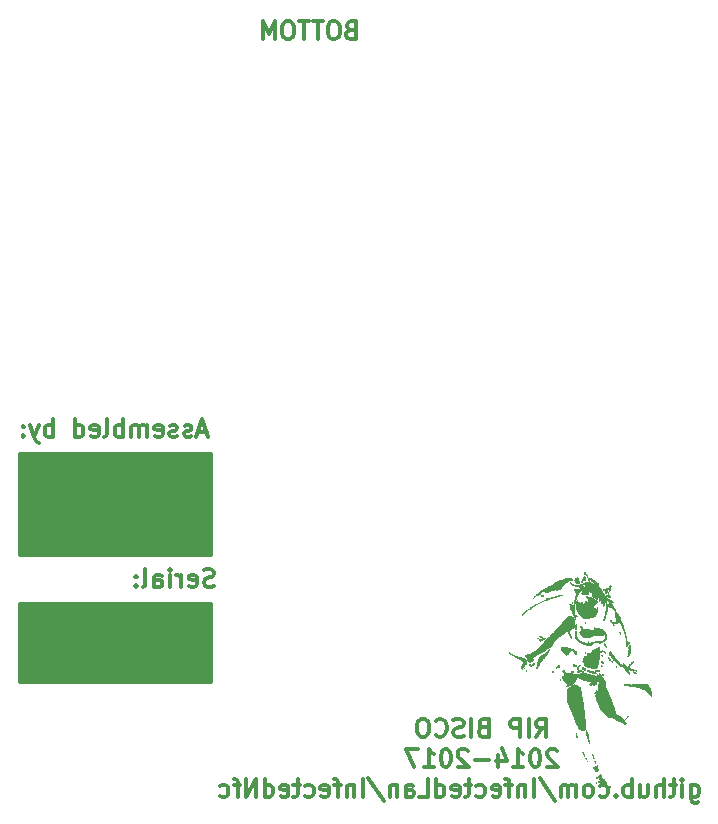
<source format=gbr>
G04 #@! TF.FileFunction,Legend,Bot*
%FSLAX46Y46*%
G04 Gerber Fmt 4.6, Leading zero omitted, Abs format (unit mm)*
G04 Created by KiCad (PCBNEW 4.0.6) date Wed Dec  6 21:31:40 2017*
%MOMM*%
%LPD*%
G01*
G04 APERTURE LIST*
%ADD10C,0.100000*%
%ADD11C,0.300000*%
%ADD12C,0.010000*%
%ADD13C,0.254000*%
G04 APERTURE END LIST*
D10*
D11*
X143021428Y-136497143D02*
X142807142Y-136568571D01*
X142449999Y-136568571D01*
X142307142Y-136497143D01*
X142235713Y-136425714D01*
X142164285Y-136282857D01*
X142164285Y-136140000D01*
X142235713Y-135997143D01*
X142307142Y-135925714D01*
X142449999Y-135854286D01*
X142735713Y-135782857D01*
X142878571Y-135711429D01*
X142949999Y-135640000D01*
X143021428Y-135497143D01*
X143021428Y-135354286D01*
X142949999Y-135211429D01*
X142878571Y-135140000D01*
X142735713Y-135068571D01*
X142378571Y-135068571D01*
X142164285Y-135140000D01*
X140950000Y-136497143D02*
X141092857Y-136568571D01*
X141378571Y-136568571D01*
X141521428Y-136497143D01*
X141592857Y-136354286D01*
X141592857Y-135782857D01*
X141521428Y-135640000D01*
X141378571Y-135568571D01*
X141092857Y-135568571D01*
X140950000Y-135640000D01*
X140878571Y-135782857D01*
X140878571Y-135925714D01*
X141592857Y-136068571D01*
X140235714Y-136568571D02*
X140235714Y-135568571D01*
X140235714Y-135854286D02*
X140164286Y-135711429D01*
X140092857Y-135640000D01*
X139950000Y-135568571D01*
X139807143Y-135568571D01*
X139307143Y-136568571D02*
X139307143Y-135568571D01*
X139307143Y-135068571D02*
X139378572Y-135140000D01*
X139307143Y-135211429D01*
X139235715Y-135140000D01*
X139307143Y-135068571D01*
X139307143Y-135211429D01*
X137950000Y-136568571D02*
X137950000Y-135782857D01*
X138021429Y-135640000D01*
X138164286Y-135568571D01*
X138450000Y-135568571D01*
X138592857Y-135640000D01*
X137950000Y-136497143D02*
X138092857Y-136568571D01*
X138450000Y-136568571D01*
X138592857Y-136497143D01*
X138664286Y-136354286D01*
X138664286Y-136211429D01*
X138592857Y-136068571D01*
X138450000Y-135997143D01*
X138092857Y-135997143D01*
X137950000Y-135925714D01*
X137021428Y-136568571D02*
X137164286Y-136497143D01*
X137235714Y-136354286D01*
X137235714Y-135068571D01*
X136450000Y-136425714D02*
X136378572Y-136497143D01*
X136450000Y-136568571D01*
X136521429Y-136497143D01*
X136450000Y-136425714D01*
X136450000Y-136568571D01*
X136450000Y-135640000D02*
X136378572Y-135711429D01*
X136450000Y-135782857D01*
X136521429Y-135711429D01*
X136450000Y-135640000D01*
X136450000Y-135782857D01*
X142405714Y-123440000D02*
X141691428Y-123440000D01*
X142548571Y-123868571D02*
X142048571Y-122368571D01*
X141548571Y-123868571D01*
X141120000Y-123797143D02*
X140977143Y-123868571D01*
X140691428Y-123868571D01*
X140548571Y-123797143D01*
X140477143Y-123654286D01*
X140477143Y-123582857D01*
X140548571Y-123440000D01*
X140691428Y-123368571D01*
X140905714Y-123368571D01*
X141048571Y-123297143D01*
X141120000Y-123154286D01*
X141120000Y-123082857D01*
X141048571Y-122940000D01*
X140905714Y-122868571D01*
X140691428Y-122868571D01*
X140548571Y-122940000D01*
X139905714Y-123797143D02*
X139762857Y-123868571D01*
X139477142Y-123868571D01*
X139334285Y-123797143D01*
X139262857Y-123654286D01*
X139262857Y-123582857D01*
X139334285Y-123440000D01*
X139477142Y-123368571D01*
X139691428Y-123368571D01*
X139834285Y-123297143D01*
X139905714Y-123154286D01*
X139905714Y-123082857D01*
X139834285Y-122940000D01*
X139691428Y-122868571D01*
X139477142Y-122868571D01*
X139334285Y-122940000D01*
X138048571Y-123797143D02*
X138191428Y-123868571D01*
X138477142Y-123868571D01*
X138619999Y-123797143D01*
X138691428Y-123654286D01*
X138691428Y-123082857D01*
X138619999Y-122940000D01*
X138477142Y-122868571D01*
X138191428Y-122868571D01*
X138048571Y-122940000D01*
X137977142Y-123082857D01*
X137977142Y-123225714D01*
X138691428Y-123368571D01*
X137334285Y-123868571D02*
X137334285Y-122868571D01*
X137334285Y-123011429D02*
X137262857Y-122940000D01*
X137119999Y-122868571D01*
X136905714Y-122868571D01*
X136762857Y-122940000D01*
X136691428Y-123082857D01*
X136691428Y-123868571D01*
X136691428Y-123082857D02*
X136619999Y-122940000D01*
X136477142Y-122868571D01*
X136262857Y-122868571D01*
X136119999Y-122940000D01*
X136048571Y-123082857D01*
X136048571Y-123868571D01*
X135334285Y-123868571D02*
X135334285Y-122368571D01*
X135334285Y-122940000D02*
X135191428Y-122868571D01*
X134905714Y-122868571D01*
X134762857Y-122940000D01*
X134691428Y-123011429D01*
X134619999Y-123154286D01*
X134619999Y-123582857D01*
X134691428Y-123725714D01*
X134762857Y-123797143D01*
X134905714Y-123868571D01*
X135191428Y-123868571D01*
X135334285Y-123797143D01*
X133762856Y-123868571D02*
X133905714Y-123797143D01*
X133977142Y-123654286D01*
X133977142Y-122368571D01*
X132620000Y-123797143D02*
X132762857Y-123868571D01*
X133048571Y-123868571D01*
X133191428Y-123797143D01*
X133262857Y-123654286D01*
X133262857Y-123082857D01*
X133191428Y-122940000D01*
X133048571Y-122868571D01*
X132762857Y-122868571D01*
X132620000Y-122940000D01*
X132548571Y-123082857D01*
X132548571Y-123225714D01*
X133262857Y-123368571D01*
X131262857Y-123868571D02*
X131262857Y-122368571D01*
X131262857Y-123797143D02*
X131405714Y-123868571D01*
X131691428Y-123868571D01*
X131834286Y-123797143D01*
X131905714Y-123725714D01*
X131977143Y-123582857D01*
X131977143Y-123154286D01*
X131905714Y-123011429D01*
X131834286Y-122940000D01*
X131691428Y-122868571D01*
X131405714Y-122868571D01*
X131262857Y-122940000D01*
X129405714Y-123868571D02*
X129405714Y-122368571D01*
X129405714Y-122940000D02*
X129262857Y-122868571D01*
X128977143Y-122868571D01*
X128834286Y-122940000D01*
X128762857Y-123011429D01*
X128691428Y-123154286D01*
X128691428Y-123582857D01*
X128762857Y-123725714D01*
X128834286Y-123797143D01*
X128977143Y-123868571D01*
X129262857Y-123868571D01*
X129405714Y-123797143D01*
X128191428Y-122868571D02*
X127834285Y-123868571D01*
X127477143Y-122868571D02*
X127834285Y-123868571D01*
X127977143Y-124225714D01*
X128048571Y-124297143D01*
X128191428Y-124368571D01*
X126905714Y-123725714D02*
X126834286Y-123797143D01*
X126905714Y-123868571D01*
X126977143Y-123797143D01*
X126905714Y-123725714D01*
X126905714Y-123868571D01*
X126905714Y-122940000D02*
X126834286Y-123011429D01*
X126905714Y-123082857D01*
X126977143Y-123011429D01*
X126905714Y-122940000D01*
X126905714Y-123082857D01*
X154594286Y-89427857D02*
X154380000Y-89499286D01*
X154308572Y-89570714D01*
X154237143Y-89713571D01*
X154237143Y-89927857D01*
X154308572Y-90070714D01*
X154380000Y-90142143D01*
X154522858Y-90213571D01*
X155094286Y-90213571D01*
X155094286Y-88713571D01*
X154594286Y-88713571D01*
X154451429Y-88785000D01*
X154380000Y-88856429D01*
X154308572Y-88999286D01*
X154308572Y-89142143D01*
X154380000Y-89285000D01*
X154451429Y-89356429D01*
X154594286Y-89427857D01*
X155094286Y-89427857D01*
X153308572Y-88713571D02*
X153022858Y-88713571D01*
X152880000Y-88785000D01*
X152737143Y-88927857D01*
X152665715Y-89213571D01*
X152665715Y-89713571D01*
X152737143Y-89999286D01*
X152880000Y-90142143D01*
X153022858Y-90213571D01*
X153308572Y-90213571D01*
X153451429Y-90142143D01*
X153594286Y-89999286D01*
X153665715Y-89713571D01*
X153665715Y-89213571D01*
X153594286Y-88927857D01*
X153451429Y-88785000D01*
X153308572Y-88713571D01*
X152237143Y-88713571D02*
X151380000Y-88713571D01*
X151808571Y-90213571D02*
X151808571Y-88713571D01*
X151094286Y-88713571D02*
X150237143Y-88713571D01*
X150665714Y-90213571D02*
X150665714Y-88713571D01*
X149451429Y-88713571D02*
X149165715Y-88713571D01*
X149022857Y-88785000D01*
X148880000Y-88927857D01*
X148808572Y-89213571D01*
X148808572Y-89713571D01*
X148880000Y-89999286D01*
X149022857Y-90142143D01*
X149165715Y-90213571D01*
X149451429Y-90213571D01*
X149594286Y-90142143D01*
X149737143Y-89999286D01*
X149808572Y-89713571D01*
X149808572Y-89213571D01*
X149737143Y-88927857D01*
X149594286Y-88785000D01*
X149451429Y-88713571D01*
X148165714Y-90213571D02*
X148165714Y-88713571D01*
X147665714Y-89785000D01*
X147165714Y-88713571D01*
X147165714Y-90213571D01*
X183401430Y-153348571D02*
X183401430Y-154562857D01*
X183472859Y-154705714D01*
X183544287Y-154777143D01*
X183687144Y-154848571D01*
X183901430Y-154848571D01*
X184044287Y-154777143D01*
X183401430Y-154277143D02*
X183544287Y-154348571D01*
X183830001Y-154348571D01*
X183972859Y-154277143D01*
X184044287Y-154205714D01*
X184115716Y-154062857D01*
X184115716Y-153634286D01*
X184044287Y-153491429D01*
X183972859Y-153420000D01*
X183830001Y-153348571D01*
X183544287Y-153348571D01*
X183401430Y-153420000D01*
X182687144Y-154348571D02*
X182687144Y-153348571D01*
X182687144Y-152848571D02*
X182758573Y-152920000D01*
X182687144Y-152991429D01*
X182615716Y-152920000D01*
X182687144Y-152848571D01*
X182687144Y-152991429D01*
X182187144Y-153348571D02*
X181615715Y-153348571D01*
X181972858Y-152848571D02*
X181972858Y-154134286D01*
X181901430Y-154277143D01*
X181758572Y-154348571D01*
X181615715Y-154348571D01*
X181115715Y-154348571D02*
X181115715Y-152848571D01*
X180472858Y-154348571D02*
X180472858Y-153562857D01*
X180544287Y-153420000D01*
X180687144Y-153348571D01*
X180901429Y-153348571D01*
X181044287Y-153420000D01*
X181115715Y-153491429D01*
X179115715Y-153348571D02*
X179115715Y-154348571D01*
X179758572Y-153348571D02*
X179758572Y-154134286D01*
X179687144Y-154277143D01*
X179544286Y-154348571D01*
X179330001Y-154348571D01*
X179187144Y-154277143D01*
X179115715Y-154205714D01*
X178401429Y-154348571D02*
X178401429Y-152848571D01*
X178401429Y-153420000D02*
X178258572Y-153348571D01*
X177972858Y-153348571D01*
X177830001Y-153420000D01*
X177758572Y-153491429D01*
X177687143Y-153634286D01*
X177687143Y-154062857D01*
X177758572Y-154205714D01*
X177830001Y-154277143D01*
X177972858Y-154348571D01*
X178258572Y-154348571D01*
X178401429Y-154277143D01*
X177044286Y-154205714D02*
X176972858Y-154277143D01*
X177044286Y-154348571D01*
X177115715Y-154277143D01*
X177044286Y-154205714D01*
X177044286Y-154348571D01*
X175687143Y-154277143D02*
X175830000Y-154348571D01*
X176115714Y-154348571D01*
X176258572Y-154277143D01*
X176330000Y-154205714D01*
X176401429Y-154062857D01*
X176401429Y-153634286D01*
X176330000Y-153491429D01*
X176258572Y-153420000D01*
X176115714Y-153348571D01*
X175830000Y-153348571D01*
X175687143Y-153420000D01*
X174830000Y-154348571D02*
X174972858Y-154277143D01*
X175044286Y-154205714D01*
X175115715Y-154062857D01*
X175115715Y-153634286D01*
X175044286Y-153491429D01*
X174972858Y-153420000D01*
X174830000Y-153348571D01*
X174615715Y-153348571D01*
X174472858Y-153420000D01*
X174401429Y-153491429D01*
X174330000Y-153634286D01*
X174330000Y-154062857D01*
X174401429Y-154205714D01*
X174472858Y-154277143D01*
X174615715Y-154348571D01*
X174830000Y-154348571D01*
X173687143Y-154348571D02*
X173687143Y-153348571D01*
X173687143Y-153491429D02*
X173615715Y-153420000D01*
X173472857Y-153348571D01*
X173258572Y-153348571D01*
X173115715Y-153420000D01*
X173044286Y-153562857D01*
X173044286Y-154348571D01*
X173044286Y-153562857D02*
X172972857Y-153420000D01*
X172830000Y-153348571D01*
X172615715Y-153348571D01*
X172472857Y-153420000D01*
X172401429Y-153562857D01*
X172401429Y-154348571D01*
X170615715Y-152777143D02*
X171901429Y-154705714D01*
X170115714Y-154348571D02*
X170115714Y-152848571D01*
X169401428Y-153348571D02*
X169401428Y-154348571D01*
X169401428Y-153491429D02*
X169330000Y-153420000D01*
X169187142Y-153348571D01*
X168972857Y-153348571D01*
X168830000Y-153420000D01*
X168758571Y-153562857D01*
X168758571Y-154348571D01*
X168258571Y-153348571D02*
X167687142Y-153348571D01*
X168044285Y-154348571D02*
X168044285Y-153062857D01*
X167972857Y-152920000D01*
X167829999Y-152848571D01*
X167687142Y-152848571D01*
X166615714Y-154277143D02*
X166758571Y-154348571D01*
X167044285Y-154348571D01*
X167187142Y-154277143D01*
X167258571Y-154134286D01*
X167258571Y-153562857D01*
X167187142Y-153420000D01*
X167044285Y-153348571D01*
X166758571Y-153348571D01*
X166615714Y-153420000D01*
X166544285Y-153562857D01*
X166544285Y-153705714D01*
X167258571Y-153848571D01*
X165258571Y-154277143D02*
X165401428Y-154348571D01*
X165687142Y-154348571D01*
X165830000Y-154277143D01*
X165901428Y-154205714D01*
X165972857Y-154062857D01*
X165972857Y-153634286D01*
X165901428Y-153491429D01*
X165830000Y-153420000D01*
X165687142Y-153348571D01*
X165401428Y-153348571D01*
X165258571Y-153420000D01*
X164830000Y-153348571D02*
X164258571Y-153348571D01*
X164615714Y-152848571D02*
X164615714Y-154134286D01*
X164544286Y-154277143D01*
X164401428Y-154348571D01*
X164258571Y-154348571D01*
X163187143Y-154277143D02*
X163330000Y-154348571D01*
X163615714Y-154348571D01*
X163758571Y-154277143D01*
X163830000Y-154134286D01*
X163830000Y-153562857D01*
X163758571Y-153420000D01*
X163615714Y-153348571D01*
X163330000Y-153348571D01*
X163187143Y-153420000D01*
X163115714Y-153562857D01*
X163115714Y-153705714D01*
X163830000Y-153848571D01*
X161830000Y-154348571D02*
X161830000Y-152848571D01*
X161830000Y-154277143D02*
X161972857Y-154348571D01*
X162258571Y-154348571D01*
X162401429Y-154277143D01*
X162472857Y-154205714D01*
X162544286Y-154062857D01*
X162544286Y-153634286D01*
X162472857Y-153491429D01*
X162401429Y-153420000D01*
X162258571Y-153348571D01*
X161972857Y-153348571D01*
X161830000Y-153420000D01*
X160401428Y-154348571D02*
X161115714Y-154348571D01*
X161115714Y-152848571D01*
X159258571Y-154348571D02*
X159258571Y-153562857D01*
X159330000Y-153420000D01*
X159472857Y-153348571D01*
X159758571Y-153348571D01*
X159901428Y-153420000D01*
X159258571Y-154277143D02*
X159401428Y-154348571D01*
X159758571Y-154348571D01*
X159901428Y-154277143D01*
X159972857Y-154134286D01*
X159972857Y-153991429D01*
X159901428Y-153848571D01*
X159758571Y-153777143D01*
X159401428Y-153777143D01*
X159258571Y-153705714D01*
X158544285Y-153348571D02*
X158544285Y-154348571D01*
X158544285Y-153491429D02*
X158472857Y-153420000D01*
X158329999Y-153348571D01*
X158115714Y-153348571D01*
X157972857Y-153420000D01*
X157901428Y-153562857D01*
X157901428Y-154348571D01*
X156115714Y-152777143D02*
X157401428Y-154705714D01*
X155615713Y-154348571D02*
X155615713Y-152848571D01*
X154901427Y-153348571D02*
X154901427Y-154348571D01*
X154901427Y-153491429D02*
X154829999Y-153420000D01*
X154687141Y-153348571D01*
X154472856Y-153348571D01*
X154329999Y-153420000D01*
X154258570Y-153562857D01*
X154258570Y-154348571D01*
X153758570Y-153348571D02*
X153187141Y-153348571D01*
X153544284Y-154348571D02*
X153544284Y-153062857D01*
X153472856Y-152920000D01*
X153329998Y-152848571D01*
X153187141Y-152848571D01*
X152115713Y-154277143D02*
X152258570Y-154348571D01*
X152544284Y-154348571D01*
X152687141Y-154277143D01*
X152758570Y-154134286D01*
X152758570Y-153562857D01*
X152687141Y-153420000D01*
X152544284Y-153348571D01*
X152258570Y-153348571D01*
X152115713Y-153420000D01*
X152044284Y-153562857D01*
X152044284Y-153705714D01*
X152758570Y-153848571D01*
X150758570Y-154277143D02*
X150901427Y-154348571D01*
X151187141Y-154348571D01*
X151329999Y-154277143D01*
X151401427Y-154205714D01*
X151472856Y-154062857D01*
X151472856Y-153634286D01*
X151401427Y-153491429D01*
X151329999Y-153420000D01*
X151187141Y-153348571D01*
X150901427Y-153348571D01*
X150758570Y-153420000D01*
X150329999Y-153348571D02*
X149758570Y-153348571D01*
X150115713Y-152848571D02*
X150115713Y-154134286D01*
X150044285Y-154277143D01*
X149901427Y-154348571D01*
X149758570Y-154348571D01*
X148687142Y-154277143D02*
X148829999Y-154348571D01*
X149115713Y-154348571D01*
X149258570Y-154277143D01*
X149329999Y-154134286D01*
X149329999Y-153562857D01*
X149258570Y-153420000D01*
X149115713Y-153348571D01*
X148829999Y-153348571D01*
X148687142Y-153420000D01*
X148615713Y-153562857D01*
X148615713Y-153705714D01*
X149329999Y-153848571D01*
X147329999Y-154348571D02*
X147329999Y-152848571D01*
X147329999Y-154277143D02*
X147472856Y-154348571D01*
X147758570Y-154348571D01*
X147901428Y-154277143D01*
X147972856Y-154205714D01*
X148044285Y-154062857D01*
X148044285Y-153634286D01*
X147972856Y-153491429D01*
X147901428Y-153420000D01*
X147758570Y-153348571D01*
X147472856Y-153348571D01*
X147329999Y-153420000D01*
X146615713Y-154348571D02*
X146615713Y-152848571D01*
X145758570Y-154348571D01*
X145758570Y-152848571D01*
X145258570Y-153348571D02*
X144687141Y-153348571D01*
X145044284Y-154348571D02*
X145044284Y-153062857D01*
X144972856Y-152920000D01*
X144829998Y-152848571D01*
X144687141Y-152848571D01*
X143544284Y-154277143D02*
X143687141Y-154348571D01*
X143972855Y-154348571D01*
X144115713Y-154277143D01*
X144187141Y-154205714D01*
X144258570Y-154062857D01*
X144258570Y-153634286D01*
X144187141Y-153491429D01*
X144115713Y-153420000D01*
X143972855Y-153348571D01*
X143687141Y-153348571D01*
X143544284Y-153420000D01*
X170306428Y-149263571D02*
X170806428Y-148549286D01*
X171163571Y-149263571D02*
X171163571Y-147763571D01*
X170592143Y-147763571D01*
X170449285Y-147835000D01*
X170377857Y-147906429D01*
X170306428Y-148049286D01*
X170306428Y-148263571D01*
X170377857Y-148406429D01*
X170449285Y-148477857D01*
X170592143Y-148549286D01*
X171163571Y-148549286D01*
X169663571Y-149263571D02*
X169663571Y-147763571D01*
X168949285Y-149263571D02*
X168949285Y-147763571D01*
X168377857Y-147763571D01*
X168234999Y-147835000D01*
X168163571Y-147906429D01*
X168092142Y-148049286D01*
X168092142Y-148263571D01*
X168163571Y-148406429D01*
X168234999Y-148477857D01*
X168377857Y-148549286D01*
X168949285Y-148549286D01*
X165806428Y-148477857D02*
X165592142Y-148549286D01*
X165520714Y-148620714D01*
X165449285Y-148763571D01*
X165449285Y-148977857D01*
X165520714Y-149120714D01*
X165592142Y-149192143D01*
X165735000Y-149263571D01*
X166306428Y-149263571D01*
X166306428Y-147763571D01*
X165806428Y-147763571D01*
X165663571Y-147835000D01*
X165592142Y-147906429D01*
X165520714Y-148049286D01*
X165520714Y-148192143D01*
X165592142Y-148335000D01*
X165663571Y-148406429D01*
X165806428Y-148477857D01*
X166306428Y-148477857D01*
X164806428Y-149263571D02*
X164806428Y-147763571D01*
X164163571Y-149192143D02*
X163949285Y-149263571D01*
X163592142Y-149263571D01*
X163449285Y-149192143D01*
X163377856Y-149120714D01*
X163306428Y-148977857D01*
X163306428Y-148835000D01*
X163377856Y-148692143D01*
X163449285Y-148620714D01*
X163592142Y-148549286D01*
X163877856Y-148477857D01*
X164020714Y-148406429D01*
X164092142Y-148335000D01*
X164163571Y-148192143D01*
X164163571Y-148049286D01*
X164092142Y-147906429D01*
X164020714Y-147835000D01*
X163877856Y-147763571D01*
X163520714Y-147763571D01*
X163306428Y-147835000D01*
X161806428Y-149120714D02*
X161877857Y-149192143D01*
X162092143Y-149263571D01*
X162235000Y-149263571D01*
X162449285Y-149192143D01*
X162592143Y-149049286D01*
X162663571Y-148906429D01*
X162735000Y-148620714D01*
X162735000Y-148406429D01*
X162663571Y-148120714D01*
X162592143Y-147977857D01*
X162449285Y-147835000D01*
X162235000Y-147763571D01*
X162092143Y-147763571D01*
X161877857Y-147835000D01*
X161806428Y-147906429D01*
X160877857Y-147763571D02*
X160592143Y-147763571D01*
X160449285Y-147835000D01*
X160306428Y-147977857D01*
X160235000Y-148263571D01*
X160235000Y-148763571D01*
X160306428Y-149049286D01*
X160449285Y-149192143D01*
X160592143Y-149263571D01*
X160877857Y-149263571D01*
X161020714Y-149192143D01*
X161163571Y-149049286D01*
X161235000Y-148763571D01*
X161235000Y-148263571D01*
X161163571Y-147977857D01*
X161020714Y-147835000D01*
X160877857Y-147763571D01*
X172092141Y-150456429D02*
X172020712Y-150385000D01*
X171877855Y-150313571D01*
X171520712Y-150313571D01*
X171377855Y-150385000D01*
X171306426Y-150456429D01*
X171234998Y-150599286D01*
X171234998Y-150742143D01*
X171306426Y-150956429D01*
X172163569Y-151813571D01*
X171234998Y-151813571D01*
X170306427Y-150313571D02*
X170163570Y-150313571D01*
X170020713Y-150385000D01*
X169949284Y-150456429D01*
X169877855Y-150599286D01*
X169806427Y-150885000D01*
X169806427Y-151242143D01*
X169877855Y-151527857D01*
X169949284Y-151670714D01*
X170020713Y-151742143D01*
X170163570Y-151813571D01*
X170306427Y-151813571D01*
X170449284Y-151742143D01*
X170520713Y-151670714D01*
X170592141Y-151527857D01*
X170663570Y-151242143D01*
X170663570Y-150885000D01*
X170592141Y-150599286D01*
X170520713Y-150456429D01*
X170449284Y-150385000D01*
X170306427Y-150313571D01*
X168377856Y-151813571D02*
X169234999Y-151813571D01*
X168806427Y-151813571D02*
X168806427Y-150313571D01*
X168949284Y-150527857D01*
X169092142Y-150670714D01*
X169234999Y-150742143D01*
X167092142Y-150813571D02*
X167092142Y-151813571D01*
X167449285Y-150242143D02*
X167806428Y-151313571D01*
X166877856Y-151313571D01*
X166306428Y-151242143D02*
X165163571Y-151242143D01*
X164520714Y-150456429D02*
X164449285Y-150385000D01*
X164306428Y-150313571D01*
X163949285Y-150313571D01*
X163806428Y-150385000D01*
X163734999Y-150456429D01*
X163663571Y-150599286D01*
X163663571Y-150742143D01*
X163734999Y-150956429D01*
X164592142Y-151813571D01*
X163663571Y-151813571D01*
X162735000Y-150313571D02*
X162592143Y-150313571D01*
X162449286Y-150385000D01*
X162377857Y-150456429D01*
X162306428Y-150599286D01*
X162235000Y-150885000D01*
X162235000Y-151242143D01*
X162306428Y-151527857D01*
X162377857Y-151670714D01*
X162449286Y-151742143D01*
X162592143Y-151813571D01*
X162735000Y-151813571D01*
X162877857Y-151742143D01*
X162949286Y-151670714D01*
X163020714Y-151527857D01*
X163092143Y-151242143D01*
X163092143Y-150885000D01*
X163020714Y-150599286D01*
X162949286Y-150456429D01*
X162877857Y-150385000D01*
X162735000Y-150313571D01*
X160806429Y-151813571D02*
X161663572Y-151813571D01*
X161235000Y-151813571D02*
X161235000Y-150313571D01*
X161377857Y-150527857D01*
X161520715Y-150670714D01*
X161663572Y-150742143D01*
X160306429Y-150313571D02*
X159306429Y-150313571D01*
X159949286Y-151813571D01*
D12*
G36*
X176497804Y-153439783D02*
X176475097Y-153452170D01*
X176470820Y-153468940D01*
X176486982Y-153482592D01*
X176516474Y-153491636D01*
X176545737Y-153493741D01*
X176561214Y-153486579D01*
X176561507Y-153484523D01*
X176553641Y-153460819D01*
X176547614Y-153450019D01*
X176526513Y-153437948D01*
X176497804Y-153439783D01*
X176497804Y-153439783D01*
G37*
X176497804Y-153439783D02*
X176475097Y-153452170D01*
X176470820Y-153468940D01*
X176486982Y-153482592D01*
X176516474Y-153491636D01*
X176545737Y-153493741D01*
X176561214Y-153486579D01*
X176561507Y-153484523D01*
X176553641Y-153460819D01*
X176547614Y-153450019D01*
X176526513Y-153437948D01*
X176497804Y-153439783D01*
G36*
X176066318Y-153193524D02*
X176028645Y-153204445D01*
X175969146Y-153227446D01*
X175964613Y-153229289D01*
X175901696Y-153257095D01*
X175868676Y-153277200D01*
X175864777Y-153290091D01*
X175866171Y-153291140D01*
X175879720Y-153299328D01*
X175892754Y-153302038D01*
X175913528Y-153297988D01*
X175950293Y-153285896D01*
X175990250Y-153271857D01*
X176041610Y-153253732D01*
X176082494Y-153239184D01*
X176099195Y-153233142D01*
X176112410Y-153220953D01*
X176102386Y-153202905D01*
X176088716Y-153193428D01*
X176066318Y-153193524D01*
X176066318Y-153193524D01*
G37*
X176066318Y-153193524D02*
X176028645Y-153204445D01*
X175969146Y-153227446D01*
X175964613Y-153229289D01*
X175901696Y-153257095D01*
X175868676Y-153277200D01*
X175864777Y-153290091D01*
X175866171Y-153291140D01*
X175879720Y-153299328D01*
X175892754Y-153302038D01*
X175913528Y-153297988D01*
X175950293Y-153285896D01*
X175990250Y-153271857D01*
X176041610Y-153253732D01*
X176082494Y-153239184D01*
X176099195Y-153233142D01*
X176112410Y-153220953D01*
X176102386Y-153202905D01*
X176088716Y-153193428D01*
X176066318Y-153193524D01*
G36*
X176117250Y-153073940D02*
X176130419Y-153126071D01*
X176163691Y-153175292D01*
X176198928Y-153202878D01*
X176236834Y-153220872D01*
X176254661Y-153221888D01*
X176259888Y-153204721D01*
X176260125Y-153193011D01*
X176245965Y-153160714D01*
X176212460Y-153133480D01*
X176177160Y-153107179D01*
X176156366Y-153080159D01*
X176155827Y-153078656D01*
X176140548Y-153055006D01*
X176124129Y-153053889D01*
X176117250Y-153073940D01*
X176117250Y-153073940D01*
G37*
X176117250Y-153073940D02*
X176130419Y-153126071D01*
X176163691Y-153175292D01*
X176198928Y-153202878D01*
X176236834Y-153220872D01*
X176254661Y-153221888D01*
X176259888Y-153204721D01*
X176260125Y-153193011D01*
X176245965Y-153160714D01*
X176212460Y-153133480D01*
X176177160Y-153107179D01*
X176156366Y-153080159D01*
X176155827Y-153078656D01*
X176140548Y-153055006D01*
X176124129Y-153053889D01*
X176117250Y-153073940D01*
G36*
X175942838Y-153008957D02*
X175895630Y-153023962D01*
X175842082Y-153045092D01*
X175789054Y-153069172D01*
X175743408Y-153093028D01*
X175712003Y-153113486D01*
X175701700Y-153127372D01*
X175703574Y-153129677D01*
X175725332Y-153152514D01*
X175742017Y-153179699D01*
X175773526Y-153211502D01*
X175824950Y-153219420D01*
X175896700Y-153203466D01*
X175942625Y-153185545D01*
X175994413Y-153164862D01*
X176037662Y-153150777D01*
X176057719Y-153146864D01*
X176080895Y-153137630D01*
X176081382Y-153110483D01*
X176059102Y-153063502D01*
X176053924Y-153054843D01*
X176023315Y-153017277D01*
X175987689Y-153003729D01*
X175976845Y-153003250D01*
X175942838Y-153008957D01*
X175942838Y-153008957D01*
G37*
X175942838Y-153008957D02*
X175895630Y-153023962D01*
X175842082Y-153045092D01*
X175789054Y-153069172D01*
X175743408Y-153093028D01*
X175712003Y-153113486D01*
X175701700Y-153127372D01*
X175703574Y-153129677D01*
X175725332Y-153152514D01*
X175742017Y-153179699D01*
X175773526Y-153211502D01*
X175824950Y-153219420D01*
X175896700Y-153203466D01*
X175942625Y-153185545D01*
X175994413Y-153164862D01*
X176037662Y-153150777D01*
X176057719Y-153146864D01*
X176080895Y-153137630D01*
X176081382Y-153110483D01*
X176059102Y-153063502D01*
X176053924Y-153054843D01*
X176023315Y-153017277D01*
X175987689Y-153003729D01*
X175976845Y-153003250D01*
X175942838Y-153008957D01*
G36*
X175402875Y-153154062D02*
X175410813Y-153162000D01*
X175418750Y-153154062D01*
X175410813Y-153146125D01*
X175402875Y-153154062D01*
X175402875Y-153154062D01*
G37*
X175402875Y-153154062D02*
X175410813Y-153162000D01*
X175418750Y-153154062D01*
X175410813Y-153146125D01*
X175402875Y-153154062D01*
G36*
X175875676Y-152917903D02*
X175832746Y-152928246D01*
X175775887Y-152945668D01*
X175712810Y-152967659D01*
X175651228Y-152991706D01*
X175605282Y-153012146D01*
X175562926Y-153038950D01*
X175546480Y-153068285D01*
X175545750Y-153077627D01*
X175547804Y-153106065D01*
X175551324Y-153114375D01*
X175567252Y-153107558D01*
X175602219Y-153090041D01*
X175631834Y-153074530D01*
X175689134Y-153047513D01*
X175759059Y-153019244D01*
X175808823Y-153001716D01*
X175871774Y-152976863D01*
X175906033Y-152952708D01*
X175910515Y-152930290D01*
X175896965Y-152917151D01*
X175875676Y-152917903D01*
X175875676Y-152917903D01*
G37*
X175875676Y-152917903D02*
X175832746Y-152928246D01*
X175775887Y-152945668D01*
X175712810Y-152967659D01*
X175651228Y-152991706D01*
X175605282Y-153012146D01*
X175562926Y-153038950D01*
X175546480Y-153068285D01*
X175545750Y-153077627D01*
X175547804Y-153106065D01*
X175551324Y-153114375D01*
X175567252Y-153107558D01*
X175602219Y-153090041D01*
X175631834Y-153074530D01*
X175689134Y-153047513D01*
X175759059Y-153019244D01*
X175808823Y-153001716D01*
X175871774Y-152976863D01*
X175906033Y-152952708D01*
X175910515Y-152930290D01*
X175896965Y-152917151D01*
X175875676Y-152917903D01*
G36*
X175982709Y-152875943D02*
X175981206Y-152877168D01*
X175961703Y-152903229D01*
X175958500Y-152916182D01*
X175970819Y-152939174D01*
X175997415Y-152946175D01*
X176019323Y-152936077D01*
X176027847Y-152909255D01*
X176020150Y-152888668D01*
X176003103Y-152868379D01*
X175982709Y-152875943D01*
X175982709Y-152875943D01*
G37*
X175982709Y-152875943D02*
X175981206Y-152877168D01*
X175961703Y-152903229D01*
X175958500Y-152916182D01*
X175970819Y-152939174D01*
X175997415Y-152946175D01*
X176019323Y-152936077D01*
X176027847Y-152909255D01*
X176020150Y-152888668D01*
X176003103Y-152868379D01*
X175982709Y-152875943D01*
G36*
X175738019Y-152673704D02*
X175678570Y-152695756D01*
X175624989Y-152729531D01*
X175602902Y-152765347D01*
X175612087Y-152803742D01*
X175626533Y-152822185D01*
X175657953Y-152846967D01*
X175696753Y-152857237D01*
X175750890Y-152853893D01*
X175807688Y-152842686D01*
X175863535Y-152829346D01*
X175893172Y-152817626D01*
X175901252Y-152801685D01*
X175892424Y-152775682D01*
X175880284Y-152751521D01*
X175842196Y-152697174D01*
X175795977Y-152671568D01*
X175738019Y-152673704D01*
X175738019Y-152673704D01*
G37*
X175738019Y-152673704D02*
X175678570Y-152695756D01*
X175624989Y-152729531D01*
X175602902Y-152765347D01*
X175612087Y-152803742D01*
X175626533Y-152822185D01*
X175657953Y-152846967D01*
X175696753Y-152857237D01*
X175750890Y-152853893D01*
X175807688Y-152842686D01*
X175863535Y-152829346D01*
X175893172Y-152817626D01*
X175901252Y-152801685D01*
X175892424Y-152775682D01*
X175880284Y-152751521D01*
X175842196Y-152697174D01*
X175795977Y-152671568D01*
X175738019Y-152673704D01*
G36*
X175604842Y-152538393D02*
X175561072Y-152566320D01*
X175529464Y-152601404D01*
X175522643Y-152617157D01*
X175501101Y-152650300D01*
X175459401Y-152680075D01*
X175455929Y-152681801D01*
X175416107Y-152706260D01*
X175400483Y-152727541D01*
X175411188Y-152741732D01*
X175421881Y-152744349D01*
X175446887Y-152740511D01*
X175490745Y-152727462D01*
X175533487Y-152711997D01*
X175590939Y-152687026D01*
X175642768Y-152660132D01*
X175668131Y-152643965D01*
X175696697Y-152619034D01*
X175702597Y-152596951D01*
X175692641Y-152569161D01*
X175670781Y-152538688D01*
X175647759Y-152527000D01*
X175604842Y-152538393D01*
X175604842Y-152538393D01*
G37*
X175604842Y-152538393D02*
X175561072Y-152566320D01*
X175529464Y-152601404D01*
X175522643Y-152617157D01*
X175501101Y-152650300D01*
X175459401Y-152680075D01*
X175455929Y-152681801D01*
X175416107Y-152706260D01*
X175400483Y-152727541D01*
X175411188Y-152741732D01*
X175421881Y-152744349D01*
X175446887Y-152740511D01*
X175490745Y-152727462D01*
X175533487Y-152711997D01*
X175590939Y-152687026D01*
X175642768Y-152660132D01*
X175668131Y-152643965D01*
X175696697Y-152619034D01*
X175702597Y-152596951D01*
X175692641Y-152569161D01*
X175670781Y-152538688D01*
X175647759Y-152527000D01*
X175604842Y-152538393D01*
G36*
X175722549Y-152444080D02*
X175723032Y-152473929D01*
X175736244Y-152507371D01*
X175753580Y-152543282D01*
X175767601Y-152578593D01*
X175785704Y-152607819D01*
X175808463Y-152621890D01*
X175826569Y-152617558D01*
X175831500Y-152600897D01*
X175820630Y-152574627D01*
X175801573Y-152552461D01*
X175776158Y-152516644D01*
X175762282Y-152478563D01*
X175750909Y-152445536D01*
X175736684Y-152431750D01*
X175736647Y-152431750D01*
X175722549Y-152444080D01*
X175722549Y-152444080D01*
G37*
X175722549Y-152444080D02*
X175723032Y-152473929D01*
X175736244Y-152507371D01*
X175753580Y-152543282D01*
X175767601Y-152578593D01*
X175785704Y-152607819D01*
X175808463Y-152621890D01*
X175826569Y-152617558D01*
X175831500Y-152600897D01*
X175820630Y-152574627D01*
X175801573Y-152552461D01*
X175776158Y-152516644D01*
X175762282Y-152478563D01*
X175750909Y-152445536D01*
X175736684Y-152431750D01*
X175736647Y-152431750D01*
X175722549Y-152444080D01*
G36*
X175423740Y-151698200D02*
X175388337Y-151721921D01*
X175343346Y-151757346D01*
X175334121Y-151765150D01*
X175286301Y-151803293D01*
X175244805Y-151831449D01*
X175217560Y-151844328D01*
X175215059Y-151844618D01*
X175177789Y-151853210D01*
X175165776Y-151859280D01*
X175156189Y-151872207D01*
X175164086Y-151893073D01*
X175192184Y-151928076D01*
X175199577Y-151936335D01*
X175231083Y-151979189D01*
X175264098Y-152036514D01*
X175293752Y-152098177D01*
X175315175Y-152154043D01*
X175323500Y-152193980D01*
X175323500Y-152194220D01*
X175335294Y-152208447D01*
X175366288Y-152205560D01*
X175409905Y-152186978D01*
X175438686Y-152169370D01*
X175477614Y-152135578D01*
X175503850Y-152099378D01*
X175507927Y-152088661D01*
X175512407Y-152045655D01*
X175510556Y-151985825D01*
X175503605Y-151916664D01*
X175492787Y-151845665D01*
X175479331Y-151780321D01*
X175464471Y-151728125D01*
X175449437Y-151696568D01*
X175442563Y-151690966D01*
X175423740Y-151698200D01*
X175423740Y-151698200D01*
G37*
X175423740Y-151698200D02*
X175388337Y-151721921D01*
X175343346Y-151757346D01*
X175334121Y-151765150D01*
X175286301Y-151803293D01*
X175244805Y-151831449D01*
X175217560Y-151844328D01*
X175215059Y-151844618D01*
X175177789Y-151853210D01*
X175165776Y-151859280D01*
X175156189Y-151872207D01*
X175164086Y-151893073D01*
X175192184Y-151928076D01*
X175199577Y-151936335D01*
X175231083Y-151979189D01*
X175264098Y-152036514D01*
X175293752Y-152098177D01*
X175315175Y-152154043D01*
X175323500Y-152193980D01*
X175323500Y-152194220D01*
X175335294Y-152208447D01*
X175366288Y-152205560D01*
X175409905Y-152186978D01*
X175438686Y-152169370D01*
X175477614Y-152135578D01*
X175503850Y-152099378D01*
X175507927Y-152088661D01*
X175512407Y-152045655D01*
X175510556Y-151985825D01*
X175503605Y-151916664D01*
X175492787Y-151845665D01*
X175479331Y-151780321D01*
X175464471Y-151728125D01*
X175449437Y-151696568D01*
X175442563Y-151690966D01*
X175423740Y-151698200D01*
G36*
X175251814Y-151285234D02*
X175248257Y-151307725D01*
X175250287Y-151343424D01*
X175257884Y-151383311D01*
X175261211Y-151394636D01*
X175278095Y-151433608D01*
X175297592Y-151461620D01*
X175314388Y-151473294D01*
X175323171Y-151463252D01*
X175323500Y-151457702D01*
X175317714Y-151427789D01*
X175303482Y-151382354D01*
X175285491Y-151334352D01*
X175268431Y-151296734D01*
X175260977Y-151284970D01*
X175251814Y-151285234D01*
X175251814Y-151285234D01*
G37*
X175251814Y-151285234D02*
X175248257Y-151307725D01*
X175250287Y-151343424D01*
X175257884Y-151383311D01*
X175261211Y-151394636D01*
X175278095Y-151433608D01*
X175297592Y-151461620D01*
X175314388Y-151473294D01*
X175323171Y-151463252D01*
X175323500Y-151457702D01*
X175317714Y-151427789D01*
X175303482Y-151382354D01*
X175285491Y-151334352D01*
X175268431Y-151296734D01*
X175260977Y-151284970D01*
X175251814Y-151285234D01*
G36*
X174609125Y-151344312D02*
X174617063Y-151352250D01*
X174625000Y-151344312D01*
X174617063Y-151336375D01*
X174609125Y-151344312D01*
X174609125Y-151344312D01*
G37*
X174609125Y-151344312D02*
X174617063Y-151352250D01*
X174625000Y-151344312D01*
X174617063Y-151336375D01*
X174609125Y-151344312D01*
G36*
X174513875Y-151153812D02*
X174521813Y-151161750D01*
X174529750Y-151153812D01*
X174521813Y-151145875D01*
X174513875Y-151153812D01*
X174513875Y-151153812D01*
G37*
X174513875Y-151153812D02*
X174521813Y-151161750D01*
X174529750Y-151153812D01*
X174521813Y-151145875D01*
X174513875Y-151153812D01*
G36*
X174482125Y-151090312D02*
X174490063Y-151098250D01*
X174498000Y-151090312D01*
X174490063Y-151082375D01*
X174482125Y-151090312D01*
X174482125Y-151090312D01*
G37*
X174482125Y-151090312D02*
X174490063Y-151098250D01*
X174498000Y-151090312D01*
X174490063Y-151082375D01*
X174482125Y-151090312D01*
G36*
X175164750Y-151074437D02*
X175172688Y-151082375D01*
X175180625Y-151074437D01*
X175172688Y-151066500D01*
X175164750Y-151074437D01*
X175164750Y-151074437D01*
G37*
X175164750Y-151074437D02*
X175172688Y-151082375D01*
X175180625Y-151074437D01*
X175172688Y-151066500D01*
X175164750Y-151074437D01*
G36*
X175148875Y-151026812D02*
X175156813Y-151034750D01*
X175164750Y-151026812D01*
X175156813Y-151018875D01*
X175148875Y-151026812D01*
X175148875Y-151026812D01*
G37*
X175148875Y-151026812D02*
X175156813Y-151034750D01*
X175164750Y-151026812D01*
X175156813Y-151018875D01*
X175148875Y-151026812D01*
G36*
X175138292Y-150976541D02*
X175136392Y-150995381D01*
X175138292Y-150997708D01*
X175147730Y-150995529D01*
X175148875Y-150987125D01*
X175143067Y-150974058D01*
X175138292Y-150976541D01*
X175138292Y-150976541D01*
G37*
X175138292Y-150976541D02*
X175136392Y-150995381D01*
X175138292Y-150997708D01*
X175147730Y-150995529D01*
X175148875Y-150987125D01*
X175143067Y-150974058D01*
X175138292Y-150976541D01*
G36*
X175073970Y-150772642D02*
X175079825Y-150810183D01*
X175089808Y-150855683D01*
X175101337Y-150897939D01*
X175111830Y-150925753D01*
X175115452Y-150930528D01*
X175118110Y-150920505D01*
X175113555Y-150887254D01*
X175103944Y-150842998D01*
X175091037Y-150794634D01*
X175080382Y-150762671D01*
X175074823Y-150754260D01*
X175073970Y-150772642D01*
X175073970Y-150772642D01*
G37*
X175073970Y-150772642D02*
X175079825Y-150810183D01*
X175089808Y-150855683D01*
X175101337Y-150897939D01*
X175111830Y-150925753D01*
X175115452Y-150930528D01*
X175118110Y-150920505D01*
X175113555Y-150887254D01*
X175103944Y-150842998D01*
X175091037Y-150794634D01*
X175080382Y-150762671D01*
X175074823Y-150754260D01*
X175073970Y-150772642D01*
G36*
X174228125Y-150578353D02*
X174234498Y-150596664D01*
X174251323Y-150635234D01*
X174275160Y-150686912D01*
X174302571Y-150744547D01*
X174330116Y-150800989D01*
X174354356Y-150849085D01*
X174371851Y-150881684D01*
X174378914Y-150891875D01*
X174379050Y-150878781D01*
X174371468Y-150848218D01*
X174354887Y-150801779D01*
X174331924Y-150748175D01*
X174305642Y-150693174D01*
X174279106Y-150642546D01*
X174255378Y-150602056D01*
X174237523Y-150577474D01*
X174228604Y-150574567D01*
X174228125Y-150578353D01*
X174228125Y-150578353D01*
G37*
X174228125Y-150578353D02*
X174234498Y-150596664D01*
X174251323Y-150635234D01*
X174275160Y-150686912D01*
X174302571Y-150744547D01*
X174330116Y-150800989D01*
X174354356Y-150849085D01*
X174371851Y-150881684D01*
X174378914Y-150891875D01*
X174379050Y-150878781D01*
X174371468Y-150848218D01*
X174354887Y-150801779D01*
X174331924Y-150748175D01*
X174305642Y-150693174D01*
X174279106Y-150642546D01*
X174255378Y-150602056D01*
X174237523Y-150577474D01*
X174228604Y-150574567D01*
X174228125Y-150578353D01*
G36*
X174517972Y-148716535D02*
X174514343Y-148724937D01*
X174512007Y-148761774D01*
X174522732Y-148811564D01*
X174525709Y-148820187D01*
X174536995Y-148864104D01*
X174547897Y-148928943D01*
X174556752Y-149003904D01*
X174559942Y-149042515D01*
X174567341Y-149125856D01*
X174577842Y-149188935D01*
X174594118Y-149243235D01*
X174618839Y-149300242D01*
X174620869Y-149304453D01*
X174652214Y-149378025D01*
X174681550Y-149461468D01*
X174697866Y-149518687D01*
X174715141Y-149582082D01*
X174733962Y-149639665D01*
X174749551Y-149677437D01*
X174768948Y-149723642D01*
X174779939Y-149764750D01*
X174790080Y-149801314D01*
X174800903Y-149819816D01*
X174809276Y-149818457D01*
X174807686Y-149788832D01*
X174806228Y-149780128D01*
X174771195Y-149593349D01*
X174734621Y-149414489D01*
X174697453Y-149247421D01*
X174660635Y-149096021D01*
X174625113Y-148964163D01*
X174591834Y-148855721D01*
X174561742Y-148774570D01*
X174559535Y-148769452D01*
X174539607Y-148726919D01*
X174526992Y-148710500D01*
X174517972Y-148716535D01*
X174517972Y-148716535D01*
G37*
X174517972Y-148716535D02*
X174514343Y-148724937D01*
X174512007Y-148761774D01*
X174522732Y-148811564D01*
X174525709Y-148820187D01*
X174536995Y-148864104D01*
X174547897Y-148928943D01*
X174556752Y-149003904D01*
X174559942Y-149042515D01*
X174567341Y-149125856D01*
X174577842Y-149188935D01*
X174594118Y-149243235D01*
X174618839Y-149300242D01*
X174620869Y-149304453D01*
X174652214Y-149378025D01*
X174681550Y-149461468D01*
X174697866Y-149518687D01*
X174715141Y-149582082D01*
X174733962Y-149639665D01*
X174749551Y-149677437D01*
X174768948Y-149723642D01*
X174779939Y-149764750D01*
X174790080Y-149801314D01*
X174800903Y-149819816D01*
X174809276Y-149818457D01*
X174807686Y-149788832D01*
X174806228Y-149780128D01*
X174771195Y-149593349D01*
X174734621Y-149414489D01*
X174697453Y-149247421D01*
X174660635Y-149096021D01*
X174625113Y-148964163D01*
X174591834Y-148855721D01*
X174561742Y-148774570D01*
X174559535Y-148769452D01*
X174539607Y-148726919D01*
X174526992Y-148710500D01*
X174517972Y-148716535D01*
G36*
X173658762Y-148971000D02*
X173661615Y-149007786D01*
X173669894Y-149061737D01*
X173681743Y-149124100D01*
X173695305Y-149186126D01*
X173708724Y-149239064D01*
X173720145Y-149274162D01*
X173724877Y-149282667D01*
X173728455Y-149274009D01*
X173727757Y-149242361D01*
X173725950Y-149222342D01*
X173717293Y-149163422D01*
X173705448Y-149106643D01*
X173703173Y-149098000D01*
X173689008Y-149043404D01*
X173675014Y-148984423D01*
X173673795Y-148978937D01*
X173659815Y-148915437D01*
X173658762Y-148971000D01*
X173658762Y-148971000D01*
G37*
X173658762Y-148971000D02*
X173661615Y-149007786D01*
X173669894Y-149061737D01*
X173681743Y-149124100D01*
X173695305Y-149186126D01*
X173708724Y-149239064D01*
X173720145Y-149274162D01*
X173724877Y-149282667D01*
X173728455Y-149274009D01*
X173727757Y-149242361D01*
X173725950Y-149222342D01*
X173717293Y-149163422D01*
X173705448Y-149106643D01*
X173703173Y-149098000D01*
X173689008Y-149043404D01*
X173675014Y-148984423D01*
X173673795Y-148978937D01*
X173659815Y-148915437D01*
X173658762Y-148971000D01*
G36*
X173480759Y-144848003D02*
X173425822Y-144866727D01*
X173363278Y-144905318D01*
X173302376Y-144956735D01*
X173252368Y-145013939D01*
X173241579Y-145030031D01*
X173212381Y-145066405D01*
X173178339Y-145080421D01*
X173157637Y-145081625D01*
X173079586Y-145090373D01*
X173023204Y-145118742D01*
X172982995Y-145169919D01*
X172974253Y-145187938D01*
X172954868Y-145237036D01*
X172939599Y-145289580D01*
X172928099Y-145349668D01*
X172920017Y-145421400D01*
X172915006Y-145508872D01*
X172912715Y-145616184D01*
X172912797Y-145747433D01*
X172914596Y-145888559D01*
X172916876Y-146017425D01*
X172919176Y-146118455D01*
X172921813Y-146195564D01*
X172925102Y-146252666D01*
X172929358Y-146293673D01*
X172934896Y-146322500D01*
X172942034Y-146343060D01*
X172951084Y-146359268D01*
X172952737Y-146361726D01*
X172972023Y-146397734D01*
X172996199Y-146453874D01*
X173020957Y-146519892D01*
X173028529Y-146542125D01*
X173053764Y-146611297D01*
X173088582Y-146697374D01*
X173128214Y-146788939D01*
X173164513Y-146867562D01*
X173249134Y-147046151D01*
X173320948Y-147202495D01*
X173382309Y-147342243D01*
X173435572Y-147471047D01*
X173483089Y-147594556D01*
X173527217Y-147718422D01*
X173560543Y-147818141D01*
X173609617Y-147957426D01*
X173659508Y-148077801D01*
X173708434Y-148175422D01*
X173754612Y-148246443D01*
X173765037Y-148259046D01*
X173805211Y-148317859D01*
X173843307Y-148396588D01*
X173874118Y-148483552D01*
X173886002Y-148530337D01*
X173909643Y-148569060D01*
X173962734Y-148607854D01*
X174043006Y-148645381D01*
X174131788Y-148675542D01*
X174199530Y-148693402D01*
X174249482Y-148699012D01*
X174293266Y-148692077D01*
X174342505Y-148672301D01*
X174347188Y-148670079D01*
X174396966Y-148643341D01*
X174440946Y-148615011D01*
X174448990Y-148608880D01*
X174469610Y-148590454D01*
X174479056Y-148571751D01*
X174478655Y-148543232D01*
X174469735Y-148495360D01*
X174466760Y-148481275D01*
X174457242Y-148420156D01*
X174454110Y-148363387D01*
X174456520Y-148333056D01*
X174458648Y-148296898D01*
X174456818Y-148233385D01*
X174451377Y-148146616D01*
X174442671Y-148040695D01*
X174431048Y-147919721D01*
X174416854Y-147787795D01*
X174400436Y-147649019D01*
X174395013Y-147605750D01*
X174383679Y-147510522D01*
X174371675Y-147399830D01*
X174360710Y-147289873D01*
X174354802Y-147224750D01*
X174339995Y-147074900D01*
X174318785Y-146895522D01*
X174291368Y-146688146D01*
X174257937Y-146454301D01*
X174252131Y-146415125D01*
X174240961Y-146339628D01*
X174230352Y-146267116D01*
X174222027Y-146209396D01*
X174219691Y-146192875D01*
X174211494Y-146142960D01*
X174198770Y-146075034D01*
X174183969Y-146002057D01*
X174180654Y-145986500D01*
X174166968Y-145920039D01*
X174149845Y-145832584D01*
X174131255Y-145734424D01*
X174113171Y-145635850D01*
X174109155Y-145613437D01*
X174090598Y-145511180D01*
X174070236Y-145401968D01*
X174050363Y-145297951D01*
X174033277Y-145211276D01*
X174031130Y-145200687D01*
X174015429Y-145125078D01*
X174003551Y-145075404D01*
X173993144Y-145046454D01*
X173981853Y-145033020D01*
X173967324Y-145029893D01*
X173954439Y-145030990D01*
X173917688Y-145025220D01*
X173866917Y-144999178D01*
X173814833Y-144963415D01*
X173721390Y-144905541D01*
X173625834Y-144865910D01*
X173535958Y-144847214D01*
X173480759Y-144848003D01*
X173480759Y-144848003D01*
G37*
X173480759Y-144848003D02*
X173425822Y-144866727D01*
X173363278Y-144905318D01*
X173302376Y-144956735D01*
X173252368Y-145013939D01*
X173241579Y-145030031D01*
X173212381Y-145066405D01*
X173178339Y-145080421D01*
X173157637Y-145081625D01*
X173079586Y-145090373D01*
X173023204Y-145118742D01*
X172982995Y-145169919D01*
X172974253Y-145187938D01*
X172954868Y-145237036D01*
X172939599Y-145289580D01*
X172928099Y-145349668D01*
X172920017Y-145421400D01*
X172915006Y-145508872D01*
X172912715Y-145616184D01*
X172912797Y-145747433D01*
X172914596Y-145888559D01*
X172916876Y-146017425D01*
X172919176Y-146118455D01*
X172921813Y-146195564D01*
X172925102Y-146252666D01*
X172929358Y-146293673D01*
X172934896Y-146322500D01*
X172942034Y-146343060D01*
X172951084Y-146359268D01*
X172952737Y-146361726D01*
X172972023Y-146397734D01*
X172996199Y-146453874D01*
X173020957Y-146519892D01*
X173028529Y-146542125D01*
X173053764Y-146611297D01*
X173088582Y-146697374D01*
X173128214Y-146788939D01*
X173164513Y-146867562D01*
X173249134Y-147046151D01*
X173320948Y-147202495D01*
X173382309Y-147342243D01*
X173435572Y-147471047D01*
X173483089Y-147594556D01*
X173527217Y-147718422D01*
X173560543Y-147818141D01*
X173609617Y-147957426D01*
X173659508Y-148077801D01*
X173708434Y-148175422D01*
X173754612Y-148246443D01*
X173765037Y-148259046D01*
X173805211Y-148317859D01*
X173843307Y-148396588D01*
X173874118Y-148483552D01*
X173886002Y-148530337D01*
X173909643Y-148569060D01*
X173962734Y-148607854D01*
X174043006Y-148645381D01*
X174131788Y-148675542D01*
X174199530Y-148693402D01*
X174249482Y-148699012D01*
X174293266Y-148692077D01*
X174342505Y-148672301D01*
X174347188Y-148670079D01*
X174396966Y-148643341D01*
X174440946Y-148615011D01*
X174448990Y-148608880D01*
X174469610Y-148590454D01*
X174479056Y-148571751D01*
X174478655Y-148543232D01*
X174469735Y-148495360D01*
X174466760Y-148481275D01*
X174457242Y-148420156D01*
X174454110Y-148363387D01*
X174456520Y-148333056D01*
X174458648Y-148296898D01*
X174456818Y-148233385D01*
X174451377Y-148146616D01*
X174442671Y-148040695D01*
X174431048Y-147919721D01*
X174416854Y-147787795D01*
X174400436Y-147649019D01*
X174395013Y-147605750D01*
X174383679Y-147510522D01*
X174371675Y-147399830D01*
X174360710Y-147289873D01*
X174354802Y-147224750D01*
X174339995Y-147074900D01*
X174318785Y-146895522D01*
X174291368Y-146688146D01*
X174257937Y-146454301D01*
X174252131Y-146415125D01*
X174240961Y-146339628D01*
X174230352Y-146267116D01*
X174222027Y-146209396D01*
X174219691Y-146192875D01*
X174211494Y-146142960D01*
X174198770Y-146075034D01*
X174183969Y-146002057D01*
X174180654Y-145986500D01*
X174166968Y-145920039D01*
X174149845Y-145832584D01*
X174131255Y-145734424D01*
X174113171Y-145635850D01*
X174109155Y-145613437D01*
X174090598Y-145511180D01*
X174070236Y-145401968D01*
X174050363Y-145297951D01*
X174033277Y-145211276D01*
X174031130Y-145200687D01*
X174015429Y-145125078D01*
X174003551Y-145075404D01*
X173993144Y-145046454D01*
X173981853Y-145033020D01*
X173967324Y-145029893D01*
X173954439Y-145030990D01*
X173917688Y-145025220D01*
X173866917Y-144999178D01*
X173814833Y-144963415D01*
X173721390Y-144905541D01*
X173625834Y-144865910D01*
X173535958Y-144847214D01*
X173480759Y-144848003D01*
G36*
X176116360Y-145058693D02*
X176076983Y-145081013D01*
X176027580Y-145112892D01*
X176018792Y-145118908D01*
X175955327Y-145160870D01*
X175887953Y-145202536D01*
X175835469Y-145232556D01*
X175791078Y-145258384D01*
X175760846Y-145279926D01*
X175752125Y-145290522D01*
X175737642Y-145322584D01*
X175699708Y-145348841D01*
X175646600Y-145364720D01*
X175613056Y-145367375D01*
X175575597Y-145368367D01*
X175548444Y-145374710D01*
X175524208Y-145391456D01*
X175495502Y-145423654D01*
X175456321Y-145474531D01*
X175400079Y-145551027D01*
X175361748Y-145610479D01*
X175338456Y-145659850D01*
X175327332Y-145706099D01*
X175325505Y-145756188D01*
X175327366Y-145787186D01*
X175340251Y-145866010D01*
X175367399Y-145968225D01*
X175407380Y-146089624D01*
X175458764Y-146225997D01*
X175520119Y-146373136D01*
X175547728Y-146435381D01*
X175580799Y-146511294D01*
X175607618Y-146577922D01*
X175626033Y-146629508D01*
X175633893Y-146660296D01*
X175633672Y-146665324D01*
X175634443Y-146678924D01*
X175641182Y-146676950D01*
X175655120Y-146681378D01*
X175659293Y-146695969D01*
X175662364Y-146729788D01*
X175663540Y-146741311D01*
X175676303Y-146771808D01*
X175708709Y-146822271D01*
X175758382Y-146889789D01*
X175822947Y-146971454D01*
X175900027Y-147064357D01*
X175987246Y-147165588D01*
X176082229Y-147272239D01*
X176182599Y-147381400D01*
X176211146Y-147411807D01*
X176395063Y-147606803D01*
X176482375Y-147603998D01*
X176587108Y-147607871D01*
X176694056Y-147624467D01*
X176794975Y-147651527D01*
X176881624Y-147686792D01*
X176945758Y-147728005D01*
X176950490Y-147732249D01*
X176974917Y-147750191D01*
X177019281Y-147778723D01*
X177076682Y-147813806D01*
X177140218Y-147851404D01*
X177202988Y-147887478D01*
X177258091Y-147917991D01*
X177298625Y-147938905D01*
X177315813Y-147945986D01*
X177423916Y-147978593D01*
X177504496Y-148020526D01*
X177514668Y-148027901D01*
X177562466Y-148059232D01*
X177624483Y-148093193D01*
X177692179Y-148125871D01*
X177757015Y-148153351D01*
X177810450Y-148171721D01*
X177840567Y-148177250D01*
X177871148Y-148169539D01*
X177879375Y-148144972D01*
X177871127Y-148109007D01*
X177849289Y-148055700D01*
X177818221Y-147993897D01*
X177782283Y-147932444D01*
X177754456Y-147891500D01*
X177662266Y-147777539D01*
X177561652Y-147672159D01*
X177457835Y-147579847D01*
X177356034Y-147505092D01*
X177261471Y-147452384D01*
X177228117Y-147438927D01*
X177140992Y-147402392D01*
X177074378Y-147362415D01*
X177032834Y-147321972D01*
X177024008Y-147305694D01*
X176994731Y-147227657D01*
X176961581Y-147136360D01*
X176928014Y-147041603D01*
X176897486Y-146953187D01*
X176873452Y-146880910D01*
X176866712Y-146859625D01*
X176748791Y-146491721D01*
X176632390Y-146154433D01*
X176517608Y-145848021D01*
X176404542Y-145572747D01*
X176293291Y-145328871D01*
X176279455Y-145300480D01*
X176238629Y-145219440D01*
X176201357Y-145149330D01*
X176170252Y-145094769D01*
X176147931Y-145060376D01*
X176137855Y-145050449D01*
X176116360Y-145058693D01*
X176116360Y-145058693D01*
G37*
X176116360Y-145058693D02*
X176076983Y-145081013D01*
X176027580Y-145112892D01*
X176018792Y-145118908D01*
X175955327Y-145160870D01*
X175887953Y-145202536D01*
X175835469Y-145232556D01*
X175791078Y-145258384D01*
X175760846Y-145279926D01*
X175752125Y-145290522D01*
X175737642Y-145322584D01*
X175699708Y-145348841D01*
X175646600Y-145364720D01*
X175613056Y-145367375D01*
X175575597Y-145368367D01*
X175548444Y-145374710D01*
X175524208Y-145391456D01*
X175495502Y-145423654D01*
X175456321Y-145474531D01*
X175400079Y-145551027D01*
X175361748Y-145610479D01*
X175338456Y-145659850D01*
X175327332Y-145706099D01*
X175325505Y-145756188D01*
X175327366Y-145787186D01*
X175340251Y-145866010D01*
X175367399Y-145968225D01*
X175407380Y-146089624D01*
X175458764Y-146225997D01*
X175520119Y-146373136D01*
X175547728Y-146435381D01*
X175580799Y-146511294D01*
X175607618Y-146577922D01*
X175626033Y-146629508D01*
X175633893Y-146660296D01*
X175633672Y-146665324D01*
X175634443Y-146678924D01*
X175641182Y-146676950D01*
X175655120Y-146681378D01*
X175659293Y-146695969D01*
X175662364Y-146729788D01*
X175663540Y-146741311D01*
X175676303Y-146771808D01*
X175708709Y-146822271D01*
X175758382Y-146889789D01*
X175822947Y-146971454D01*
X175900027Y-147064357D01*
X175987246Y-147165588D01*
X176082229Y-147272239D01*
X176182599Y-147381400D01*
X176211146Y-147411807D01*
X176395063Y-147606803D01*
X176482375Y-147603998D01*
X176587108Y-147607871D01*
X176694056Y-147624467D01*
X176794975Y-147651527D01*
X176881624Y-147686792D01*
X176945758Y-147728005D01*
X176950490Y-147732249D01*
X176974917Y-147750191D01*
X177019281Y-147778723D01*
X177076682Y-147813806D01*
X177140218Y-147851404D01*
X177202988Y-147887478D01*
X177258091Y-147917991D01*
X177298625Y-147938905D01*
X177315813Y-147945986D01*
X177423916Y-147978593D01*
X177504496Y-148020526D01*
X177514668Y-148027901D01*
X177562466Y-148059232D01*
X177624483Y-148093193D01*
X177692179Y-148125871D01*
X177757015Y-148153351D01*
X177810450Y-148171721D01*
X177840567Y-148177250D01*
X177871148Y-148169539D01*
X177879375Y-148144972D01*
X177871127Y-148109007D01*
X177849289Y-148055700D01*
X177818221Y-147993897D01*
X177782283Y-147932444D01*
X177754456Y-147891500D01*
X177662266Y-147777539D01*
X177561652Y-147672159D01*
X177457835Y-147579847D01*
X177356034Y-147505092D01*
X177261471Y-147452384D01*
X177228117Y-147438927D01*
X177140992Y-147402392D01*
X177074378Y-147362415D01*
X177032834Y-147321972D01*
X177024008Y-147305694D01*
X176994731Y-147227657D01*
X176961581Y-147136360D01*
X176928014Y-147041603D01*
X176897486Y-146953187D01*
X176873452Y-146880910D01*
X176866712Y-146859625D01*
X176748791Y-146491721D01*
X176632390Y-146154433D01*
X176517608Y-145848021D01*
X176404542Y-145572747D01*
X176293291Y-145328871D01*
X176279455Y-145300480D01*
X176238629Y-145219440D01*
X176201357Y-145149330D01*
X176170252Y-145094769D01*
X176147931Y-145060376D01*
X176137855Y-145050449D01*
X176116360Y-145058693D01*
G36*
X178043693Y-147543418D02*
X178015672Y-147563878D01*
X177974293Y-147600090D01*
X177927000Y-147645437D01*
X177876303Y-147696864D01*
X177835223Y-147740489D01*
X177808323Y-147771337D01*
X177800000Y-147783971D01*
X177804745Y-147794983D01*
X177820781Y-147789708D01*
X177850812Y-147766142D01*
X177897542Y-147722282D01*
X177939304Y-147680782D01*
X177987397Y-147630228D01*
X178025568Y-147586033D01*
X178048979Y-147554041D01*
X178054000Y-147542249D01*
X178043693Y-147543418D01*
X178043693Y-147543418D01*
G37*
X178043693Y-147543418D02*
X178015672Y-147563878D01*
X177974293Y-147600090D01*
X177927000Y-147645437D01*
X177876303Y-147696864D01*
X177835223Y-147740489D01*
X177808323Y-147771337D01*
X177800000Y-147783971D01*
X177804745Y-147794983D01*
X177820781Y-147789708D01*
X177850812Y-147766142D01*
X177897542Y-147722282D01*
X177939304Y-147680782D01*
X177987397Y-147630228D01*
X178025568Y-147586033D01*
X178048979Y-147554041D01*
X178054000Y-147542249D01*
X178043693Y-147543418D01*
G36*
X179210624Y-144784118D02*
X179090515Y-144786855D01*
X178969705Y-144790849D01*
X178853360Y-144795962D01*
X178746643Y-144802058D01*
X178654717Y-144808999D01*
X178582745Y-144816649D01*
X178546125Y-144822531D01*
X178481123Y-144835439D01*
X178422154Y-144846513D01*
X178381311Y-144853486D01*
X178379438Y-144853763D01*
X178315723Y-144866443D01*
X178254378Y-144884348D01*
X178205946Y-144904011D01*
X178184305Y-144917956D01*
X178176201Y-144929768D01*
X178182026Y-144938797D01*
X178205377Y-144945715D01*
X178249853Y-144951193D01*
X178319051Y-144955903D01*
X178411188Y-144960285D01*
X178497340Y-144966201D01*
X178585625Y-144975973D01*
X178662865Y-144987990D01*
X178696938Y-144995236D01*
X178865256Y-145038130D01*
X179007062Y-145077416D01*
X179127128Y-145114907D01*
X179230226Y-145152414D01*
X179321127Y-145191752D01*
X179404605Y-145234731D01*
X179485431Y-145283166D01*
X179527372Y-145310690D01*
X179583954Y-145352917D01*
X179653052Y-145410763D01*
X179728792Y-145478630D01*
X179805302Y-145550919D01*
X179876708Y-145622034D01*
X179937137Y-145686375D01*
X179980716Y-145738345D01*
X179990750Y-145752351D01*
X180023829Y-145796092D01*
X180044869Y-145810459D01*
X180053878Y-145795457D01*
X180054250Y-145787154D01*
X180051007Y-145756640D01*
X180042917Y-145710778D01*
X180039810Y-145695873D01*
X180029514Y-145644670D01*
X180017108Y-145577731D01*
X180006749Y-145518187D01*
X179968986Y-145351885D01*
X179910005Y-145183024D01*
X179858423Y-145066615D01*
X179800295Y-144957571D01*
X179742955Y-144877581D01*
X179684169Y-144824092D01*
X179621705Y-144794554D01*
X179619946Y-144794064D01*
X179580791Y-144788467D01*
X179515117Y-144784811D01*
X179428089Y-144782959D01*
X179324870Y-144782773D01*
X179210624Y-144784118D01*
X179210624Y-144784118D01*
G37*
X179210624Y-144784118D02*
X179090515Y-144786855D01*
X178969705Y-144790849D01*
X178853360Y-144795962D01*
X178746643Y-144802058D01*
X178654717Y-144808999D01*
X178582745Y-144816649D01*
X178546125Y-144822531D01*
X178481123Y-144835439D01*
X178422154Y-144846513D01*
X178381311Y-144853486D01*
X178379438Y-144853763D01*
X178315723Y-144866443D01*
X178254378Y-144884348D01*
X178205946Y-144904011D01*
X178184305Y-144917956D01*
X178176201Y-144929768D01*
X178182026Y-144938797D01*
X178205377Y-144945715D01*
X178249853Y-144951193D01*
X178319051Y-144955903D01*
X178411188Y-144960285D01*
X178497340Y-144966201D01*
X178585625Y-144975973D01*
X178662865Y-144987990D01*
X178696938Y-144995236D01*
X178865256Y-145038130D01*
X179007062Y-145077416D01*
X179127128Y-145114907D01*
X179230226Y-145152414D01*
X179321127Y-145191752D01*
X179404605Y-145234731D01*
X179485431Y-145283166D01*
X179527372Y-145310690D01*
X179583954Y-145352917D01*
X179653052Y-145410763D01*
X179728792Y-145478630D01*
X179805302Y-145550919D01*
X179876708Y-145622034D01*
X179937137Y-145686375D01*
X179980716Y-145738345D01*
X179990750Y-145752351D01*
X180023829Y-145796092D01*
X180044869Y-145810459D01*
X180053878Y-145795457D01*
X180054250Y-145787154D01*
X180051007Y-145756640D01*
X180042917Y-145710778D01*
X180039810Y-145695873D01*
X180029514Y-145644670D01*
X180017108Y-145577731D01*
X180006749Y-145518187D01*
X179968986Y-145351885D01*
X179910005Y-145183024D01*
X179858423Y-145066615D01*
X179800295Y-144957571D01*
X179742955Y-144877581D01*
X179684169Y-144824092D01*
X179621705Y-144794554D01*
X179619946Y-144794064D01*
X179580791Y-144788467D01*
X179515117Y-144784811D01*
X179428089Y-144782959D01*
X179324870Y-144782773D01*
X179210624Y-144784118D01*
G36*
X175383696Y-145365408D02*
X175342672Y-145398297D01*
X175300583Y-145442665D01*
X175262018Y-145494896D01*
X175248934Y-145532450D01*
X175257798Y-145553539D01*
X175285073Y-145556375D01*
X175327226Y-145539167D01*
X175380720Y-145500128D01*
X175392734Y-145489296D01*
X175437831Y-145444843D01*
X175460276Y-145414155D01*
X175462419Y-145391429D01*
X175446608Y-145370859D01*
X175442185Y-145367061D01*
X175415511Y-145355720D01*
X175383696Y-145365408D01*
X175383696Y-145365408D01*
G37*
X175383696Y-145365408D02*
X175342672Y-145398297D01*
X175300583Y-145442665D01*
X175262018Y-145494896D01*
X175248934Y-145532450D01*
X175257798Y-145553539D01*
X175285073Y-145556375D01*
X175327226Y-145539167D01*
X175380720Y-145500128D01*
X175392734Y-145489296D01*
X175437831Y-145444843D01*
X175460276Y-145414155D01*
X175462419Y-145391429D01*
X175446608Y-145370859D01*
X175442185Y-145367061D01*
X175415511Y-145355720D01*
X175383696Y-145365408D01*
G36*
X175624371Y-143898440D02*
X175615197Y-143923301D01*
X175613552Y-143969394D01*
X175619138Y-144040531D01*
X175625426Y-144093624D01*
X175634987Y-144219954D01*
X175635380Y-144367477D01*
X175627267Y-144527196D01*
X175611309Y-144690114D01*
X175588168Y-144847235D01*
X175559915Y-144983836D01*
X175538935Y-145074078D01*
X175526490Y-145141893D01*
X175522090Y-145195294D01*
X175525245Y-145242295D01*
X175535463Y-145290908D01*
X175540068Y-145307843D01*
X175559838Y-145327208D01*
X175596720Y-145336267D01*
X175637698Y-145334741D01*
X175669759Y-145322353D01*
X175678874Y-145310814D01*
X175687286Y-145282992D01*
X175699744Y-145235150D01*
X175711932Y-145184513D01*
X175744295Y-145022784D01*
X175768490Y-144855193D01*
X175784192Y-144688079D01*
X175791074Y-144527780D01*
X175788811Y-144380635D01*
X175777075Y-144252983D01*
X175763571Y-144180766D01*
X175742990Y-144105990D01*
X175718584Y-144033706D01*
X175693002Y-143970193D01*
X175668892Y-143921732D01*
X175648902Y-143894603D01*
X175641376Y-143891000D01*
X175624371Y-143898440D01*
X175624371Y-143898440D01*
G37*
X175624371Y-143898440D02*
X175615197Y-143923301D01*
X175613552Y-143969394D01*
X175619138Y-144040531D01*
X175625426Y-144093624D01*
X175634987Y-144219954D01*
X175635380Y-144367477D01*
X175627267Y-144527196D01*
X175611309Y-144690114D01*
X175588168Y-144847235D01*
X175559915Y-144983836D01*
X175538935Y-145074078D01*
X175526490Y-145141893D01*
X175522090Y-145195294D01*
X175525245Y-145242295D01*
X175535463Y-145290908D01*
X175540068Y-145307843D01*
X175559838Y-145327208D01*
X175596720Y-145336267D01*
X175637698Y-145334741D01*
X175669759Y-145322353D01*
X175678874Y-145310814D01*
X175687286Y-145282992D01*
X175699744Y-145235150D01*
X175711932Y-145184513D01*
X175744295Y-145022784D01*
X175768490Y-144855193D01*
X175784192Y-144688079D01*
X175791074Y-144527780D01*
X175788811Y-144380635D01*
X175777075Y-144252983D01*
X175763571Y-144180766D01*
X175742990Y-144105990D01*
X175718584Y-144033706D01*
X175693002Y-143970193D01*
X175668892Y-143921732D01*
X175648902Y-143894603D01*
X175641376Y-143891000D01*
X175624371Y-143898440D01*
G36*
X175792491Y-144145000D02*
X175800137Y-144210360D01*
X175810279Y-144286885D01*
X175817603Y-144337281D01*
X175823658Y-144391482D01*
X175829315Y-144468482D01*
X175834052Y-144559331D01*
X175837346Y-144655076D01*
X175838061Y-144688064D01*
X175840226Y-144773973D01*
X175843279Y-144849001D01*
X175846888Y-144907248D01*
X175850725Y-144942816D01*
X175852766Y-144950503D01*
X175853657Y-144974569D01*
X175843162Y-145013870D01*
X175838469Y-145025933D01*
X175819875Y-145078593D01*
X175819924Y-145107333D01*
X175840172Y-145114993D01*
X175881589Y-145104618D01*
X175950750Y-145075047D01*
X176015160Y-145034273D01*
X176084830Y-144975666D01*
X176105344Y-144956399D01*
X176150090Y-144909523D01*
X176173466Y-144872664D01*
X176180361Y-144837988D01*
X176180360Y-144836159D01*
X176171125Y-144772247D01*
X176146209Y-144688655D01*
X176108532Y-144591431D01*
X176061013Y-144486626D01*
X176006572Y-144380290D01*
X175948128Y-144278471D01*
X175888602Y-144187221D01*
X175831485Y-144113250D01*
X175783406Y-144057687D01*
X175792491Y-144145000D01*
X175792491Y-144145000D01*
G37*
X175792491Y-144145000D02*
X175800137Y-144210360D01*
X175810279Y-144286885D01*
X175817603Y-144337281D01*
X175823658Y-144391482D01*
X175829315Y-144468482D01*
X175834052Y-144559331D01*
X175837346Y-144655076D01*
X175838061Y-144688064D01*
X175840226Y-144773973D01*
X175843279Y-144849001D01*
X175846888Y-144907248D01*
X175850725Y-144942816D01*
X175852766Y-144950503D01*
X175853657Y-144974569D01*
X175843162Y-145013870D01*
X175838469Y-145025933D01*
X175819875Y-145078593D01*
X175819924Y-145107333D01*
X175840172Y-145114993D01*
X175881589Y-145104618D01*
X175950750Y-145075047D01*
X176015160Y-145034273D01*
X176084830Y-144975666D01*
X176105344Y-144956399D01*
X176150090Y-144909523D01*
X176173466Y-144872664D01*
X176180361Y-144837988D01*
X176180360Y-144836159D01*
X176171125Y-144772247D01*
X176146209Y-144688655D01*
X176108532Y-144591431D01*
X176061013Y-144486626D01*
X176006572Y-144380290D01*
X175948128Y-144278471D01*
X175888602Y-144187221D01*
X175831485Y-144113250D01*
X175783406Y-144057687D01*
X175792491Y-144145000D01*
G36*
X172939763Y-144917709D02*
X172897936Y-144926330D01*
X172869201Y-144938488D01*
X172862875Y-144947418D01*
X172871565Y-144972628D01*
X172876296Y-144976920D01*
X172904940Y-144986925D01*
X172947117Y-144994332D01*
X172989790Y-144997734D01*
X173019921Y-144995723D01*
X173025594Y-144993036D01*
X173036953Y-144965532D01*
X173032439Y-144934773D01*
X173017657Y-144919268D01*
X172983422Y-144914673D01*
X172939763Y-144917709D01*
X172939763Y-144917709D01*
G37*
X172939763Y-144917709D02*
X172897936Y-144926330D01*
X172869201Y-144938488D01*
X172862875Y-144947418D01*
X172871565Y-144972628D01*
X172876296Y-144976920D01*
X172904940Y-144986925D01*
X172947117Y-144994332D01*
X172989790Y-144997734D01*
X173019921Y-144995723D01*
X173025594Y-144993036D01*
X173036953Y-144965532D01*
X173032439Y-144934773D01*
X173017657Y-144919268D01*
X172983422Y-144914673D01*
X172939763Y-144917709D01*
G36*
X173713155Y-143966640D02*
X173658128Y-143994347D01*
X173646025Y-144004115D01*
X173617748Y-144035036D01*
X173579242Y-144083221D01*
X173537795Y-144139454D01*
X173528348Y-144152937D01*
X173422732Y-144300843D01*
X173324724Y-144429047D01*
X173236104Y-144535405D01*
X173158652Y-144617778D01*
X173096830Y-144672022D01*
X173043214Y-144712568D01*
X172994429Y-144749739D01*
X172960285Y-144776057D01*
X172958125Y-144777747D01*
X172918438Y-144808888D01*
X172954420Y-144847341D01*
X172990538Y-144872222D01*
X173045667Y-144896003D01*
X173107239Y-144914278D01*
X173162685Y-144922644D01*
X173169680Y-144922773D01*
X173188249Y-144912305D01*
X173223684Y-144884117D01*
X173270357Y-144842897D01*
X173307866Y-144807679D01*
X173391491Y-144717388D01*
X173482899Y-144600675D01*
X173579552Y-144461145D01*
X173678915Y-144302402D01*
X173750043Y-144179423D01*
X173796084Y-144096278D01*
X173827468Y-144036494D01*
X173845669Y-143996082D01*
X173852160Y-143971054D01*
X173848412Y-143957424D01*
X173835898Y-143951202D01*
X173834441Y-143950880D01*
X173777437Y-143950593D01*
X173713155Y-143966640D01*
X173713155Y-143966640D01*
G37*
X173713155Y-143966640D02*
X173658128Y-143994347D01*
X173646025Y-144004115D01*
X173617748Y-144035036D01*
X173579242Y-144083221D01*
X173537795Y-144139454D01*
X173528348Y-144152937D01*
X173422732Y-144300843D01*
X173324724Y-144429047D01*
X173236104Y-144535405D01*
X173158652Y-144617778D01*
X173096830Y-144672022D01*
X173043214Y-144712568D01*
X172994429Y-144749739D01*
X172960285Y-144776057D01*
X172958125Y-144777747D01*
X172918438Y-144808888D01*
X172954420Y-144847341D01*
X172990538Y-144872222D01*
X173045667Y-144896003D01*
X173107239Y-144914278D01*
X173162685Y-144922644D01*
X173169680Y-144922773D01*
X173188249Y-144912305D01*
X173223684Y-144884117D01*
X173270357Y-144842897D01*
X173307866Y-144807679D01*
X173391491Y-144717388D01*
X173482899Y-144600675D01*
X173579552Y-144461145D01*
X173678915Y-144302402D01*
X173750043Y-144179423D01*
X173796084Y-144096278D01*
X173827468Y-144036494D01*
X173845669Y-143996082D01*
X173852160Y-143971054D01*
X173848412Y-143957424D01*
X173835898Y-143951202D01*
X173834441Y-143950880D01*
X173777437Y-143950593D01*
X173713155Y-143966640D01*
G36*
X175077782Y-144637548D02*
X175009934Y-144639099D01*
X174965080Y-144642196D01*
X174938846Y-144647259D01*
X174926858Y-144654708D01*
X174924641Y-144660937D01*
X174920311Y-144692983D01*
X174918688Y-144700625D01*
X174913851Y-144730110D01*
X174912735Y-144741249D01*
X174903289Y-144757696D01*
X174894875Y-144756187D01*
X174880224Y-144756927D01*
X174879000Y-144762276D01*
X174866172Y-144772604D01*
X174847584Y-144772126D01*
X174816079Y-144773106D01*
X174808004Y-144785959D01*
X174826230Y-144801135D01*
X174837755Y-144804840D01*
X174872179Y-144826145D01*
X174882061Y-144848961D01*
X174895453Y-144875608D01*
X174930611Y-144887348D01*
X174936676Y-144888023D01*
X174973211Y-144886990D01*
X174993275Y-144868592D01*
X175003319Y-144844367D01*
X175023249Y-144807834D01*
X175050583Y-144798584D01*
X175089192Y-144816369D01*
X175116191Y-144837212D01*
X175163862Y-144865052D01*
X175206916Y-144868644D01*
X175238585Y-144848567D01*
X175249189Y-144825853D01*
X175262451Y-144801913D01*
X175290791Y-144797924D01*
X175302679Y-144799622D01*
X175346612Y-144809696D01*
X175375722Y-144819381D01*
X175394805Y-144823044D01*
X175401996Y-144806991D01*
X175402157Y-144777970D01*
X175403724Y-144725562D01*
X175409778Y-144680781D01*
X175419371Y-144637125D01*
X175172998Y-144637125D01*
X175077782Y-144637548D01*
X175077782Y-144637548D01*
G37*
X175077782Y-144637548D02*
X175009934Y-144639099D01*
X174965080Y-144642196D01*
X174938846Y-144647259D01*
X174926858Y-144654708D01*
X174924641Y-144660937D01*
X174920311Y-144692983D01*
X174918688Y-144700625D01*
X174913851Y-144730110D01*
X174912735Y-144741249D01*
X174903289Y-144757696D01*
X174894875Y-144756187D01*
X174880224Y-144756927D01*
X174879000Y-144762276D01*
X174866172Y-144772604D01*
X174847584Y-144772126D01*
X174816079Y-144773106D01*
X174808004Y-144785959D01*
X174826230Y-144801135D01*
X174837755Y-144804840D01*
X174872179Y-144826145D01*
X174882061Y-144848961D01*
X174895453Y-144875608D01*
X174930611Y-144887348D01*
X174936676Y-144888023D01*
X174973211Y-144886990D01*
X174993275Y-144868592D01*
X175003319Y-144844367D01*
X175023249Y-144807834D01*
X175050583Y-144798584D01*
X175089192Y-144816369D01*
X175116191Y-144837212D01*
X175163862Y-144865052D01*
X175206916Y-144868644D01*
X175238585Y-144848567D01*
X175249189Y-144825853D01*
X175262451Y-144801913D01*
X175290791Y-144797924D01*
X175302679Y-144799622D01*
X175346612Y-144809696D01*
X175375722Y-144819381D01*
X175394805Y-144823044D01*
X175401996Y-144806991D01*
X175402157Y-144777970D01*
X175403724Y-144725562D01*
X175409778Y-144680781D01*
X175419371Y-144637125D01*
X175172998Y-144637125D01*
X175077782Y-144637548D01*
G36*
X177800231Y-144846201D02*
X177772984Y-144847908D01*
X177769573Y-144849331D01*
X177795385Y-144857989D01*
X177842880Y-144863072D01*
X177902142Y-144864098D01*
X177963253Y-144860583D01*
X177974625Y-144859317D01*
X178011481Y-144854429D01*
X178025023Y-144851108D01*
X178013089Y-144848894D01*
X177973517Y-144847326D01*
X177912448Y-144846087D01*
X177848892Y-144845544D01*
X177800231Y-144846201D01*
X177800231Y-144846201D01*
G37*
X177800231Y-144846201D02*
X177772984Y-144847908D01*
X177769573Y-144849331D01*
X177795385Y-144857989D01*
X177842880Y-144863072D01*
X177902142Y-144864098D01*
X177963253Y-144860583D01*
X177974625Y-144859317D01*
X178011481Y-144854429D01*
X178025023Y-144851108D01*
X178013089Y-144848894D01*
X177973517Y-144847326D01*
X177912448Y-144846087D01*
X177848892Y-144845544D01*
X177800231Y-144846201D01*
G36*
X178090050Y-144849783D02*
X178094785Y-144856999D01*
X178110886Y-144858121D01*
X178127825Y-144854244D01*
X178120477Y-144848530D01*
X178095666Y-144846638D01*
X178090050Y-144849783D01*
X178090050Y-144849783D01*
G37*
X178090050Y-144849783D02*
X178094785Y-144856999D01*
X178110886Y-144858121D01*
X178127825Y-144854244D01*
X178120477Y-144848530D01*
X178095666Y-144846638D01*
X178090050Y-144849783D01*
G36*
X178192907Y-144832986D02*
X178190912Y-144838780D01*
X178212750Y-144840993D01*
X178235287Y-144838498D01*
X178232594Y-144832986D01*
X178200093Y-144830889D01*
X178192907Y-144832986D01*
X178192907Y-144832986D01*
G37*
X178192907Y-144832986D02*
X178190912Y-144838780D01*
X178212750Y-144840993D01*
X178235287Y-144838498D01*
X178232594Y-144832986D01*
X178200093Y-144830889D01*
X178192907Y-144832986D01*
G36*
X178149250Y-144835562D02*
X178157188Y-144843500D01*
X178165125Y-144835562D01*
X178157188Y-144827625D01*
X178149250Y-144835562D01*
X178149250Y-144835562D01*
G37*
X178149250Y-144835562D02*
X178157188Y-144843500D01*
X178165125Y-144835562D01*
X178157188Y-144827625D01*
X178149250Y-144835562D01*
G36*
X172930339Y-143858610D02*
X172904706Y-143877577D01*
X172879808Y-143899870D01*
X172831288Y-143940364D01*
X172770006Y-143987016D01*
X172715361Y-144025518D01*
X172660040Y-144065624D01*
X172629562Y-144099890D01*
X172621132Y-144137459D01*
X172631952Y-144187471D01*
X172650530Y-144237418D01*
X172673739Y-144295812D01*
X172640949Y-144256125D01*
X172607350Y-144211664D01*
X172580895Y-144172127D01*
X172548256Y-144136556D01*
X172509283Y-144117299D01*
X172474141Y-144118349D01*
X172462984Y-144125791D01*
X172460439Y-144148802D01*
X172472211Y-144192663D01*
X172495614Y-144251410D01*
X172527967Y-144319078D01*
X172566586Y-144389701D01*
X172608787Y-144457314D01*
X172618480Y-144471472D01*
X172669641Y-144542056D01*
X172722431Y-144610216D01*
X172772810Y-144671228D01*
X172816738Y-144720364D01*
X172850175Y-144752898D01*
X172868655Y-144764125D01*
X172895000Y-144755638D01*
X172922843Y-144739412D01*
X172951667Y-144712939D01*
X172953733Y-144686947D01*
X172929269Y-144652740D01*
X172925217Y-144648367D01*
X172897866Y-144615854D01*
X172862137Y-144569089D01*
X172836854Y-144533937D01*
X172781401Y-144454562D01*
X172841982Y-144518212D01*
X172885924Y-144566621D01*
X172928102Y-144616618D01*
X172943836Y-144636693D01*
X172985110Y-144691524D01*
X173031149Y-144661611D01*
X173096309Y-144611351D01*
X173170845Y-144540948D01*
X173247907Y-144457550D01*
X173320643Y-144368304D01*
X173348393Y-144330601D01*
X173395681Y-144265106D01*
X173443728Y-144200298D01*
X173484783Y-144146573D01*
X173498634Y-144129125D01*
X173549621Y-144063481D01*
X173585823Y-144011261D01*
X173604938Y-143976036D01*
X173606155Y-143962237D01*
X173585392Y-143954250D01*
X173541429Y-143943983D01*
X173482601Y-143932830D01*
X173417244Y-143922185D01*
X173353693Y-143913441D01*
X173300286Y-143907992D01*
X173274992Y-143906877D01*
X173218192Y-143902421D01*
X173149984Y-143890985D01*
X173108305Y-143881150D01*
X173037033Y-143862020D01*
X172988770Y-143851464D01*
X172955783Y-143850116D01*
X172930339Y-143858610D01*
X172930339Y-143858610D01*
G37*
X172930339Y-143858610D02*
X172904706Y-143877577D01*
X172879808Y-143899870D01*
X172831288Y-143940364D01*
X172770006Y-143987016D01*
X172715361Y-144025518D01*
X172660040Y-144065624D01*
X172629562Y-144099890D01*
X172621132Y-144137459D01*
X172631952Y-144187471D01*
X172650530Y-144237418D01*
X172673739Y-144295812D01*
X172640949Y-144256125D01*
X172607350Y-144211664D01*
X172580895Y-144172127D01*
X172548256Y-144136556D01*
X172509283Y-144117299D01*
X172474141Y-144118349D01*
X172462984Y-144125791D01*
X172460439Y-144148802D01*
X172472211Y-144192663D01*
X172495614Y-144251410D01*
X172527967Y-144319078D01*
X172566586Y-144389701D01*
X172608787Y-144457314D01*
X172618480Y-144471472D01*
X172669641Y-144542056D01*
X172722431Y-144610216D01*
X172772810Y-144671228D01*
X172816738Y-144720364D01*
X172850175Y-144752898D01*
X172868655Y-144764125D01*
X172895000Y-144755638D01*
X172922843Y-144739412D01*
X172951667Y-144712939D01*
X172953733Y-144686947D01*
X172929269Y-144652740D01*
X172925217Y-144648367D01*
X172897866Y-144615854D01*
X172862137Y-144569089D01*
X172836854Y-144533937D01*
X172781401Y-144454562D01*
X172841982Y-144518212D01*
X172885924Y-144566621D01*
X172928102Y-144616618D01*
X172943836Y-144636693D01*
X172985110Y-144691524D01*
X173031149Y-144661611D01*
X173096309Y-144611351D01*
X173170845Y-144540948D01*
X173247907Y-144457550D01*
X173320643Y-144368304D01*
X173348393Y-144330601D01*
X173395681Y-144265106D01*
X173443728Y-144200298D01*
X173484783Y-144146573D01*
X173498634Y-144129125D01*
X173549621Y-144063481D01*
X173585823Y-144011261D01*
X173604938Y-143976036D01*
X173606155Y-143962237D01*
X173585392Y-143954250D01*
X173541429Y-143943983D01*
X173482601Y-143932830D01*
X173417244Y-143922185D01*
X173353693Y-143913441D01*
X173300286Y-143907992D01*
X173274992Y-143906877D01*
X173218192Y-143902421D01*
X173149984Y-143890985D01*
X173108305Y-143881150D01*
X173037033Y-143862020D01*
X172988770Y-143851464D01*
X172955783Y-143850116D01*
X172930339Y-143858610D01*
G36*
X173885516Y-144117762D02*
X173862294Y-144129094D01*
X173844785Y-144150942D01*
X173837731Y-144163693D01*
X173825737Y-144188381D01*
X173822015Y-144207560D01*
X173830295Y-144225255D01*
X173854308Y-144245491D01*
X173897784Y-144272293D01*
X173964454Y-144309688D01*
X173982063Y-144319437D01*
X174096164Y-144376341D01*
X174219571Y-144424999D01*
X174356945Y-144466681D01*
X174512949Y-144502653D01*
X174692245Y-144534186D01*
X174855188Y-144557017D01*
X174969270Y-144569811D01*
X175083862Y-144579478D01*
X175194158Y-144585918D01*
X175295351Y-144589035D01*
X175382635Y-144588729D01*
X175451205Y-144584901D01*
X175496253Y-144577454D01*
X175510825Y-144570450D01*
X175521953Y-144544901D01*
X175528353Y-144503294D01*
X175529506Y-144458236D01*
X175524889Y-144422332D01*
X175517501Y-144409101D01*
X175498150Y-144406339D01*
X175452719Y-144403665D01*
X175386878Y-144401303D01*
X175306297Y-144399472D01*
X175251595Y-144398703D01*
X175158785Y-144396878D01*
X175071470Y-144393674D01*
X174997160Y-144389475D01*
X174943366Y-144384662D01*
X174926625Y-144382168D01*
X174875348Y-144372325D01*
X174806846Y-144359246D01*
X174735089Y-144345596D01*
X174728188Y-144344286D01*
X174563993Y-144310998D01*
X174421932Y-144277141D01*
X174292451Y-144240160D01*
X174165996Y-144197500D01*
X174129974Y-144184243D01*
X174036681Y-144150188D01*
X173967988Y-144127977D01*
X173919174Y-144117279D01*
X173885516Y-144117762D01*
X173885516Y-144117762D01*
G37*
X173885516Y-144117762D02*
X173862294Y-144129094D01*
X173844785Y-144150942D01*
X173837731Y-144163693D01*
X173825737Y-144188381D01*
X173822015Y-144207560D01*
X173830295Y-144225255D01*
X173854308Y-144245491D01*
X173897784Y-144272293D01*
X173964454Y-144309688D01*
X173982063Y-144319437D01*
X174096164Y-144376341D01*
X174219571Y-144424999D01*
X174356945Y-144466681D01*
X174512949Y-144502653D01*
X174692245Y-144534186D01*
X174855188Y-144557017D01*
X174969270Y-144569811D01*
X175083862Y-144579478D01*
X175194158Y-144585918D01*
X175295351Y-144589035D01*
X175382635Y-144588729D01*
X175451205Y-144584901D01*
X175496253Y-144577454D01*
X175510825Y-144570450D01*
X175521953Y-144544901D01*
X175528353Y-144503294D01*
X175529506Y-144458236D01*
X175524889Y-144422332D01*
X175517501Y-144409101D01*
X175498150Y-144406339D01*
X175452719Y-144403665D01*
X175386878Y-144401303D01*
X175306297Y-144399472D01*
X175251595Y-144398703D01*
X175158785Y-144396878D01*
X175071470Y-144393674D01*
X174997160Y-144389475D01*
X174943366Y-144384662D01*
X174926625Y-144382168D01*
X174875348Y-144372325D01*
X174806846Y-144359246D01*
X174735089Y-144345596D01*
X174728188Y-144344286D01*
X174563993Y-144310998D01*
X174421932Y-144277141D01*
X174292451Y-144240160D01*
X174165996Y-144197500D01*
X174129974Y-144184243D01*
X174036681Y-144150188D01*
X173967988Y-144127977D01*
X173919174Y-144117279D01*
X173885516Y-144117762D01*
G36*
X172328487Y-144395031D02*
X172326390Y-144427532D01*
X172328487Y-144434718D01*
X172334281Y-144436713D01*
X172336494Y-144414875D01*
X172333999Y-144392338D01*
X172328487Y-144395031D01*
X172328487Y-144395031D01*
G37*
X172328487Y-144395031D02*
X172326390Y-144427532D01*
X172328487Y-144434718D01*
X172334281Y-144436713D01*
X172336494Y-144414875D01*
X172333999Y-144392338D01*
X172328487Y-144395031D01*
G36*
X174084209Y-143886267D02*
X174037625Y-143894285D01*
X174005860Y-143913899D01*
X173970171Y-143950985D01*
X173954065Y-143973204D01*
X173910191Y-144040900D01*
X173962002Y-144067466D01*
X174081034Y-144121060D01*
X174225145Y-144173555D01*
X174387677Y-144222916D01*
X174561973Y-144267112D01*
X174730246Y-144302066D01*
X174819409Y-144316252D01*
X174919503Y-144328302D01*
X175025704Y-144338050D01*
X175133187Y-144345327D01*
X175237132Y-144349965D01*
X175332713Y-144351796D01*
X175415108Y-144350651D01*
X175479494Y-144346363D01*
X175521047Y-144338763D01*
X175534638Y-144330112D01*
X175536709Y-144305282D01*
X175535071Y-144257832D01*
X175530113Y-144196630D01*
X175527885Y-144175566D01*
X175514317Y-144071719D01*
X175500384Y-143999571D01*
X175486057Y-143959073D01*
X175471312Y-143950176D01*
X175456122Y-143972830D01*
X175442923Y-144016521D01*
X175423502Y-144073290D01*
X175395501Y-144103532D01*
X175352200Y-144111199D01*
X175296620Y-144102527D01*
X175242743Y-144090587D01*
X175172224Y-144075381D01*
X175099522Y-144060023D01*
X175093313Y-144058728D01*
X175011448Y-144039745D01*
X174921532Y-144015952D01*
X174847250Y-143993811D01*
X174742135Y-143963922D01*
X174625363Y-143937601D01*
X174503150Y-143915612D01*
X174381712Y-143898720D01*
X174267265Y-143887690D01*
X174166026Y-143883284D01*
X174084209Y-143886267D01*
X174084209Y-143886267D01*
G37*
X174084209Y-143886267D02*
X174037625Y-143894285D01*
X174005860Y-143913899D01*
X173970171Y-143950985D01*
X173954065Y-143973204D01*
X173910191Y-144040900D01*
X173962002Y-144067466D01*
X174081034Y-144121060D01*
X174225145Y-144173555D01*
X174387677Y-144222916D01*
X174561973Y-144267112D01*
X174730246Y-144302066D01*
X174819409Y-144316252D01*
X174919503Y-144328302D01*
X175025704Y-144338050D01*
X175133187Y-144345327D01*
X175237132Y-144349965D01*
X175332713Y-144351796D01*
X175415108Y-144350651D01*
X175479494Y-144346363D01*
X175521047Y-144338763D01*
X175534638Y-144330112D01*
X175536709Y-144305282D01*
X175535071Y-144257832D01*
X175530113Y-144196630D01*
X175527885Y-144175566D01*
X175514317Y-144071719D01*
X175500384Y-143999571D01*
X175486057Y-143959073D01*
X175471312Y-143950176D01*
X175456122Y-143972830D01*
X175442923Y-144016521D01*
X175423502Y-144073290D01*
X175395501Y-144103532D01*
X175352200Y-144111199D01*
X175296620Y-144102527D01*
X175242743Y-144090587D01*
X175172224Y-144075381D01*
X175099522Y-144060023D01*
X175093313Y-144058728D01*
X175011448Y-144039745D01*
X174921532Y-144015952D01*
X174847250Y-143993811D01*
X174742135Y-143963922D01*
X174625363Y-143937601D01*
X174503150Y-143915612D01*
X174381712Y-143898720D01*
X174267265Y-143887690D01*
X174166026Y-143883284D01*
X174084209Y-143886267D01*
G36*
X175900218Y-143997475D02*
X175895000Y-144018000D01*
X175906226Y-144044532D01*
X175926750Y-144049750D01*
X175953283Y-144038524D01*
X175958500Y-144018000D01*
X175947275Y-143991467D01*
X175926750Y-143986250D01*
X175900218Y-143997475D01*
X175900218Y-143997475D01*
G37*
X175900218Y-143997475D02*
X175895000Y-144018000D01*
X175906226Y-144044532D01*
X175926750Y-144049750D01*
X175953283Y-144038524D01*
X175958500Y-144018000D01*
X175947275Y-143991467D01*
X175926750Y-143986250D01*
X175900218Y-143997475D01*
G36*
X177873868Y-143315260D02*
X177864656Y-143363037D01*
X177863744Y-143391731D01*
X177860030Y-143436258D01*
X177851098Y-143467190D01*
X177848080Y-143471445D01*
X177832704Y-143499326D01*
X177827777Y-143518276D01*
X177816932Y-143555968D01*
X177809414Y-143571306D01*
X177807796Y-143597018D01*
X177817810Y-143606781D01*
X177846053Y-143619691D01*
X177858931Y-143616206D01*
X177855563Y-143605250D01*
X177847554Y-143588641D01*
X177858559Y-143595376D01*
X177888870Y-143625748D01*
X177938783Y-143680050D01*
X178006375Y-143756062D01*
X178079223Y-143835979D01*
X178134851Y-143890759D01*
X178172978Y-143920168D01*
X178193319Y-143923973D01*
X178196875Y-143913236D01*
X178189127Y-143895904D01*
X178168805Y-143859564D01*
X178140292Y-143812050D01*
X178140009Y-143811592D01*
X178108750Y-143753437D01*
X178084800Y-143695107D01*
X178074629Y-143655983D01*
X178072928Y-143611713D01*
X178084755Y-143583760D01*
X178114185Y-143570459D01*
X178165293Y-143570145D01*
X178242154Y-143581156D01*
X178253060Y-143583115D01*
X178360200Y-143602472D01*
X178440332Y-143616416D01*
X178497643Y-143625461D01*
X178536317Y-143630123D01*
X178560539Y-143630918D01*
X178574494Y-143628360D01*
X178581773Y-143623577D01*
X178579102Y-143609234D01*
X178548143Y-143592885D01*
X178537638Y-143589193D01*
X178504376Y-143575642D01*
X178448863Y-143550184D01*
X178376976Y-143515635D01*
X178294595Y-143474812D01*
X178222645Y-143438277D01*
X178137942Y-143395219D01*
X178060753Y-143356795D01*
X177996409Y-143325596D01*
X177950243Y-143304211D01*
X177928987Y-143295598D01*
X177894635Y-143293778D01*
X177873868Y-143315260D01*
X177873868Y-143315260D01*
G37*
X177873868Y-143315260D02*
X177864656Y-143363037D01*
X177863744Y-143391731D01*
X177860030Y-143436258D01*
X177851098Y-143467190D01*
X177848080Y-143471445D01*
X177832704Y-143499326D01*
X177827777Y-143518276D01*
X177816932Y-143555968D01*
X177809414Y-143571306D01*
X177807796Y-143597018D01*
X177817810Y-143606781D01*
X177846053Y-143619691D01*
X177858931Y-143616206D01*
X177855563Y-143605250D01*
X177847554Y-143588641D01*
X177858559Y-143595376D01*
X177888870Y-143625748D01*
X177938783Y-143680050D01*
X178006375Y-143756062D01*
X178079223Y-143835979D01*
X178134851Y-143890759D01*
X178172978Y-143920168D01*
X178193319Y-143923973D01*
X178196875Y-143913236D01*
X178189127Y-143895904D01*
X178168805Y-143859564D01*
X178140292Y-143812050D01*
X178140009Y-143811592D01*
X178108750Y-143753437D01*
X178084800Y-143695107D01*
X178074629Y-143655983D01*
X178072928Y-143611713D01*
X178084755Y-143583760D01*
X178114185Y-143570459D01*
X178165293Y-143570145D01*
X178242154Y-143581156D01*
X178253060Y-143583115D01*
X178360200Y-143602472D01*
X178440332Y-143616416D01*
X178497643Y-143625461D01*
X178536317Y-143630123D01*
X178560539Y-143630918D01*
X178574494Y-143628360D01*
X178581773Y-143623577D01*
X178579102Y-143609234D01*
X178548143Y-143592885D01*
X178537638Y-143589193D01*
X178504376Y-143575642D01*
X178448863Y-143550184D01*
X178376976Y-143515635D01*
X178294595Y-143474812D01*
X178222645Y-143438277D01*
X178137942Y-143395219D01*
X178060753Y-143356795D01*
X177996409Y-143325596D01*
X177950243Y-143304211D01*
X177928987Y-143295598D01*
X177894635Y-143293778D01*
X177873868Y-143315260D01*
G36*
X174668856Y-143629050D02*
X174650824Y-143645422D01*
X174648856Y-143677022D01*
X174672085Y-143703440D01*
X174723595Y-143727948D01*
X174731152Y-143730679D01*
X174782391Y-143750388D01*
X174843306Y-143775958D01*
X174871063Y-143788316D01*
X174922429Y-143807172D01*
X174993380Y-143827266D01*
X175072064Y-143845405D01*
X175109188Y-143852495D01*
X175182611Y-143866594D01*
X175249492Y-143881518D01*
X175300155Y-143895011D01*
X175317957Y-143901152D01*
X175354752Y-143913331D01*
X175376147Y-143909477D01*
X175386488Y-143899554D01*
X175394446Y-143879490D01*
X175377498Y-143859613D01*
X175367118Y-143852427D01*
X175291550Y-143812575D01*
X175196254Y-143776544D01*
X175093253Y-143748344D01*
X175011871Y-143733926D01*
X174932740Y-143723023D01*
X174877699Y-143712274D01*
X174839183Y-143699376D01*
X174809628Y-143682025D01*
X174790925Y-143666628D01*
X174749128Y-143639565D01*
X174705195Y-143626548D01*
X174668856Y-143629050D01*
X174668856Y-143629050D01*
G37*
X174668856Y-143629050D02*
X174650824Y-143645422D01*
X174648856Y-143677022D01*
X174672085Y-143703440D01*
X174723595Y-143727948D01*
X174731152Y-143730679D01*
X174782391Y-143750388D01*
X174843306Y-143775958D01*
X174871063Y-143788316D01*
X174922429Y-143807172D01*
X174993380Y-143827266D01*
X175072064Y-143845405D01*
X175109188Y-143852495D01*
X175182611Y-143866594D01*
X175249492Y-143881518D01*
X175300155Y-143895011D01*
X175317957Y-143901152D01*
X175354752Y-143913331D01*
X175376147Y-143909477D01*
X175386488Y-143899554D01*
X175394446Y-143879490D01*
X175377498Y-143859613D01*
X175367118Y-143852427D01*
X175291550Y-143812575D01*
X175196254Y-143776544D01*
X175093253Y-143748344D01*
X175011871Y-143733926D01*
X174932740Y-143723023D01*
X174877699Y-143712274D01*
X174839183Y-143699376D01*
X174809628Y-143682025D01*
X174790925Y-143666628D01*
X174749128Y-143639565D01*
X174705195Y-143626548D01*
X174668856Y-143629050D01*
G36*
X172722680Y-143819737D02*
X172720000Y-143826633D01*
X172707190Y-143843413D01*
X172676791Y-143862352D01*
X172644089Y-143885011D01*
X172638882Y-143905651D01*
X172662149Y-143919588D01*
X172664725Y-143920161D01*
X172689553Y-143911580D01*
X172698781Y-143893848D01*
X172719100Y-143864050D01*
X172737343Y-143854266D01*
X172761988Y-143839791D01*
X172766002Y-143821870D01*
X172747676Y-143811775D01*
X172743813Y-143811625D01*
X172722680Y-143819737D01*
X172722680Y-143819737D01*
G37*
X172722680Y-143819737D02*
X172720000Y-143826633D01*
X172707190Y-143843413D01*
X172676791Y-143862352D01*
X172644089Y-143885011D01*
X172638882Y-143905651D01*
X172662149Y-143919588D01*
X172664725Y-143920161D01*
X172689553Y-143911580D01*
X172698781Y-143893848D01*
X172719100Y-143864050D01*
X172737343Y-143854266D01*
X172761988Y-143839791D01*
X172766002Y-143821870D01*
X172747676Y-143811775D01*
X172743813Y-143811625D01*
X172722680Y-143819737D01*
G36*
X178470230Y-143739353D02*
X178471489Y-143755419D01*
X178499835Y-143780233D01*
X178556297Y-143814552D01*
X178613142Y-143844658D01*
X178673621Y-143872762D01*
X178718457Y-143888100D01*
X178743742Y-143889767D01*
X178745575Y-143876860D01*
X178744563Y-143875125D01*
X178721890Y-143859815D01*
X178716799Y-143859250D01*
X178695512Y-143851489D01*
X178655137Y-143830906D01*
X178603482Y-143801550D01*
X178590222Y-143793618D01*
X178538294Y-143764356D01*
X178496758Y-143744874D01*
X178472787Y-143738416D01*
X178470230Y-143739353D01*
X178470230Y-143739353D01*
G37*
X178470230Y-143739353D02*
X178471489Y-143755419D01*
X178499835Y-143780233D01*
X178556297Y-143814552D01*
X178613142Y-143844658D01*
X178673621Y-143872762D01*
X178718457Y-143888100D01*
X178743742Y-143889767D01*
X178745575Y-143876860D01*
X178744563Y-143875125D01*
X178721890Y-143859815D01*
X178716799Y-143859250D01*
X178695512Y-143851489D01*
X178655137Y-143830906D01*
X178603482Y-143801550D01*
X178590222Y-143793618D01*
X178538294Y-143764356D01*
X178496758Y-143744874D01*
X178472787Y-143738416D01*
X178470230Y-143739353D01*
G36*
X173879420Y-143576293D02*
X173878875Y-143579412D01*
X173884723Y-143596849D01*
X173904960Y-143616084D01*
X173943632Y-143639674D01*
X174004784Y-143670174D01*
X174069375Y-143699814D01*
X174130639Y-143728822D01*
X174184834Y-143757077D01*
X174221881Y-143779269D01*
X174226298Y-143782476D01*
X174265166Y-143807258D01*
X174286270Y-143807227D01*
X174291625Y-143787841D01*
X174279024Y-143767927D01*
X174247316Y-143739871D01*
X174205643Y-143710021D01*
X174163147Y-143684727D01*
X174128972Y-143670338D01*
X174120573Y-143669051D01*
X174097464Y-143662126D01*
X174054677Y-143644073D01*
X174000656Y-143618505D01*
X173989604Y-143612987D01*
X173929641Y-143584703D01*
X173893789Y-143572737D01*
X173879420Y-143576293D01*
X173879420Y-143576293D01*
G37*
X173879420Y-143576293D02*
X173878875Y-143579412D01*
X173884723Y-143596849D01*
X173904960Y-143616084D01*
X173943632Y-143639674D01*
X174004784Y-143670174D01*
X174069375Y-143699814D01*
X174130639Y-143728822D01*
X174184834Y-143757077D01*
X174221881Y-143779269D01*
X174226298Y-143782476D01*
X174265166Y-143807258D01*
X174286270Y-143807227D01*
X174291625Y-143787841D01*
X174279024Y-143767927D01*
X174247316Y-143739871D01*
X174205643Y-143710021D01*
X174163147Y-143684727D01*
X174128972Y-143670338D01*
X174120573Y-143669051D01*
X174097464Y-143662126D01*
X174054677Y-143644073D01*
X174000656Y-143618505D01*
X173989604Y-143612987D01*
X173929641Y-143584703D01*
X173893789Y-143572737D01*
X173879420Y-143576293D01*
G36*
X172668007Y-143694897D02*
X172635777Y-143719745D01*
X172606223Y-143750216D01*
X172588542Y-143777357D01*
X172587387Y-143788143D01*
X172607801Y-143809442D01*
X172639141Y-143803567D01*
X172671757Y-143776881D01*
X172692792Y-143745592D01*
X172703851Y-143712926D01*
X172702373Y-143689640D01*
X172693718Y-143684625D01*
X172668007Y-143694897D01*
X172668007Y-143694897D01*
G37*
X172668007Y-143694897D02*
X172635777Y-143719745D01*
X172606223Y-143750216D01*
X172588542Y-143777357D01*
X172587387Y-143788143D01*
X172607801Y-143809442D01*
X172639141Y-143803567D01*
X172671757Y-143776881D01*
X172692792Y-143745592D01*
X172703851Y-143712926D01*
X172702373Y-143689640D01*
X172693718Y-143684625D01*
X172668007Y-143694897D01*
G36*
X173814630Y-143713732D02*
X173792972Y-143744375D01*
X173783625Y-143778831D01*
X173797437Y-143788379D01*
X173831077Y-143793587D01*
X173872852Y-143793915D01*
X173911068Y-143788826D01*
X173922532Y-143785236D01*
X173939626Y-143767923D01*
X173933076Y-143744870D01*
X173908753Y-143722036D01*
X173872531Y-143705377D01*
X173839000Y-143700500D01*
X173814630Y-143713732D01*
X173814630Y-143713732D01*
G37*
X173814630Y-143713732D02*
X173792972Y-143744375D01*
X173783625Y-143778831D01*
X173797437Y-143788379D01*
X173831077Y-143793587D01*
X173872852Y-143793915D01*
X173911068Y-143788826D01*
X173922532Y-143785236D01*
X173939626Y-143767923D01*
X173933076Y-143744870D01*
X173908753Y-143722036D01*
X173872531Y-143705377D01*
X173839000Y-143700500D01*
X173814630Y-143713732D01*
G36*
X171703230Y-143681406D02*
X171676444Y-143710908D01*
X171658677Y-143744559D01*
X171656375Y-143757744D01*
X171669674Y-143772861D01*
X171699284Y-143784329D01*
X171729778Y-143787686D01*
X171743315Y-143782893D01*
X171748998Y-143762816D01*
X171751607Y-143725203D01*
X171751625Y-143721666D01*
X171745495Y-143680900D01*
X171728713Y-143668750D01*
X171703230Y-143681406D01*
X171703230Y-143681406D01*
G37*
X171703230Y-143681406D02*
X171676444Y-143710908D01*
X171658677Y-143744559D01*
X171656375Y-143757744D01*
X171669674Y-143772861D01*
X171699284Y-143784329D01*
X171729778Y-143787686D01*
X171743315Y-143782893D01*
X171748998Y-143762816D01*
X171751607Y-143725203D01*
X171751625Y-143721666D01*
X171745495Y-143680900D01*
X171728713Y-143668750D01*
X171703230Y-143681406D01*
G36*
X173298417Y-143715249D02*
X173262999Y-143736598D01*
X173259574Y-143740400D01*
X173255925Y-143752349D01*
X173272478Y-143760003D01*
X173314053Y-143764957D01*
X173338412Y-143766521D01*
X173399814Y-143767113D01*
X173430567Y-143760251D01*
X173434404Y-143754037D01*
X173420945Y-143727248D01*
X173387233Y-143711342D01*
X173343109Y-143707087D01*
X173298417Y-143715249D01*
X173298417Y-143715249D01*
G37*
X173298417Y-143715249D02*
X173262999Y-143736598D01*
X173259574Y-143740400D01*
X173255925Y-143752349D01*
X173272478Y-143760003D01*
X173314053Y-143764957D01*
X173338412Y-143766521D01*
X173399814Y-143767113D01*
X173430567Y-143760251D01*
X173434404Y-143754037D01*
X173420945Y-143727248D01*
X173387233Y-143711342D01*
X173343109Y-143707087D01*
X173298417Y-143715249D01*
G36*
X175535570Y-143595892D02*
X175471893Y-143610864D01*
X175410813Y-143628270D01*
X175349196Y-143647699D01*
X175315519Y-143661602D01*
X175306774Y-143671536D01*
X175315563Y-143677622D01*
X175352249Y-143691616D01*
X175398024Y-143709651D01*
X175400845Y-143710781D01*
X175476378Y-143730169D01*
X175542284Y-143725800D01*
X175590382Y-143699881D01*
X175617942Y-143669295D01*
X175623592Y-143642330D01*
X175615490Y-143614485D01*
X175602685Y-143598018D01*
X175577606Y-143591715D01*
X175535570Y-143595892D01*
X175535570Y-143595892D01*
G37*
X175535570Y-143595892D02*
X175471893Y-143610864D01*
X175410813Y-143628270D01*
X175349196Y-143647699D01*
X175315519Y-143661602D01*
X175306774Y-143671536D01*
X175315563Y-143677622D01*
X175352249Y-143691616D01*
X175398024Y-143709651D01*
X175400845Y-143710781D01*
X175476378Y-143730169D01*
X175542284Y-143725800D01*
X175590382Y-143699881D01*
X175617942Y-143669295D01*
X175623592Y-143642330D01*
X175615490Y-143614485D01*
X175602685Y-143598018D01*
X175577606Y-143591715D01*
X175535570Y-143595892D01*
G36*
X172611208Y-143644319D02*
X172574293Y-143661820D01*
X172535994Y-143684021D01*
X172507029Y-143704797D01*
X172497750Y-143716697D01*
X172508036Y-143731628D01*
X172536051Y-143725054D01*
X172577537Y-143698372D01*
X172593600Y-143685270D01*
X172623447Y-143657582D01*
X172637121Y-143640367D01*
X172636024Y-143637645D01*
X172611208Y-143644319D01*
X172611208Y-143644319D01*
G37*
X172611208Y-143644319D02*
X172574293Y-143661820D01*
X172535994Y-143684021D01*
X172507029Y-143704797D01*
X172497750Y-143716697D01*
X172508036Y-143731628D01*
X172536051Y-143725054D01*
X172577537Y-143698372D01*
X172593600Y-143685270D01*
X172623447Y-143657582D01*
X172637121Y-143640367D01*
X172636024Y-143637645D01*
X172611208Y-143644319D01*
G36*
X178709073Y-143639766D02*
X178715410Y-143649274D01*
X178720750Y-143652875D01*
X178750252Y-143665963D01*
X178772740Y-143667002D01*
X178777922Y-143655990D01*
X178776313Y-143652875D01*
X178754200Y-143640193D01*
X178731720Y-143637243D01*
X178709073Y-143639766D01*
X178709073Y-143639766D01*
G37*
X178709073Y-143639766D02*
X178715410Y-143649274D01*
X178720750Y-143652875D01*
X178750252Y-143665963D01*
X178772740Y-143667002D01*
X178777922Y-143655990D01*
X178776313Y-143652875D01*
X178754200Y-143640193D01*
X178731720Y-143637243D01*
X178709073Y-143639766D01*
G36*
X169440048Y-143628854D02*
X169456519Y-143649284D01*
X169476176Y-143666926D01*
X169476671Y-143660796D01*
X169466194Y-143639609D01*
X169449154Y-143615550D01*
X169437503Y-143612205D01*
X169440048Y-143628854D01*
X169440048Y-143628854D01*
G37*
X169440048Y-143628854D02*
X169456519Y-143649284D01*
X169476176Y-143666926D01*
X169476671Y-143660796D01*
X169466194Y-143639609D01*
X169449154Y-143615550D01*
X169437503Y-143612205D01*
X169440048Y-143628854D01*
G36*
X178662231Y-143631379D02*
X178665188Y-143637000D01*
X178680146Y-143652160D01*
X178682937Y-143652875D01*
X178684020Y-143642620D01*
X178681063Y-143637000D01*
X178666105Y-143621839D01*
X178663314Y-143621125D01*
X178662231Y-143631379D01*
X178662231Y-143631379D01*
G37*
X178662231Y-143631379D02*
X178665188Y-143637000D01*
X178680146Y-143652160D01*
X178682937Y-143652875D01*
X178684020Y-143642620D01*
X178681063Y-143637000D01*
X178666105Y-143621839D01*
X178663314Y-143621125D01*
X178662231Y-143631379D01*
G36*
X174230414Y-143408067D02*
X174226237Y-143418718D01*
X174222609Y-143470257D01*
X174227562Y-143503540D01*
X174246647Y-143527920D01*
X174285413Y-143552754D01*
X174315438Y-143569084D01*
X174383424Y-143602730D01*
X174430328Y-143618543D01*
X174460512Y-143617680D01*
X174471542Y-143610541D01*
X174483149Y-143579569D01*
X174475382Y-143541547D01*
X174451876Y-143511308D01*
X174446407Y-143507918D01*
X174411325Y-143483282D01*
X174372845Y-143448306D01*
X174368600Y-143443859D01*
X174333057Y-143417048D01*
X174291925Y-143401042D01*
X174254584Y-143397496D01*
X174230414Y-143408067D01*
X174230414Y-143408067D01*
G37*
X174230414Y-143408067D02*
X174226237Y-143418718D01*
X174222609Y-143470257D01*
X174227562Y-143503540D01*
X174246647Y-143527920D01*
X174285413Y-143552754D01*
X174315438Y-143569084D01*
X174383424Y-143602730D01*
X174430328Y-143618543D01*
X174460512Y-143617680D01*
X174471542Y-143610541D01*
X174483149Y-143579569D01*
X174475382Y-143541547D01*
X174451876Y-143511308D01*
X174446407Y-143507918D01*
X174411325Y-143483282D01*
X174372845Y-143448306D01*
X174368600Y-143443859D01*
X174333057Y-143417048D01*
X174291925Y-143401042D01*
X174254584Y-143397496D01*
X174230414Y-143408067D01*
G36*
X173979962Y-143163175D02*
X173943240Y-143177094D01*
X173931451Y-143184469D01*
X173898567Y-143218460D01*
X173862103Y-143272538D01*
X173827428Y-143336431D01*
X173799911Y-143399871D01*
X173784922Y-143452587D01*
X173783625Y-143467224D01*
X173789370Y-143513393D01*
X173804255Y-143530568D01*
X173824754Y-143518871D01*
X173847344Y-143478424D01*
X173852543Y-143464848D01*
X173868110Y-143417102D01*
X173877594Y-143379696D01*
X173878954Y-143368771D01*
X173889144Y-143346439D01*
X173915837Y-143309872D01*
X173950313Y-143270232D01*
X173986898Y-143228768D01*
X174012659Y-143195082D01*
X174021750Y-143177305D01*
X174009580Y-143162972D01*
X173979962Y-143163175D01*
X173979962Y-143163175D01*
G37*
X173979962Y-143163175D02*
X173943240Y-143177094D01*
X173931451Y-143184469D01*
X173898567Y-143218460D01*
X173862103Y-143272538D01*
X173827428Y-143336431D01*
X173799911Y-143399871D01*
X173784922Y-143452587D01*
X173783625Y-143467224D01*
X173789370Y-143513393D01*
X173804255Y-143530568D01*
X173824754Y-143518871D01*
X173847344Y-143478424D01*
X173852543Y-143464848D01*
X173868110Y-143417102D01*
X173877594Y-143379696D01*
X173878954Y-143368771D01*
X173889144Y-143346439D01*
X173915837Y-143309872D01*
X173950313Y-143270232D01*
X173986898Y-143228768D01*
X174012659Y-143195082D01*
X174021750Y-143177305D01*
X174009580Y-143162972D01*
X173979962Y-143163175D01*
G36*
X168024541Y-142154847D02*
X168043680Y-142180982D01*
X168074777Y-142204231D01*
X168081405Y-142207520D01*
X168113615Y-142226055D01*
X168161870Y-142258354D01*
X168217355Y-142298433D01*
X168235313Y-142312012D01*
X168276143Y-142340141D01*
X168334730Y-142376447D01*
X168405500Y-142417902D01*
X168482878Y-142461474D01*
X168561288Y-142504136D01*
X168635155Y-142542856D01*
X168698903Y-142574607D01*
X168746959Y-142596358D01*
X168773746Y-142605080D01*
X168774730Y-142605125D01*
X168796574Y-142613882D01*
X168837688Y-142637361D01*
X168891843Y-142671371D01*
X168952808Y-142711720D01*
X169014351Y-142754216D01*
X169070241Y-142794670D01*
X169114247Y-142828890D01*
X169135650Y-142847887D01*
X169178014Y-142899410D01*
X169193939Y-142947923D01*
X169184719Y-143002663D01*
X169163925Y-143049773D01*
X169140543Y-143103600D01*
X169118001Y-143168017D01*
X169109885Y-143195984D01*
X169093724Y-143253045D01*
X169077416Y-143304592D01*
X169070273Y-143324502D01*
X169057568Y-143373738D01*
X169053817Y-143425936D01*
X169058364Y-143471937D01*
X169070549Y-143502583D01*
X169083610Y-143510000D01*
X169095868Y-143496773D01*
X169115766Y-143462541D01*
X169133387Y-143426656D01*
X169175329Y-143357717D01*
X169243190Y-143275833D01*
X169300790Y-143216312D01*
X169376304Y-143138529D01*
X169429326Y-143074604D01*
X169462938Y-143019577D01*
X169480218Y-142968485D01*
X169484340Y-142920705D01*
X169477892Y-142864655D01*
X169457159Y-142813300D01*
X169417502Y-142756692D01*
X169395866Y-142730998D01*
X169357332Y-142686340D01*
X169321204Y-142643920D01*
X169312435Y-142633488D01*
X169278341Y-142604720D01*
X169229358Y-142587640D01*
X169193372Y-142581682D01*
X169130700Y-142570567D01*
X169056930Y-142553245D01*
X169005250Y-142538647D01*
X168931474Y-142519428D01*
X168847372Y-142502870D01*
X168789098Y-142494677D01*
X168742012Y-142488194D01*
X168696876Y-142477764D01*
X168647451Y-142461045D01*
X168587501Y-142435695D01*
X168510791Y-142399372D01*
X168434664Y-142361593D01*
X168347357Y-142316954D01*
X168263447Y-142272556D01*
X168189922Y-142232205D01*
X168133770Y-142199704D01*
X168111421Y-142185619D01*
X168068156Y-142157776D01*
X168036778Y-142139754D01*
X168024950Y-142135508D01*
X168024541Y-142154847D01*
X168024541Y-142154847D01*
G37*
X168024541Y-142154847D02*
X168043680Y-142180982D01*
X168074777Y-142204231D01*
X168081405Y-142207520D01*
X168113615Y-142226055D01*
X168161870Y-142258354D01*
X168217355Y-142298433D01*
X168235313Y-142312012D01*
X168276143Y-142340141D01*
X168334730Y-142376447D01*
X168405500Y-142417902D01*
X168482878Y-142461474D01*
X168561288Y-142504136D01*
X168635155Y-142542856D01*
X168698903Y-142574607D01*
X168746959Y-142596358D01*
X168773746Y-142605080D01*
X168774730Y-142605125D01*
X168796574Y-142613882D01*
X168837688Y-142637361D01*
X168891843Y-142671371D01*
X168952808Y-142711720D01*
X169014351Y-142754216D01*
X169070241Y-142794670D01*
X169114247Y-142828890D01*
X169135650Y-142847887D01*
X169178014Y-142899410D01*
X169193939Y-142947923D01*
X169184719Y-143002663D01*
X169163925Y-143049773D01*
X169140543Y-143103600D01*
X169118001Y-143168017D01*
X169109885Y-143195984D01*
X169093724Y-143253045D01*
X169077416Y-143304592D01*
X169070273Y-143324502D01*
X169057568Y-143373738D01*
X169053817Y-143425936D01*
X169058364Y-143471937D01*
X169070549Y-143502583D01*
X169083610Y-143510000D01*
X169095868Y-143496773D01*
X169115766Y-143462541D01*
X169133387Y-143426656D01*
X169175329Y-143357717D01*
X169243190Y-143275833D01*
X169300790Y-143216312D01*
X169376304Y-143138529D01*
X169429326Y-143074604D01*
X169462938Y-143019577D01*
X169480218Y-142968485D01*
X169484340Y-142920705D01*
X169477892Y-142864655D01*
X169457159Y-142813300D01*
X169417502Y-142756692D01*
X169395866Y-142730998D01*
X169357332Y-142686340D01*
X169321204Y-142643920D01*
X169312435Y-142633488D01*
X169278341Y-142604720D01*
X169229358Y-142587640D01*
X169193372Y-142581682D01*
X169130700Y-142570567D01*
X169056930Y-142553245D01*
X169005250Y-142538647D01*
X168931474Y-142519428D01*
X168847372Y-142502870D01*
X168789098Y-142494677D01*
X168742012Y-142488194D01*
X168696876Y-142477764D01*
X168647451Y-142461045D01*
X168587501Y-142435695D01*
X168510791Y-142399372D01*
X168434664Y-142361593D01*
X168347357Y-142316954D01*
X168263447Y-142272556D01*
X168189922Y-142232205D01*
X168133770Y-142199704D01*
X168111421Y-142185619D01*
X168068156Y-142157776D01*
X168036778Y-142139754D01*
X168024950Y-142135508D01*
X168024541Y-142154847D01*
G36*
X169248357Y-143438966D02*
X169257226Y-143450468D01*
X169280397Y-143475149D01*
X169290740Y-143475041D01*
X169291000Y-143472256D01*
X169280152Y-143459004D01*
X169263219Y-143444475D01*
X169244415Y-143430745D01*
X169248357Y-143438966D01*
X169248357Y-143438966D01*
G37*
X169248357Y-143438966D02*
X169257226Y-143450468D01*
X169280397Y-143475149D01*
X169290740Y-143475041D01*
X169291000Y-143472256D01*
X169280152Y-143459004D01*
X169263219Y-143444475D01*
X169244415Y-143430745D01*
X169248357Y-143438966D01*
G36*
X171361418Y-141860900D02*
X171345893Y-141898506D01*
X171342338Y-141911375D01*
X171322338Y-141952391D01*
X171280555Y-141993437D01*
X171246464Y-142018130D01*
X171195935Y-142057257D01*
X171152362Y-142099677D01*
X171131661Y-142126438D01*
X171110525Y-142153257D01*
X171077718Y-142179877D01*
X171027946Y-142209722D01*
X170955918Y-142246214D01*
X170920377Y-142263117D01*
X170815910Y-142314953D01*
X170735699Y-142362066D01*
X170673658Y-142409079D01*
X170623698Y-142460615D01*
X170579734Y-142521297D01*
X170579076Y-142522321D01*
X170543760Y-142583501D01*
X170504435Y-142661356D01*
X170465070Y-142746902D01*
X170429634Y-142831154D01*
X170402095Y-142905130D01*
X170387001Y-142957065D01*
X170373693Y-143017136D01*
X170358365Y-143083796D01*
X170353808Y-143103085D01*
X170343772Y-143163997D01*
X170348623Y-143205526D01*
X170352309Y-143214210D01*
X170367048Y-143251155D01*
X170371986Y-143271875D01*
X170370623Y-143306919D01*
X170362261Y-143347773D01*
X170350244Y-143382387D01*
X170337912Y-143398712D01*
X170336766Y-143398875D01*
X170325475Y-143412188D01*
X170322875Y-143430625D01*
X170325518Y-143454260D01*
X170334502Y-143458134D01*
X170351411Y-143440274D01*
X170377826Y-143398707D01*
X170415332Y-143331460D01*
X170440850Y-143283592D01*
X170515807Y-143147168D01*
X170582952Y-143037249D01*
X170644589Y-142950243D01*
X170687725Y-142898812D01*
X170719475Y-142861160D01*
X170760286Y-142808991D01*
X170799616Y-142755937D01*
X170842343Y-142699574D01*
X170897046Y-142631688D01*
X170954144Y-142564065D01*
X170973823Y-142541625D01*
X171089709Y-142404759D01*
X171189015Y-142274328D01*
X171269928Y-142153183D01*
X171330638Y-142044174D01*
X171369331Y-141950151D01*
X171381542Y-141900188D01*
X171383575Y-141860504D01*
X171375423Y-141847820D01*
X171361418Y-141860900D01*
X171361418Y-141860900D01*
G37*
X171361418Y-141860900D02*
X171345893Y-141898506D01*
X171342338Y-141911375D01*
X171322338Y-141952391D01*
X171280555Y-141993437D01*
X171246464Y-142018130D01*
X171195935Y-142057257D01*
X171152362Y-142099677D01*
X171131661Y-142126438D01*
X171110525Y-142153257D01*
X171077718Y-142179877D01*
X171027946Y-142209722D01*
X170955918Y-142246214D01*
X170920377Y-142263117D01*
X170815910Y-142314953D01*
X170735699Y-142362066D01*
X170673658Y-142409079D01*
X170623698Y-142460615D01*
X170579734Y-142521297D01*
X170579076Y-142522321D01*
X170543760Y-142583501D01*
X170504435Y-142661356D01*
X170465070Y-142746902D01*
X170429634Y-142831154D01*
X170402095Y-142905130D01*
X170387001Y-142957065D01*
X170373693Y-143017136D01*
X170358365Y-143083796D01*
X170353808Y-143103085D01*
X170343772Y-143163997D01*
X170348623Y-143205526D01*
X170352309Y-143214210D01*
X170367048Y-143251155D01*
X170371986Y-143271875D01*
X170370623Y-143306919D01*
X170362261Y-143347773D01*
X170350244Y-143382387D01*
X170337912Y-143398712D01*
X170336766Y-143398875D01*
X170325475Y-143412188D01*
X170322875Y-143430625D01*
X170325518Y-143454260D01*
X170334502Y-143458134D01*
X170351411Y-143440274D01*
X170377826Y-143398707D01*
X170415332Y-143331460D01*
X170440850Y-143283592D01*
X170515807Y-143147168D01*
X170582952Y-143037249D01*
X170644589Y-142950243D01*
X170687725Y-142898812D01*
X170719475Y-142861160D01*
X170760286Y-142808991D01*
X170799616Y-142755937D01*
X170842343Y-142699574D01*
X170897046Y-142631688D01*
X170954144Y-142564065D01*
X170973823Y-142541625D01*
X171089709Y-142404759D01*
X171189015Y-142274328D01*
X171269928Y-142153183D01*
X171330638Y-142044174D01*
X171369331Y-141950151D01*
X171381542Y-141900188D01*
X171383575Y-141860504D01*
X171375423Y-141847820D01*
X171361418Y-141860900D01*
G36*
X177622868Y-143129916D02*
X177616438Y-143191841D01*
X177610453Y-143247756D01*
X177606993Y-143278712D01*
X177608378Y-143312792D01*
X177626878Y-143339033D01*
X177657125Y-143361018D01*
X177699996Y-143390309D01*
X177735315Y-143417217D01*
X177740469Y-143421649D01*
X177767442Y-143442725D01*
X177781885Y-143439406D01*
X177793001Y-143411795D01*
X177801716Y-143357071D01*
X177801068Y-143289480D01*
X177792073Y-143224076D01*
X177777279Y-143178735D01*
X177751029Y-143140881D01*
X177711844Y-143097690D01*
X177693655Y-143080678D01*
X177633313Y-143027644D01*
X177622868Y-143129916D01*
X177622868Y-143129916D01*
G37*
X177622868Y-143129916D02*
X177616438Y-143191841D01*
X177610453Y-143247756D01*
X177606993Y-143278712D01*
X177608378Y-143312792D01*
X177626878Y-143339033D01*
X177657125Y-143361018D01*
X177699996Y-143390309D01*
X177735315Y-143417217D01*
X177740469Y-143421649D01*
X177767442Y-143442725D01*
X177781885Y-143439406D01*
X177793001Y-143411795D01*
X177801716Y-143357071D01*
X177801068Y-143289480D01*
X177792073Y-143224076D01*
X177777279Y-143178735D01*
X177751029Y-143140881D01*
X177711844Y-143097690D01*
X177693655Y-143080678D01*
X177633313Y-143027644D01*
X177622868Y-143129916D01*
G36*
X175641244Y-141648656D02*
X175629679Y-141667088D01*
X175623019Y-141668500D01*
X175599555Y-141679398D01*
X175579363Y-141697903D01*
X175551475Y-141718250D01*
X175503957Y-141742410D01*
X175452018Y-141763307D01*
X175386144Y-141789707D01*
X175320832Y-141820787D01*
X175281484Y-141842980D01*
X175226595Y-141871572D01*
X175169118Y-141892359D01*
X175149111Y-141896808D01*
X175104520Y-141909035D01*
X175071185Y-141934227D01*
X175041832Y-141973375D01*
X175008956Y-142020135D01*
X174977048Y-142060669D01*
X174966313Y-142072635D01*
X174935510Y-142107415D01*
X174900522Y-142150782D01*
X174894603Y-142158550D01*
X174873317Y-142184975D01*
X174852871Y-142200860D01*
X174824658Y-142209035D01*
X174780069Y-142212329D01*
X174727916Y-142213337D01*
X174657041Y-142216064D01*
X174613109Y-142224429D01*
X174591366Y-142242210D01*
X174587060Y-142273181D01*
X174594953Y-142318984D01*
X174599923Y-142362644D01*
X174587023Y-142395247D01*
X174570982Y-142414578D01*
X174553658Y-142436534D01*
X174538716Y-142464443D01*
X174524514Y-142503499D01*
X174509407Y-142558899D01*
X174491753Y-142635838D01*
X174473076Y-142724187D01*
X174455429Y-142800708D01*
X174432000Y-142890750D01*
X174407154Y-142977750D01*
X174400952Y-142997979D01*
X174381130Y-143064387D01*
X174365726Y-143121547D01*
X174356876Y-143161240D01*
X174355576Y-143172604D01*
X174370566Y-143200136D01*
X174411398Y-143232408D01*
X174473039Y-143266753D01*
X174550457Y-143300499D01*
X174638620Y-143330978D01*
X174672625Y-143340802D01*
X174863227Y-143386829D01*
X175034600Y-143415633D01*
X175184644Y-143426981D01*
X175311257Y-143420639D01*
X175344151Y-143415292D01*
X175391408Y-143402158D01*
X175421869Y-143386104D01*
X175430586Y-143370788D01*
X175417436Y-143361151D01*
X175389841Y-143354761D01*
X175343102Y-143345874D01*
X175307625Y-143339784D01*
X175220313Y-143325431D01*
X175342852Y-143312709D01*
X175410018Y-143303923D01*
X175450728Y-143293577D01*
X175470273Y-143280100D01*
X175473195Y-143274024D01*
X175483249Y-143234337D01*
X175497715Y-143168811D01*
X175515553Y-143082885D01*
X175535721Y-142982001D01*
X175557180Y-142871596D01*
X175578887Y-142757110D01*
X175599802Y-142643984D01*
X175618885Y-142537657D01*
X175635095Y-142443568D01*
X175647390Y-142367156D01*
X175649778Y-142351125D01*
X175657198Y-142285189D01*
X175663152Y-142202917D01*
X175667583Y-142110113D01*
X175670430Y-142012578D01*
X175671637Y-141916114D01*
X175671142Y-141826524D01*
X175668888Y-141749609D01*
X175664815Y-141691172D01*
X175658865Y-141657014D01*
X175656875Y-141652625D01*
X175644039Y-141639708D01*
X175641244Y-141648656D01*
X175641244Y-141648656D01*
G37*
X175641244Y-141648656D02*
X175629679Y-141667088D01*
X175623019Y-141668500D01*
X175599555Y-141679398D01*
X175579363Y-141697903D01*
X175551475Y-141718250D01*
X175503957Y-141742410D01*
X175452018Y-141763307D01*
X175386144Y-141789707D01*
X175320832Y-141820787D01*
X175281484Y-141842980D01*
X175226595Y-141871572D01*
X175169118Y-141892359D01*
X175149111Y-141896808D01*
X175104520Y-141909035D01*
X175071185Y-141934227D01*
X175041832Y-141973375D01*
X175008956Y-142020135D01*
X174977048Y-142060669D01*
X174966313Y-142072635D01*
X174935510Y-142107415D01*
X174900522Y-142150782D01*
X174894603Y-142158550D01*
X174873317Y-142184975D01*
X174852871Y-142200860D01*
X174824658Y-142209035D01*
X174780069Y-142212329D01*
X174727916Y-142213337D01*
X174657041Y-142216064D01*
X174613109Y-142224429D01*
X174591366Y-142242210D01*
X174587060Y-142273181D01*
X174594953Y-142318984D01*
X174599923Y-142362644D01*
X174587023Y-142395247D01*
X174570982Y-142414578D01*
X174553658Y-142436534D01*
X174538716Y-142464443D01*
X174524514Y-142503499D01*
X174509407Y-142558899D01*
X174491753Y-142635838D01*
X174473076Y-142724187D01*
X174455429Y-142800708D01*
X174432000Y-142890750D01*
X174407154Y-142977750D01*
X174400952Y-142997979D01*
X174381130Y-143064387D01*
X174365726Y-143121547D01*
X174356876Y-143161240D01*
X174355576Y-143172604D01*
X174370566Y-143200136D01*
X174411398Y-143232408D01*
X174473039Y-143266753D01*
X174550457Y-143300499D01*
X174638620Y-143330978D01*
X174672625Y-143340802D01*
X174863227Y-143386829D01*
X175034600Y-143415633D01*
X175184644Y-143426981D01*
X175311257Y-143420639D01*
X175344151Y-143415292D01*
X175391408Y-143402158D01*
X175421869Y-143386104D01*
X175430586Y-143370788D01*
X175417436Y-143361151D01*
X175389841Y-143354761D01*
X175343102Y-143345874D01*
X175307625Y-143339784D01*
X175220313Y-143325431D01*
X175342852Y-143312709D01*
X175410018Y-143303923D01*
X175450728Y-143293577D01*
X175470273Y-143280100D01*
X175473195Y-143274024D01*
X175483249Y-143234337D01*
X175497715Y-143168811D01*
X175515553Y-143082885D01*
X175535721Y-142982001D01*
X175557180Y-142871596D01*
X175578887Y-142757110D01*
X175599802Y-142643984D01*
X175618885Y-142537657D01*
X175635095Y-142443568D01*
X175647390Y-142367156D01*
X175649778Y-142351125D01*
X175657198Y-142285189D01*
X175663152Y-142202917D01*
X175667583Y-142110113D01*
X175670430Y-142012578D01*
X175671637Y-141916114D01*
X175671142Y-141826524D01*
X175668888Y-141749609D01*
X175664815Y-141691172D01*
X175658865Y-141657014D01*
X175656875Y-141652625D01*
X175644039Y-141639708D01*
X175641244Y-141648656D01*
G36*
X172156539Y-143232469D02*
X172114481Y-143275499D01*
X172077452Y-143320644D01*
X172040377Y-143370938D01*
X172024841Y-143401812D01*
X172032243Y-143414171D01*
X172063982Y-143408920D01*
X172121457Y-143386962D01*
X172156438Y-143371716D01*
X172205930Y-143349437D01*
X172242508Y-143332529D01*
X172257794Y-143324904D01*
X172256883Y-143308878D01*
X172245948Y-143277625D01*
X172230335Y-143243697D01*
X172215393Y-143219647D01*
X172211366Y-143215920D01*
X172187885Y-143213352D01*
X172156539Y-143232469D01*
X172156539Y-143232469D01*
G37*
X172156539Y-143232469D02*
X172114481Y-143275499D01*
X172077452Y-143320644D01*
X172040377Y-143370938D01*
X172024841Y-143401812D01*
X172032243Y-143414171D01*
X172063982Y-143408920D01*
X172121457Y-143386962D01*
X172156438Y-143371716D01*
X172205930Y-143349437D01*
X172242508Y-143332529D01*
X172257794Y-143324904D01*
X172256883Y-143308878D01*
X172245948Y-143277625D01*
X172230335Y-143243697D01*
X172215393Y-143219647D01*
X172211366Y-143215920D01*
X172187885Y-143213352D01*
X172156539Y-143232469D01*
G36*
X177041688Y-143293645D02*
X177041456Y-143306077D01*
X177061493Y-143327152D01*
X177076863Y-143332922D01*
X177097813Y-143329479D01*
X177098045Y-143317047D01*
X177078008Y-143295972D01*
X177062638Y-143290202D01*
X177041688Y-143293645D01*
X177041688Y-143293645D01*
G37*
X177041688Y-143293645D02*
X177041456Y-143306077D01*
X177061493Y-143327152D01*
X177076863Y-143332922D01*
X177097813Y-143329479D01*
X177098045Y-143317047D01*
X177078008Y-143295972D01*
X177062638Y-143290202D01*
X177041688Y-143293645D01*
G36*
X173589844Y-143178504D02*
X173552017Y-143220432D01*
X173541101Y-143237930D01*
X173523436Y-143270813D01*
X173522871Y-143287938D01*
X173539915Y-143300616D01*
X173544026Y-143302835D01*
X173590639Y-143316588D01*
X173643805Y-143317517D01*
X173686081Y-143305379D01*
X173686940Y-143304848D01*
X173700495Y-143289681D01*
X173697630Y-143264408D01*
X173689201Y-143242117D01*
X173659039Y-143189363D01*
X173625719Y-143168153D01*
X173589844Y-143178504D01*
X173589844Y-143178504D01*
G37*
X173589844Y-143178504D02*
X173552017Y-143220432D01*
X173541101Y-143237930D01*
X173523436Y-143270813D01*
X173522871Y-143287938D01*
X173539915Y-143300616D01*
X173544026Y-143302835D01*
X173590639Y-143316588D01*
X173643805Y-143317517D01*
X173686081Y-143305379D01*
X173686940Y-143304848D01*
X173700495Y-143289681D01*
X173697630Y-143264408D01*
X173689201Y-143242117D01*
X173659039Y-143189363D01*
X173625719Y-143168153D01*
X173589844Y-143178504D01*
G36*
X169735993Y-143120758D02*
X169730238Y-143141017D01*
X169738440Y-143178339D01*
X169756379Y-143223751D01*
X169779835Y-143268282D01*
X169804589Y-143302962D01*
X169826421Y-143318819D01*
X169829242Y-143319017D01*
X169849062Y-143311629D01*
X169870438Y-143300530D01*
X169910022Y-143269300D01*
X169925728Y-143236805D01*
X169925757Y-143235959D01*
X169913280Y-143220252D01*
X169881372Y-143195950D01*
X169838898Y-143168434D01*
X169794723Y-143143085D01*
X169757712Y-143125286D01*
X169736729Y-143120418D01*
X169735993Y-143120758D01*
X169735993Y-143120758D01*
G37*
X169735993Y-143120758D02*
X169730238Y-143141017D01*
X169738440Y-143178339D01*
X169756379Y-143223751D01*
X169779835Y-143268282D01*
X169804589Y-143302962D01*
X169826421Y-143318819D01*
X169829242Y-143319017D01*
X169849062Y-143311629D01*
X169870438Y-143300530D01*
X169910022Y-143269300D01*
X169925728Y-143236805D01*
X169925757Y-143235959D01*
X169913280Y-143220252D01*
X169881372Y-143195950D01*
X169838898Y-143168434D01*
X169794723Y-143143085D01*
X169757712Y-143125286D01*
X169736729Y-143120418D01*
X169735993Y-143120758D01*
G36*
X175773664Y-143199004D02*
X175768244Y-143228218D01*
X175777043Y-143272895D01*
X175805625Y-143295152D01*
X175827113Y-143299394D01*
X175864312Y-143288945D01*
X175880554Y-143269206D01*
X175890890Y-143245263D01*
X175882214Y-143241968D01*
X175874526Y-143244584D01*
X175846515Y-143240986D01*
X175822594Y-143223179D01*
X175791753Y-143196562D01*
X175773664Y-143199004D01*
X175773664Y-143199004D01*
G37*
X175773664Y-143199004D02*
X175768244Y-143228218D01*
X175777043Y-143272895D01*
X175805625Y-143295152D01*
X175827113Y-143299394D01*
X175864312Y-143288945D01*
X175880554Y-143269206D01*
X175890890Y-143245263D01*
X175882214Y-143241968D01*
X175874526Y-143244584D01*
X175846515Y-143240986D01*
X175822594Y-143223179D01*
X175791753Y-143196562D01*
X175773664Y-143199004D01*
G36*
X178506438Y-142883895D02*
X178473940Y-142900295D01*
X178426778Y-142935274D01*
X178370842Y-142983214D01*
X178312025Y-143038493D01*
X178256217Y-143095495D01*
X178209308Y-143148598D01*
X178177192Y-143192186D01*
X178170413Y-143204406D01*
X178150551Y-143238439D01*
X178133690Y-143255528D01*
X178131567Y-143256000D01*
X178117898Y-143268133D01*
X178117500Y-143271875D01*
X178120069Y-143282897D01*
X178129533Y-143283599D01*
X178148532Y-143271787D01*
X178179703Y-143245269D01*
X178225685Y-143201854D01*
X178289116Y-143139350D01*
X178347917Y-143080446D01*
X178420191Y-143007238D01*
X178471686Y-142953545D01*
X178504457Y-142916822D01*
X178520557Y-142894521D01*
X178522040Y-142884097D01*
X178510960Y-142883002D01*
X178506438Y-142883895D01*
X178506438Y-142883895D01*
G37*
X178506438Y-142883895D02*
X178473940Y-142900295D01*
X178426778Y-142935274D01*
X178370842Y-142983214D01*
X178312025Y-143038493D01*
X178256217Y-143095495D01*
X178209308Y-143148598D01*
X178177192Y-143192186D01*
X178170413Y-143204406D01*
X178150551Y-143238439D01*
X178133690Y-143255528D01*
X178131567Y-143256000D01*
X178117898Y-143268133D01*
X178117500Y-143271875D01*
X178120069Y-143282897D01*
X178129533Y-143283599D01*
X178148532Y-143271787D01*
X178179703Y-143245269D01*
X178225685Y-143201854D01*
X178289116Y-143139350D01*
X178347917Y-143080446D01*
X178420191Y-143007238D01*
X178471686Y-142953545D01*
X178504457Y-142916822D01*
X178520557Y-142894521D01*
X178522040Y-142884097D01*
X178510960Y-142883002D01*
X178506438Y-142883895D01*
G36*
X176500403Y-142063879D02*
X176481393Y-142101043D01*
X176469167Y-142152027D01*
X176466560Y-142189153D01*
X176470915Y-142225012D01*
X176485164Y-142266117D01*
X176511185Y-142315202D01*
X176550856Y-142374998D01*
X176606054Y-142448238D01*
X176678658Y-142537656D01*
X176770546Y-142645983D01*
X176819028Y-142702020D01*
X176858845Y-142744459D01*
X176916135Y-142801074D01*
X176986013Y-142867457D01*
X177063589Y-142939200D01*
X177143977Y-143011894D01*
X177222290Y-143081130D01*
X177293640Y-143142502D01*
X177353140Y-143191601D01*
X177395903Y-143224017D01*
X177402988Y-143228733D01*
X177435132Y-143246605D01*
X177455098Y-143246229D01*
X177472914Y-143231568D01*
X177493478Y-143201294D01*
X177498375Y-143182544D01*
X177487931Y-143163637D01*
X177459024Y-143126263D01*
X177415295Y-143074750D01*
X177360381Y-143013424D01*
X177315747Y-142965396D01*
X177239105Y-142880613D01*
X177156574Y-142783422D01*
X177076904Y-142684475D01*
X177008845Y-142594425D01*
X176994279Y-142573995D01*
X176943062Y-142504351D01*
X176883194Y-142428294D01*
X176818243Y-142349792D01*
X176751776Y-142272812D01*
X176687361Y-142201321D01*
X176628566Y-142139286D01*
X176578958Y-142090674D01*
X176542106Y-142059453D01*
X176522599Y-142049500D01*
X176500403Y-142063879D01*
X176500403Y-142063879D01*
G37*
X176500403Y-142063879D02*
X176481393Y-142101043D01*
X176469167Y-142152027D01*
X176466560Y-142189153D01*
X176470915Y-142225012D01*
X176485164Y-142266117D01*
X176511185Y-142315202D01*
X176550856Y-142374998D01*
X176606054Y-142448238D01*
X176678658Y-142537656D01*
X176770546Y-142645983D01*
X176819028Y-142702020D01*
X176858845Y-142744459D01*
X176916135Y-142801074D01*
X176986013Y-142867457D01*
X177063589Y-142939200D01*
X177143977Y-143011894D01*
X177222290Y-143081130D01*
X177293640Y-143142502D01*
X177353140Y-143191601D01*
X177395903Y-143224017D01*
X177402988Y-143228733D01*
X177435132Y-143246605D01*
X177455098Y-143246229D01*
X177472914Y-143231568D01*
X177493478Y-143201294D01*
X177498375Y-143182544D01*
X177487931Y-143163637D01*
X177459024Y-143126263D01*
X177415295Y-143074750D01*
X177360381Y-143013424D01*
X177315747Y-142965396D01*
X177239105Y-142880613D01*
X177156574Y-142783422D01*
X177076904Y-142684475D01*
X177008845Y-142594425D01*
X176994279Y-142573995D01*
X176943062Y-142504351D01*
X176883194Y-142428294D01*
X176818243Y-142349792D01*
X176751776Y-142272812D01*
X176687361Y-142201321D01*
X176628566Y-142139286D01*
X176578958Y-142090674D01*
X176542106Y-142059453D01*
X176522599Y-142049500D01*
X176500403Y-142063879D01*
G36*
X173425410Y-143104458D02*
X173417389Y-143114380D01*
X173404583Y-143154503D01*
X173405726Y-143200479D01*
X173420229Y-143235408D01*
X173421675Y-143236950D01*
X173453390Y-143254704D01*
X173486496Y-143242644D01*
X173505278Y-143224841D01*
X173524643Y-143188843D01*
X173514068Y-143154364D01*
X173473561Y-143119273D01*
X173442646Y-143102184D01*
X173425410Y-143104458D01*
X173425410Y-143104458D01*
G37*
X173425410Y-143104458D02*
X173417389Y-143114380D01*
X173404583Y-143154503D01*
X173405726Y-143200479D01*
X173420229Y-143235408D01*
X173421675Y-143236950D01*
X173453390Y-143254704D01*
X173486496Y-143242644D01*
X173505278Y-143224841D01*
X173524643Y-143188843D01*
X173514068Y-143154364D01*
X173473561Y-143119273D01*
X173442646Y-143102184D01*
X173425410Y-143104458D01*
G36*
X170048263Y-142999344D02*
X170030283Y-143026941D01*
X170012367Y-143073487D01*
X169998208Y-143126386D01*
X169991501Y-143173047D01*
X169992166Y-143190539D01*
X169996630Y-143209871D01*
X170006881Y-143214552D01*
X170030998Y-143204246D01*
X170060938Y-143187661D01*
X170109091Y-143152182D01*
X170127096Y-143113577D01*
X170116448Y-143066098D01*
X170100270Y-143036298D01*
X170074683Y-143002292D01*
X170055004Y-142995465D01*
X170048263Y-142999344D01*
X170048263Y-142999344D01*
G37*
X170048263Y-142999344D02*
X170030283Y-143026941D01*
X170012367Y-143073487D01*
X169998208Y-143126386D01*
X169991501Y-143173047D01*
X169992166Y-143190539D01*
X169996630Y-143209871D01*
X170006881Y-143214552D01*
X170030998Y-143204246D01*
X170060938Y-143187661D01*
X170109091Y-143152182D01*
X170127096Y-143113577D01*
X170116448Y-143066098D01*
X170100270Y-143036298D01*
X170074683Y-143002292D01*
X170055004Y-142995465D01*
X170048263Y-142999344D01*
G36*
X175834200Y-142888586D02*
X175831500Y-142913879D01*
X175846975Y-142955995D01*
X175884593Y-142993254D01*
X175925666Y-143022574D01*
X175948175Y-143031642D01*
X175957297Y-143021287D01*
X175958500Y-143005114D01*
X175948106Y-142980135D01*
X175922590Y-142945123D01*
X175890457Y-142909629D01*
X175860210Y-142883203D01*
X175842651Y-142875000D01*
X175834200Y-142888586D01*
X175834200Y-142888586D01*
G37*
X175834200Y-142888586D02*
X175831500Y-142913879D01*
X175846975Y-142955995D01*
X175884593Y-142993254D01*
X175925666Y-143022574D01*
X175948175Y-143031642D01*
X175957297Y-143021287D01*
X175958500Y-143005114D01*
X175948106Y-142980135D01*
X175922590Y-142945123D01*
X175890457Y-142909629D01*
X175860210Y-142883203D01*
X175842651Y-142875000D01*
X175834200Y-142888586D01*
G36*
X174401354Y-142441788D02*
X174384502Y-142455193D01*
X174365992Y-142483682D01*
X174342482Y-142532281D01*
X174314363Y-142597187D01*
X174292154Y-142651192D01*
X174270650Y-142706091D01*
X174251565Y-142757020D01*
X174236611Y-142799112D01*
X174227501Y-142827503D01*
X174225946Y-142837326D01*
X174233661Y-142823715D01*
X174237565Y-142815369D01*
X174252248Y-142801205D01*
X174266406Y-142812697D01*
X174274994Y-142844076D01*
X174275750Y-142859028D01*
X174281014Y-142909274D01*
X174294364Y-142950877D01*
X174312145Y-142978367D01*
X174330696Y-142986272D01*
X174346362Y-142969122D01*
X174347463Y-142966281D01*
X174395477Y-142815038D01*
X174431280Y-142662166D01*
X174451946Y-142520474D01*
X174453489Y-142501937D01*
X174454591Y-142461187D01*
X174446602Y-142442998D01*
X174424822Y-142438484D01*
X174419892Y-142438437D01*
X174401354Y-142441788D01*
X174401354Y-142441788D01*
G37*
X174401354Y-142441788D02*
X174384502Y-142455193D01*
X174365992Y-142483682D01*
X174342482Y-142532281D01*
X174314363Y-142597187D01*
X174292154Y-142651192D01*
X174270650Y-142706091D01*
X174251565Y-142757020D01*
X174236611Y-142799112D01*
X174227501Y-142827503D01*
X174225946Y-142837326D01*
X174233661Y-142823715D01*
X174237565Y-142815369D01*
X174252248Y-142801205D01*
X174266406Y-142812697D01*
X174274994Y-142844076D01*
X174275750Y-142859028D01*
X174281014Y-142909274D01*
X174294364Y-142950877D01*
X174312145Y-142978367D01*
X174330696Y-142986272D01*
X174346362Y-142969122D01*
X174347463Y-142966281D01*
X174395477Y-142815038D01*
X174431280Y-142662166D01*
X174451946Y-142520474D01*
X174453489Y-142501937D01*
X174454591Y-142461187D01*
X174446602Y-142442998D01*
X174424822Y-142438484D01*
X174419892Y-142438437D01*
X174401354Y-142441788D01*
G36*
X176355375Y-142517304D02*
X176365335Y-142541204D01*
X176391882Y-142582037D01*
X176430022Y-142633454D01*
X176474760Y-142689104D01*
X176521100Y-142742634D01*
X176564047Y-142787694D01*
X176579408Y-142802150D01*
X176645409Y-142859539D01*
X176697881Y-142901194D01*
X176734072Y-142925133D01*
X176751228Y-142929375D01*
X176752250Y-142926477D01*
X176740707Y-142910643D01*
X176709944Y-142880762D01*
X176665764Y-142842331D01*
X176648000Y-142827710D01*
X176588818Y-142774513D01*
X176530849Y-142713844D01*
X176485929Y-142658164D01*
X176483243Y-142654282D01*
X176444819Y-142601203D01*
X176408570Y-142556855D01*
X176378817Y-142525868D01*
X176359883Y-142512871D01*
X176355375Y-142517304D01*
X176355375Y-142517304D01*
G37*
X176355375Y-142517304D02*
X176365335Y-142541204D01*
X176391882Y-142582037D01*
X176430022Y-142633454D01*
X176474760Y-142689104D01*
X176521100Y-142742634D01*
X176564047Y-142787694D01*
X176579408Y-142802150D01*
X176645409Y-142859539D01*
X176697881Y-142901194D01*
X176734072Y-142925133D01*
X176751228Y-142929375D01*
X176752250Y-142926477D01*
X176740707Y-142910643D01*
X176709944Y-142880762D01*
X176665764Y-142842331D01*
X176648000Y-142827710D01*
X176588818Y-142774513D01*
X176530849Y-142713844D01*
X176485929Y-142658164D01*
X176483243Y-142654282D01*
X176444819Y-142601203D01*
X176408570Y-142556855D01*
X176378817Y-142525868D01*
X176359883Y-142512871D01*
X176355375Y-142517304D01*
G36*
X169737001Y-142298516D02*
X169688914Y-142327378D01*
X169635594Y-142368491D01*
X169584993Y-142416134D01*
X169569477Y-142433203D01*
X169529521Y-142480221D01*
X169503732Y-142517217D01*
X169492129Y-142550985D01*
X169494732Y-142588320D01*
X169511561Y-142636015D01*
X169542637Y-142700865D01*
X169570427Y-142755320D01*
X169611722Y-142835212D01*
X169643977Y-142889898D01*
X169673273Y-142922090D01*
X169705694Y-142934499D01*
X169747322Y-142929836D01*
X169804238Y-142910812D01*
X169865477Y-142886835D01*
X169940497Y-142853084D01*
X169988266Y-142819023D01*
X170012834Y-142779044D01*
X170018255Y-142727540D01*
X170013005Y-142682674D01*
X169996665Y-142621977D01*
X169968482Y-142552647D01*
X169932160Y-142480752D01*
X169891404Y-142412362D01*
X169849917Y-142353547D01*
X169811405Y-142310376D01*
X169779571Y-142288920D01*
X169771902Y-142287625D01*
X169737001Y-142298516D01*
X169737001Y-142298516D01*
G37*
X169737001Y-142298516D02*
X169688914Y-142327378D01*
X169635594Y-142368491D01*
X169584993Y-142416134D01*
X169569477Y-142433203D01*
X169529521Y-142480221D01*
X169503732Y-142517217D01*
X169492129Y-142550985D01*
X169494732Y-142588320D01*
X169511561Y-142636015D01*
X169542637Y-142700865D01*
X169570427Y-142755320D01*
X169611722Y-142835212D01*
X169643977Y-142889898D01*
X169673273Y-142922090D01*
X169705694Y-142934499D01*
X169747322Y-142929836D01*
X169804238Y-142910812D01*
X169865477Y-142886835D01*
X169940497Y-142853084D01*
X169988266Y-142819023D01*
X170012834Y-142779044D01*
X170018255Y-142727540D01*
X170013005Y-142682674D01*
X169996665Y-142621977D01*
X169968482Y-142552647D01*
X169932160Y-142480752D01*
X169891404Y-142412362D01*
X169849917Y-142353547D01*
X169811405Y-142310376D01*
X169779571Y-142288920D01*
X169771902Y-142287625D01*
X169737001Y-142298516D01*
G36*
X173050150Y-139046086D02*
X172984938Y-139082123D01*
X172910800Y-139137648D01*
X172831698Y-139208951D01*
X172751595Y-139292322D01*
X172674452Y-139384048D01*
X172604230Y-139480419D01*
X172572861Y-139529337D01*
X172540567Y-139574417D01*
X172488139Y-139637850D01*
X172418589Y-139716252D01*
X172334924Y-139806241D01*
X172240154Y-139904431D01*
X172231031Y-139913710D01*
X172132122Y-140014981D01*
X172020902Y-140130253D01*
X171905708Y-140250793D01*
X171794879Y-140367869D01*
X171696753Y-140472748D01*
X171681794Y-140488888D01*
X171602169Y-140573812D01*
X171523941Y-140655175D01*
X171451447Y-140728622D01*
X171389021Y-140789800D01*
X171341000Y-140834354D01*
X171321180Y-140851079D01*
X171258336Y-140902328D01*
X171202892Y-140952554D01*
X171149051Y-141007864D01*
X171091014Y-141074370D01*
X171022984Y-141158181D01*
X170989900Y-141200187D01*
X170935862Y-141265648D01*
X170865558Y-141345538D01*
X170783929Y-141434720D01*
X170695915Y-141528060D01*
X170606457Y-141620420D01*
X170520496Y-141706664D01*
X170442975Y-141781656D01*
X170378832Y-141840260D01*
X170353796Y-141861427D01*
X170319177Y-141887554D01*
X170264234Y-141926775D01*
X170195232Y-141974831D01*
X170118435Y-142027462D01*
X170040107Y-142080409D01*
X169966513Y-142129412D01*
X169903917Y-142170211D01*
X169858583Y-142198548D01*
X169854065Y-142201223D01*
X169841606Y-142211676D01*
X169840697Y-142226472D01*
X169853811Y-142251368D01*
X169883419Y-142292117D01*
X169905221Y-142320286D01*
X169945363Y-142373150D01*
X169979478Y-142420637D01*
X170001297Y-142453962D01*
X170003700Y-142458281D01*
X170021728Y-142485011D01*
X170033715Y-142493291D01*
X170050919Y-142485648D01*
X170090474Y-142465126D01*
X170147130Y-142434533D01*
X170215634Y-142396680D01*
X170243500Y-142381076D01*
X170328083Y-142332829D01*
X170415015Y-142282018D01*
X170494515Y-142234433D01*
X170556804Y-142195861D01*
X170561000Y-142193177D01*
X170622115Y-142154872D01*
X170700702Y-142106919D01*
X170786668Y-142055418D01*
X170869918Y-142006471D01*
X170870563Y-142006095D01*
X171018295Y-141920182D01*
X171141253Y-141848348D01*
X171242142Y-141788768D01*
X171323667Y-141739618D01*
X171388536Y-141699074D01*
X171439452Y-141665312D01*
X171479123Y-141636507D01*
X171510253Y-141610835D01*
X171535549Y-141586473D01*
X171557715Y-141561594D01*
X171579458Y-141534377D01*
X171589407Y-141521426D01*
X171626693Y-141467301D01*
X171669410Y-141397204D01*
X171709796Y-141324047D01*
X171719559Y-141304914D01*
X171745654Y-141254606D01*
X171772621Y-141207998D01*
X171802415Y-141163498D01*
X171836992Y-141119510D01*
X171878310Y-141074441D01*
X171928323Y-141026697D01*
X171988990Y-140974682D01*
X172062265Y-140916804D01*
X172150104Y-140851467D01*
X172254465Y-140777077D01*
X172377304Y-140692040D01*
X172520576Y-140594762D01*
X172686238Y-140483649D01*
X172876246Y-140357106D01*
X172910500Y-140334349D01*
X172986304Y-140285670D01*
X173058814Y-140242093D01*
X173121240Y-140207494D01*
X173166788Y-140185752D01*
X173177613Y-140181858D01*
X173232692Y-140159365D01*
X173283158Y-140129536D01*
X173292621Y-140122180D01*
X173331125Y-140093747D01*
X173364775Y-140075152D01*
X173368377Y-140073855D01*
X173402667Y-140051309D01*
X173442002Y-140008428D01*
X173479476Y-139954291D01*
X173508183Y-139897978D01*
X173513873Y-139882562D01*
X173523466Y-139836167D01*
X173530742Y-139765817D01*
X173535030Y-139679264D01*
X173535867Y-139628562D01*
X173528863Y-139471353D01*
X173505951Y-139341087D01*
X173466959Y-139237128D01*
X173411711Y-139158842D01*
X173405364Y-139152478D01*
X173354037Y-139115387D01*
X173283387Y-139080316D01*
X173205714Y-139052107D01*
X173133320Y-139035601D01*
X173102476Y-139033249D01*
X173050150Y-139046086D01*
X173050150Y-139046086D01*
G37*
X173050150Y-139046086D02*
X172984938Y-139082123D01*
X172910800Y-139137648D01*
X172831698Y-139208951D01*
X172751595Y-139292322D01*
X172674452Y-139384048D01*
X172604230Y-139480419D01*
X172572861Y-139529337D01*
X172540567Y-139574417D01*
X172488139Y-139637850D01*
X172418589Y-139716252D01*
X172334924Y-139806241D01*
X172240154Y-139904431D01*
X172231031Y-139913710D01*
X172132122Y-140014981D01*
X172020902Y-140130253D01*
X171905708Y-140250793D01*
X171794879Y-140367869D01*
X171696753Y-140472748D01*
X171681794Y-140488888D01*
X171602169Y-140573812D01*
X171523941Y-140655175D01*
X171451447Y-140728622D01*
X171389021Y-140789800D01*
X171341000Y-140834354D01*
X171321180Y-140851079D01*
X171258336Y-140902328D01*
X171202892Y-140952554D01*
X171149051Y-141007864D01*
X171091014Y-141074370D01*
X171022984Y-141158181D01*
X170989900Y-141200187D01*
X170935862Y-141265648D01*
X170865558Y-141345538D01*
X170783929Y-141434720D01*
X170695915Y-141528060D01*
X170606457Y-141620420D01*
X170520496Y-141706664D01*
X170442975Y-141781656D01*
X170378832Y-141840260D01*
X170353796Y-141861427D01*
X170319177Y-141887554D01*
X170264234Y-141926775D01*
X170195232Y-141974831D01*
X170118435Y-142027462D01*
X170040107Y-142080409D01*
X169966513Y-142129412D01*
X169903917Y-142170211D01*
X169858583Y-142198548D01*
X169854065Y-142201223D01*
X169841606Y-142211676D01*
X169840697Y-142226472D01*
X169853811Y-142251368D01*
X169883419Y-142292117D01*
X169905221Y-142320286D01*
X169945363Y-142373150D01*
X169979478Y-142420637D01*
X170001297Y-142453962D01*
X170003700Y-142458281D01*
X170021728Y-142485011D01*
X170033715Y-142493291D01*
X170050919Y-142485648D01*
X170090474Y-142465126D01*
X170147130Y-142434533D01*
X170215634Y-142396680D01*
X170243500Y-142381076D01*
X170328083Y-142332829D01*
X170415015Y-142282018D01*
X170494515Y-142234433D01*
X170556804Y-142195861D01*
X170561000Y-142193177D01*
X170622115Y-142154872D01*
X170700702Y-142106919D01*
X170786668Y-142055418D01*
X170869918Y-142006471D01*
X170870563Y-142006095D01*
X171018295Y-141920182D01*
X171141253Y-141848348D01*
X171242142Y-141788768D01*
X171323667Y-141739618D01*
X171388536Y-141699074D01*
X171439452Y-141665312D01*
X171479123Y-141636507D01*
X171510253Y-141610835D01*
X171535549Y-141586473D01*
X171557715Y-141561594D01*
X171579458Y-141534377D01*
X171589407Y-141521426D01*
X171626693Y-141467301D01*
X171669410Y-141397204D01*
X171709796Y-141324047D01*
X171719559Y-141304914D01*
X171745654Y-141254606D01*
X171772621Y-141207998D01*
X171802415Y-141163498D01*
X171836992Y-141119510D01*
X171878310Y-141074441D01*
X171928323Y-141026697D01*
X171988990Y-140974682D01*
X172062265Y-140916804D01*
X172150104Y-140851467D01*
X172254465Y-140777077D01*
X172377304Y-140692040D01*
X172520576Y-140594762D01*
X172686238Y-140483649D01*
X172876246Y-140357106D01*
X172910500Y-140334349D01*
X172986304Y-140285670D01*
X173058814Y-140242093D01*
X173121240Y-140207494D01*
X173166788Y-140185752D01*
X173177613Y-140181858D01*
X173232692Y-140159365D01*
X173283158Y-140129536D01*
X173292621Y-140122180D01*
X173331125Y-140093747D01*
X173364775Y-140075152D01*
X173368377Y-140073855D01*
X173402667Y-140051309D01*
X173442002Y-140008428D01*
X173479476Y-139954291D01*
X173508183Y-139897978D01*
X173513873Y-139882562D01*
X173523466Y-139836167D01*
X173530742Y-139765817D01*
X173535030Y-139679264D01*
X173535867Y-139628562D01*
X173528863Y-139471353D01*
X173505951Y-139341087D01*
X173466959Y-139237128D01*
X173411711Y-139158842D01*
X173405364Y-139152478D01*
X173354037Y-139115387D01*
X173283387Y-139080316D01*
X173205714Y-139052107D01*
X173133320Y-139035601D01*
X173102476Y-139033249D01*
X173050150Y-139046086D01*
G36*
X169614164Y-142229139D02*
X169577235Y-142246564D01*
X169528398Y-142275126D01*
X169474084Y-142310460D01*
X169420725Y-142348204D01*
X169374752Y-142383996D01*
X169342596Y-142413473D01*
X169330688Y-142432108D01*
X169340375Y-142453824D01*
X169369710Y-142451442D01*
X169419103Y-142424905D01*
X169428378Y-142418763D01*
X169516883Y-142357372D01*
X169579745Y-142309652D01*
X169618993Y-142273702D01*
X169636654Y-142247622D01*
X169634754Y-142229513D01*
X169632754Y-142227211D01*
X169614164Y-142229139D01*
X169614164Y-142229139D01*
G37*
X169614164Y-142229139D02*
X169577235Y-142246564D01*
X169528398Y-142275126D01*
X169474084Y-142310460D01*
X169420725Y-142348204D01*
X169374752Y-142383996D01*
X169342596Y-142413473D01*
X169330688Y-142432108D01*
X169340375Y-142453824D01*
X169369710Y-142451442D01*
X169419103Y-142424905D01*
X169428378Y-142418763D01*
X169516883Y-142357372D01*
X169579745Y-142309652D01*
X169618993Y-142273702D01*
X169636654Y-142247622D01*
X169634754Y-142229513D01*
X169632754Y-142227211D01*
X169614164Y-142229139D01*
G36*
X178195544Y-141523451D02*
X178164499Y-141561889D01*
X178134214Y-141610370D01*
X178108789Y-141662380D01*
X178092322Y-141711408D01*
X178088657Y-141748790D01*
X178093688Y-141798852D01*
X178153328Y-141740744D01*
X178189905Y-141709977D01*
X178219390Y-141693748D01*
X178230548Y-141693500D01*
X178244344Y-141718989D01*
X178241458Y-141761596D01*
X178224257Y-141813037D01*
X178195109Y-141865031D01*
X178173806Y-141892017D01*
X178127043Y-141950102D01*
X178100657Y-142003337D01*
X178091014Y-142063331D01*
X178094480Y-142141694D01*
X178094757Y-142144533D01*
X178098832Y-142210404D01*
X178094169Y-142260556D01*
X178078743Y-142310302D01*
X178070028Y-142331377D01*
X178047964Y-142389689D01*
X178041744Y-142423963D01*
X178051080Y-142432999D01*
X178075681Y-142415594D01*
X178087423Y-142403492D01*
X178140693Y-142339248D01*
X178181965Y-142272535D01*
X178217560Y-142192085D01*
X178237850Y-142135417D01*
X178254031Y-142086037D01*
X178265205Y-142044834D01*
X178272008Y-142004581D01*
X178275076Y-141958050D01*
X178275045Y-141898015D01*
X178272553Y-141817249D01*
X178270497Y-141764688D01*
X178265798Y-141673477D01*
X178259816Y-141596806D01*
X178253075Y-141539769D01*
X178246100Y-141507463D01*
X178243518Y-141502750D01*
X178223250Y-141501567D01*
X178195544Y-141523451D01*
X178195544Y-141523451D01*
G37*
X178195544Y-141523451D02*
X178164499Y-141561889D01*
X178134214Y-141610370D01*
X178108789Y-141662380D01*
X178092322Y-141711408D01*
X178088657Y-141748790D01*
X178093688Y-141798852D01*
X178153328Y-141740744D01*
X178189905Y-141709977D01*
X178219390Y-141693748D01*
X178230548Y-141693500D01*
X178244344Y-141718989D01*
X178241458Y-141761596D01*
X178224257Y-141813037D01*
X178195109Y-141865031D01*
X178173806Y-141892017D01*
X178127043Y-141950102D01*
X178100657Y-142003337D01*
X178091014Y-142063331D01*
X178094480Y-142141694D01*
X178094757Y-142144533D01*
X178098832Y-142210404D01*
X178094169Y-142260556D01*
X178078743Y-142310302D01*
X178070028Y-142331377D01*
X178047964Y-142389689D01*
X178041744Y-142423963D01*
X178051080Y-142432999D01*
X178075681Y-142415594D01*
X178087423Y-142403492D01*
X178140693Y-142339248D01*
X178181965Y-142272535D01*
X178217560Y-142192085D01*
X178237850Y-142135417D01*
X178254031Y-142086037D01*
X178265205Y-142044834D01*
X178272008Y-142004581D01*
X178275076Y-141958050D01*
X178275045Y-141898015D01*
X178272553Y-141817249D01*
X178270497Y-141764688D01*
X178265798Y-141673477D01*
X178259816Y-141596806D01*
X178253075Y-141539769D01*
X178246100Y-141507463D01*
X178243518Y-141502750D01*
X178223250Y-141501567D01*
X178195544Y-141523451D01*
G36*
X175843458Y-142348692D02*
X175836456Y-142372660D01*
X175849181Y-142394309D01*
X175862701Y-142398750D01*
X175869992Y-142386035D01*
X175867576Y-142365950D01*
X175855457Y-142344497D01*
X175843458Y-142348692D01*
X175843458Y-142348692D01*
G37*
X175843458Y-142348692D02*
X175836456Y-142372660D01*
X175849181Y-142394309D01*
X175862701Y-142398750D01*
X175869992Y-142386035D01*
X175867576Y-142365950D01*
X175855457Y-142344497D01*
X175843458Y-142348692D01*
G36*
X172402500Y-141949020D02*
X172591667Y-142134197D01*
X172666641Y-142206659D01*
X172723898Y-142258753D01*
X172767760Y-142292967D01*
X172802548Y-142311787D01*
X172832584Y-142317702D01*
X172862190Y-142313199D01*
X172887188Y-142304288D01*
X172922779Y-142280369D01*
X172967069Y-142237523D01*
X173012590Y-142184145D01*
X173051873Y-142128633D01*
X173067303Y-142101809D01*
X173094478Y-142060465D01*
X173136449Y-142008722D01*
X173184400Y-141957404D01*
X173187053Y-141954792D01*
X173229099Y-141911209D01*
X173260339Y-141874270D01*
X173275135Y-141850760D01*
X173275625Y-141848194D01*
X173270556Y-141832993D01*
X173252487Y-141817709D01*
X173217127Y-141800260D01*
X173160185Y-141778562D01*
X173077369Y-141750533D01*
X173068254Y-141747549D01*
X173012044Y-141729773D01*
X172964679Y-141717107D01*
X172918780Y-141708689D01*
X172866970Y-141703659D01*
X172801868Y-141701154D01*
X172716096Y-141700314D01*
X172663006Y-141700250D01*
X172402500Y-141700250D01*
X172402500Y-141949020D01*
X172402500Y-141949020D01*
G37*
X172402500Y-141949020D02*
X172591667Y-142134197D01*
X172666641Y-142206659D01*
X172723898Y-142258753D01*
X172767760Y-142292967D01*
X172802548Y-142311787D01*
X172832584Y-142317702D01*
X172862190Y-142313199D01*
X172887188Y-142304288D01*
X172922779Y-142280369D01*
X172967069Y-142237523D01*
X173012590Y-142184145D01*
X173051873Y-142128633D01*
X173067303Y-142101809D01*
X173094478Y-142060465D01*
X173136449Y-142008722D01*
X173184400Y-141957404D01*
X173187053Y-141954792D01*
X173229099Y-141911209D01*
X173260339Y-141874270D01*
X173275135Y-141850760D01*
X173275625Y-141848194D01*
X173270556Y-141832993D01*
X173252487Y-141817709D01*
X173217127Y-141800260D01*
X173160185Y-141778562D01*
X173077369Y-141750533D01*
X173068254Y-141747549D01*
X173012044Y-141729773D01*
X172964679Y-141717107D01*
X172918780Y-141708689D01*
X172866970Y-141703659D01*
X172801868Y-141701154D01*
X172716096Y-141700314D01*
X172663006Y-141700250D01*
X172402500Y-141700250D01*
X172402500Y-141949020D01*
G36*
X173323250Y-141871200D02*
X173333810Y-141887886D01*
X173361588Y-141919710D01*
X173400731Y-141959998D01*
X173403564Y-141962784D01*
X173447642Y-142009899D01*
X173484298Y-142055993D01*
X173504595Y-142089187D01*
X173524215Y-142134797D01*
X173547490Y-142189569D01*
X173553693Y-142204281D01*
X173572336Y-142243734D01*
X173587214Y-142266764D01*
X173591568Y-142269371D01*
X173612867Y-142265422D01*
X173643558Y-142260491D01*
X173686107Y-142246306D01*
X173711439Y-142214978D01*
X173724594Y-142168562D01*
X173720911Y-142120750D01*
X173698535Y-142068648D01*
X173664223Y-142022712D01*
X173624729Y-141993401D01*
X173608324Y-141988577D01*
X173565835Y-141973615D01*
X173537563Y-141954715D01*
X173500018Y-141927335D01*
X173453056Y-141901564D01*
X173404307Y-141880377D01*
X173361403Y-141866746D01*
X173331975Y-141863646D01*
X173323250Y-141871200D01*
X173323250Y-141871200D01*
G37*
X173323250Y-141871200D02*
X173333810Y-141887886D01*
X173361588Y-141919710D01*
X173400731Y-141959998D01*
X173403564Y-141962784D01*
X173447642Y-142009899D01*
X173484298Y-142055993D01*
X173504595Y-142089187D01*
X173524215Y-142134797D01*
X173547490Y-142189569D01*
X173553693Y-142204281D01*
X173572336Y-142243734D01*
X173587214Y-142266764D01*
X173591568Y-142269371D01*
X173612867Y-142265422D01*
X173643558Y-142260491D01*
X173686107Y-142246306D01*
X173711439Y-142214978D01*
X173724594Y-142168562D01*
X173720911Y-142120750D01*
X173698535Y-142068648D01*
X173664223Y-142022712D01*
X173624729Y-141993401D01*
X173608324Y-141988577D01*
X173565835Y-141973615D01*
X173537563Y-141954715D01*
X173500018Y-141927335D01*
X173453056Y-141901564D01*
X173404307Y-141880377D01*
X173361403Y-141866746D01*
X173331975Y-141863646D01*
X173323250Y-141871200D01*
G36*
X175891561Y-141961490D02*
X175902516Y-141982191D01*
X175925589Y-142002667D01*
X175966137Y-142035086D01*
X176016938Y-142077858D01*
X176052643Y-142109031D01*
X176103684Y-142152407D01*
X176133795Y-142172899D01*
X176143695Y-142170844D01*
X176134717Y-142147724D01*
X176111897Y-142117811D01*
X176072575Y-142076970D01*
X176025588Y-142033397D01*
X175979776Y-141995291D01*
X175944036Y-141970879D01*
X175906241Y-141956274D01*
X175891561Y-141961490D01*
X175891561Y-141961490D01*
G37*
X175891561Y-141961490D02*
X175902516Y-141982191D01*
X175925589Y-142002667D01*
X175966137Y-142035086D01*
X176016938Y-142077858D01*
X176052643Y-142109031D01*
X176103684Y-142152407D01*
X176133795Y-142172899D01*
X176143695Y-142170844D01*
X176134717Y-142147724D01*
X176111897Y-142117811D01*
X176072575Y-142076970D01*
X176025588Y-142033397D01*
X175979776Y-141995291D01*
X175944036Y-141970879D01*
X175906241Y-141956274D01*
X175891561Y-141961490D01*
G36*
X174418625Y-142168562D02*
X174426563Y-142176500D01*
X174434500Y-142168562D01*
X174426563Y-142160625D01*
X174418625Y-142168562D01*
X174418625Y-142168562D01*
G37*
X174418625Y-142168562D02*
X174426563Y-142176500D01*
X174434500Y-142168562D01*
X174426563Y-142160625D01*
X174418625Y-142168562D01*
G36*
X174423917Y-142134166D02*
X174426096Y-142143604D01*
X174434500Y-142144750D01*
X174447567Y-142138941D01*
X174445084Y-142134166D01*
X174426244Y-142132266D01*
X174423917Y-142134166D01*
X174423917Y-142134166D01*
G37*
X174423917Y-142134166D02*
X174426096Y-142143604D01*
X174434500Y-142144750D01*
X174447567Y-142138941D01*
X174445084Y-142134166D01*
X174426244Y-142132266D01*
X174423917Y-142134166D01*
G36*
X175756451Y-142046783D02*
X175752125Y-142064438D01*
X175759593Y-142095201D01*
X175776690Y-142107757D01*
X175789599Y-142101985D01*
X175799950Y-142076461D01*
X175795048Y-142048461D01*
X175778044Y-142033757D01*
X175775938Y-142033625D01*
X175756451Y-142046783D01*
X175756451Y-142046783D01*
G37*
X175756451Y-142046783D02*
X175752125Y-142064438D01*
X175759593Y-142095201D01*
X175776690Y-142107757D01*
X175789599Y-142101985D01*
X175799950Y-142076461D01*
X175795048Y-142048461D01*
X175778044Y-142033757D01*
X175775938Y-142033625D01*
X175756451Y-142046783D01*
G36*
X174418625Y-142105062D02*
X174426563Y-142113000D01*
X174434500Y-142105062D01*
X174426563Y-142097125D01*
X174418625Y-142105062D01*
X174418625Y-142105062D01*
G37*
X174418625Y-142105062D02*
X174426563Y-142113000D01*
X174434500Y-142105062D01*
X174426563Y-142097125D01*
X174418625Y-142105062D01*
G36*
X176025580Y-141332323D02*
X176023317Y-141363879D01*
X176036041Y-141406548D01*
X176065582Y-141464662D01*
X176113768Y-141542553D01*
X176115349Y-141544978D01*
X176162897Y-141615087D01*
X176197540Y-141660227D01*
X176218560Y-141679677D01*
X176225235Y-141672714D01*
X176220668Y-141650644D01*
X176207213Y-141617873D01*
X176183311Y-141571147D01*
X176152626Y-141516441D01*
X176118817Y-141459729D01*
X176085548Y-141406984D01*
X176056478Y-141364183D01*
X176035271Y-141337298D01*
X176025586Y-141332305D01*
X176025580Y-141332323D01*
X176025580Y-141332323D01*
G37*
X176025580Y-141332323D02*
X176023317Y-141363879D01*
X176036041Y-141406548D01*
X176065582Y-141464662D01*
X176113768Y-141542553D01*
X176115349Y-141544978D01*
X176162897Y-141615087D01*
X176197540Y-141660227D01*
X176218560Y-141679677D01*
X176225235Y-141672714D01*
X176220668Y-141650644D01*
X176207213Y-141617873D01*
X176183311Y-141571147D01*
X176152626Y-141516441D01*
X176118817Y-141459729D01*
X176085548Y-141406984D01*
X176056478Y-141364183D01*
X176035271Y-141337298D01*
X176025586Y-141332305D01*
X176025580Y-141332323D01*
G36*
X176493499Y-137874886D02*
X176477624Y-137879133D01*
X176473527Y-137891184D01*
X176482414Y-137915106D01*
X176505489Y-137954968D01*
X176543956Y-138014838D01*
X176576015Y-138063714D01*
X176615060Y-138124570D01*
X176646575Y-138176339D01*
X176666967Y-138212949D01*
X176672875Y-138227547D01*
X176682076Y-138247646D01*
X176706097Y-138284049D01*
X176736773Y-138325029D01*
X176815324Y-138425940D01*
X176875342Y-138506291D01*
X176918857Y-138569711D01*
X176947901Y-138619831D01*
X176964503Y-138660280D01*
X176970696Y-138694687D01*
X176968510Y-138726684D01*
X176966639Y-138735854D01*
X176949606Y-138841253D01*
X176951394Y-138924631D01*
X176966059Y-138973509D01*
X176982935Y-139014895D01*
X176990359Y-139048062D01*
X176990375Y-139049078D01*
X176995348Y-139077915D01*
X177008229Y-139125092D01*
X177022045Y-139167953D01*
X177039910Y-139226664D01*
X177052632Y-139281139D01*
X177056574Y-139309344D01*
X177066415Y-139360021D01*
X177084256Y-139406312D01*
X177103119Y-139445361D01*
X177111892Y-139475698D01*
X177115544Y-139505531D01*
X177124676Y-139522340D01*
X177129282Y-139522854D01*
X177152312Y-139526434D01*
X177169838Y-139532824D01*
X177208363Y-139533840D01*
X177251109Y-139516975D01*
X177301354Y-139497972D01*
X177336767Y-139505770D01*
X177361448Y-139542221D01*
X177370859Y-139571082D01*
X177399130Y-139630776D01*
X177440389Y-139666751D01*
X177484171Y-139705304D01*
X177528363Y-139767731D01*
X177573482Y-139855301D01*
X177620044Y-139969284D01*
X177668562Y-140110947D01*
X177719554Y-140281560D01*
X177773534Y-140482390D01*
X177776450Y-140493750D01*
X177802133Y-140593526D01*
X177827784Y-140692275D01*
X177851296Y-140781947D01*
X177870563Y-140854496D01*
X177880352Y-140890625D01*
X177896853Y-140966778D01*
X177911254Y-141062788D01*
X177922292Y-141166771D01*
X177928706Y-141266845D01*
X177929240Y-141351000D01*
X177930868Y-141393659D01*
X177937248Y-141449047D01*
X177946741Y-141507984D01*
X177957709Y-141561287D01*
X177968513Y-141599778D01*
X177976162Y-141613887D01*
X177992959Y-141609453D01*
X178000806Y-141596616D01*
X178006281Y-141559025D01*
X178005547Y-141495428D01*
X177999259Y-141410815D01*
X177988068Y-141310181D01*
X177972628Y-141198518D01*
X177953591Y-141080818D01*
X177931611Y-140962074D01*
X177907339Y-140847280D01*
X177897070Y-140803312D01*
X177854800Y-140637579D01*
X177804697Y-140457509D01*
X177748588Y-140268618D01*
X177688303Y-140076423D01*
X177625667Y-139886439D01*
X177562510Y-139704183D01*
X177500659Y-139535170D01*
X177493730Y-139517437D01*
X177387250Y-139517437D01*
X177379313Y-139525375D01*
X177371375Y-139517437D01*
X177379313Y-139509500D01*
X177387250Y-139517437D01*
X177493730Y-139517437D01*
X177441942Y-139384917D01*
X177388187Y-139258940D01*
X177377876Y-139236464D01*
X177306424Y-139091219D01*
X177220711Y-138930491D01*
X177126080Y-138763770D01*
X177027871Y-138600552D01*
X176959877Y-138493500D01*
X176937223Y-138457790D01*
X176902967Y-138402675D01*
X176861917Y-138335928D01*
X176822476Y-138271250D01*
X176753236Y-138157272D01*
X176698329Y-138067508D01*
X176655553Y-137999067D01*
X176622705Y-137949060D01*
X176597581Y-137914597D01*
X176577979Y-137892787D01*
X176561695Y-137880740D01*
X176546527Y-137875567D01*
X176530271Y-137874378D01*
X176519947Y-137874375D01*
X176493499Y-137874886D01*
X176493499Y-137874886D01*
G37*
X176493499Y-137874886D02*
X176477624Y-137879133D01*
X176473527Y-137891184D01*
X176482414Y-137915106D01*
X176505489Y-137954968D01*
X176543956Y-138014838D01*
X176576015Y-138063714D01*
X176615060Y-138124570D01*
X176646575Y-138176339D01*
X176666967Y-138212949D01*
X176672875Y-138227547D01*
X176682076Y-138247646D01*
X176706097Y-138284049D01*
X176736773Y-138325029D01*
X176815324Y-138425940D01*
X176875342Y-138506291D01*
X176918857Y-138569711D01*
X176947901Y-138619831D01*
X176964503Y-138660280D01*
X176970696Y-138694687D01*
X176968510Y-138726684D01*
X176966639Y-138735854D01*
X176949606Y-138841253D01*
X176951394Y-138924631D01*
X176966059Y-138973509D01*
X176982935Y-139014895D01*
X176990359Y-139048062D01*
X176990375Y-139049078D01*
X176995348Y-139077915D01*
X177008229Y-139125092D01*
X177022045Y-139167953D01*
X177039910Y-139226664D01*
X177052632Y-139281139D01*
X177056574Y-139309344D01*
X177066415Y-139360021D01*
X177084256Y-139406312D01*
X177103119Y-139445361D01*
X177111892Y-139475698D01*
X177115544Y-139505531D01*
X177124676Y-139522340D01*
X177129282Y-139522854D01*
X177152312Y-139526434D01*
X177169838Y-139532824D01*
X177208363Y-139533840D01*
X177251109Y-139516975D01*
X177301354Y-139497972D01*
X177336767Y-139505770D01*
X177361448Y-139542221D01*
X177370859Y-139571082D01*
X177399130Y-139630776D01*
X177440389Y-139666751D01*
X177484171Y-139705304D01*
X177528363Y-139767731D01*
X177573482Y-139855301D01*
X177620044Y-139969284D01*
X177668562Y-140110947D01*
X177719554Y-140281560D01*
X177773534Y-140482390D01*
X177776450Y-140493750D01*
X177802133Y-140593526D01*
X177827784Y-140692275D01*
X177851296Y-140781947D01*
X177870563Y-140854496D01*
X177880352Y-140890625D01*
X177896853Y-140966778D01*
X177911254Y-141062788D01*
X177922292Y-141166771D01*
X177928706Y-141266845D01*
X177929240Y-141351000D01*
X177930868Y-141393659D01*
X177937248Y-141449047D01*
X177946741Y-141507984D01*
X177957709Y-141561287D01*
X177968513Y-141599778D01*
X177976162Y-141613887D01*
X177992959Y-141609453D01*
X178000806Y-141596616D01*
X178006281Y-141559025D01*
X178005547Y-141495428D01*
X177999259Y-141410815D01*
X177988068Y-141310181D01*
X177972628Y-141198518D01*
X177953591Y-141080818D01*
X177931611Y-140962074D01*
X177907339Y-140847280D01*
X177897070Y-140803312D01*
X177854800Y-140637579D01*
X177804697Y-140457509D01*
X177748588Y-140268618D01*
X177688303Y-140076423D01*
X177625667Y-139886439D01*
X177562510Y-139704183D01*
X177500659Y-139535170D01*
X177493730Y-139517437D01*
X177387250Y-139517437D01*
X177379313Y-139525375D01*
X177371375Y-139517437D01*
X177379313Y-139509500D01*
X177387250Y-139517437D01*
X177493730Y-139517437D01*
X177441942Y-139384917D01*
X177388187Y-139258940D01*
X177377876Y-139236464D01*
X177306424Y-139091219D01*
X177220711Y-138930491D01*
X177126080Y-138763770D01*
X177027871Y-138600552D01*
X176959877Y-138493500D01*
X176937223Y-138457790D01*
X176902967Y-138402675D01*
X176861917Y-138335928D01*
X176822476Y-138271250D01*
X176753236Y-138157272D01*
X176698329Y-138067508D01*
X176655553Y-137999067D01*
X176622705Y-137949060D01*
X176597581Y-137914597D01*
X176577979Y-137892787D01*
X176561695Y-137880740D01*
X176546527Y-137875567D01*
X176530271Y-137874378D01*
X176519947Y-137874375D01*
X176493499Y-137874886D01*
G36*
X174713265Y-141152401D02*
X174697373Y-141188502D01*
X174689002Y-141212656D01*
X174663534Y-141265166D01*
X174622679Y-141301116D01*
X174559974Y-141325166D01*
X174521204Y-141333668D01*
X174460902Y-141351718D01*
X174418491Y-141377779D01*
X174398137Y-141407751D01*
X174404006Y-141437537D01*
X174409324Y-141443752D01*
X174427235Y-141454230D01*
X174459827Y-141461710D01*
X174511878Y-141466748D01*
X174588166Y-141469897D01*
X174644215Y-141471059D01*
X174729783Y-141471582D01*
X174810173Y-141470549D01*
X174876768Y-141468169D01*
X174920948Y-141464649D01*
X174923304Y-141464317D01*
X174974390Y-141451024D01*
X175003887Y-141426879D01*
X175010724Y-141415226D01*
X175034296Y-141383448D01*
X175073475Y-141344786D01*
X175100299Y-141322666D01*
X175134099Y-141297853D01*
X175162352Y-141282312D01*
X175193814Y-141274026D01*
X175237240Y-141270975D01*
X175301386Y-141271142D01*
X175322442Y-141271462D01*
X175394896Y-141271424D01*
X175460707Y-141269303D01*
X175509685Y-141265511D01*
X175523807Y-141263309D01*
X175589201Y-141265202D01*
X175622237Y-141278068D01*
X175672727Y-141299009D01*
X175707600Y-141296914D01*
X175735444Y-141269294D01*
X175751803Y-141240507D01*
X175771235Y-141200638D01*
X175782630Y-141173821D01*
X175783875Y-141168997D01*
X175769314Y-141165822D01*
X175730696Y-141165144D01*
X175675624Y-141167034D01*
X175660844Y-141167875D01*
X175585131Y-141172511D01*
X175494637Y-141178065D01*
X175406274Y-141183499D01*
X175387390Y-141184662D01*
X175272042Y-141196957D01*
X175186285Y-141217887D01*
X175165140Y-141226343D01*
X175072886Y-141265486D01*
X174995198Y-141291762D01*
X174919545Y-141308848D01*
X174851016Y-141318490D01*
X174775913Y-141330519D01*
X174721650Y-141348574D01*
X174680359Y-141373891D01*
X174647170Y-141397723D01*
X174627408Y-141409050D01*
X174625000Y-141408739D01*
X174631538Y-141391812D01*
X174648625Y-141354779D01*
X174671057Y-141308712D01*
X174697258Y-141251937D01*
X174718239Y-141199179D01*
X174727743Y-141168437D01*
X174731574Y-141138802D01*
X174725707Y-141134646D01*
X174713265Y-141152401D01*
X174713265Y-141152401D01*
G37*
X174713265Y-141152401D02*
X174697373Y-141188502D01*
X174689002Y-141212656D01*
X174663534Y-141265166D01*
X174622679Y-141301116D01*
X174559974Y-141325166D01*
X174521204Y-141333668D01*
X174460902Y-141351718D01*
X174418491Y-141377779D01*
X174398137Y-141407751D01*
X174404006Y-141437537D01*
X174409324Y-141443752D01*
X174427235Y-141454230D01*
X174459827Y-141461710D01*
X174511878Y-141466748D01*
X174588166Y-141469897D01*
X174644215Y-141471059D01*
X174729783Y-141471582D01*
X174810173Y-141470549D01*
X174876768Y-141468169D01*
X174920948Y-141464649D01*
X174923304Y-141464317D01*
X174974390Y-141451024D01*
X175003887Y-141426879D01*
X175010724Y-141415226D01*
X175034296Y-141383448D01*
X175073475Y-141344786D01*
X175100299Y-141322666D01*
X175134099Y-141297853D01*
X175162352Y-141282312D01*
X175193814Y-141274026D01*
X175237240Y-141270975D01*
X175301386Y-141271142D01*
X175322442Y-141271462D01*
X175394896Y-141271424D01*
X175460707Y-141269303D01*
X175509685Y-141265511D01*
X175523807Y-141263309D01*
X175589201Y-141265202D01*
X175622237Y-141278068D01*
X175672727Y-141299009D01*
X175707600Y-141296914D01*
X175735444Y-141269294D01*
X175751803Y-141240507D01*
X175771235Y-141200638D01*
X175782630Y-141173821D01*
X175783875Y-141168997D01*
X175769314Y-141165822D01*
X175730696Y-141165144D01*
X175675624Y-141167034D01*
X175660844Y-141167875D01*
X175585131Y-141172511D01*
X175494637Y-141178065D01*
X175406274Y-141183499D01*
X175387390Y-141184662D01*
X175272042Y-141196957D01*
X175186285Y-141217887D01*
X175165140Y-141226343D01*
X175072886Y-141265486D01*
X174995198Y-141291762D01*
X174919545Y-141308848D01*
X174851016Y-141318490D01*
X174775913Y-141330519D01*
X174721650Y-141348574D01*
X174680359Y-141373891D01*
X174647170Y-141397723D01*
X174627408Y-141409050D01*
X174625000Y-141408739D01*
X174631538Y-141391812D01*
X174648625Y-141354779D01*
X174671057Y-141308712D01*
X174697258Y-141251937D01*
X174718239Y-141199179D01*
X174727743Y-141168437D01*
X174731574Y-141138802D01*
X174725707Y-141134646D01*
X174713265Y-141152401D01*
G36*
X173623620Y-140333300D02*
X173604495Y-140370238D01*
X173586111Y-140421560D01*
X173571925Y-140478884D01*
X173570240Y-140488262D01*
X173568352Y-140549932D01*
X173578057Y-140631810D01*
X173597734Y-140725235D01*
X173625761Y-140821545D01*
X173640260Y-140862443D01*
X173699866Y-140981910D01*
X173782947Y-141093421D01*
X173881538Y-141186839D01*
X173913658Y-141210304D01*
X173965126Y-141242108D01*
X174030324Y-141277817D01*
X174102196Y-141314105D01*
X174173686Y-141347642D01*
X174237737Y-141375102D01*
X174287292Y-141393157D01*
X174313011Y-141398625D01*
X174335116Y-141385971D01*
X174354836Y-141359478D01*
X174365126Y-141317400D01*
X174345409Y-141285629D01*
X174295660Y-141264126D01*
X174295201Y-141264011D01*
X174233974Y-141243185D01*
X174157647Y-141209510D01*
X174077030Y-141168485D01*
X174002932Y-141125611D01*
X173946261Y-141086466D01*
X173853424Y-141006403D01*
X173784211Y-140930581D01*
X173733162Y-140850494D01*
X173694821Y-140757638D01*
X173664693Y-140647679D01*
X173650911Y-140575712D01*
X173648036Y-140516443D01*
X173655413Y-140452997D01*
X173656834Y-140444975D01*
X173666028Y-140378927D01*
X173664115Y-140338906D01*
X173650574Y-140321007D01*
X173640027Y-140319125D01*
X173623620Y-140333300D01*
X173623620Y-140333300D01*
G37*
X173623620Y-140333300D02*
X173604495Y-140370238D01*
X173586111Y-140421560D01*
X173571925Y-140478884D01*
X173570240Y-140488262D01*
X173568352Y-140549932D01*
X173578057Y-140631810D01*
X173597734Y-140725235D01*
X173625761Y-140821545D01*
X173640260Y-140862443D01*
X173699866Y-140981910D01*
X173782947Y-141093421D01*
X173881538Y-141186839D01*
X173913658Y-141210304D01*
X173965126Y-141242108D01*
X174030324Y-141277817D01*
X174102196Y-141314105D01*
X174173686Y-141347642D01*
X174237737Y-141375102D01*
X174287292Y-141393157D01*
X174313011Y-141398625D01*
X174335116Y-141385971D01*
X174354836Y-141359478D01*
X174365126Y-141317400D01*
X174345409Y-141285629D01*
X174295660Y-141264126D01*
X174295201Y-141264011D01*
X174233974Y-141243185D01*
X174157647Y-141209510D01*
X174077030Y-141168485D01*
X174002932Y-141125611D01*
X173946261Y-141086466D01*
X173853424Y-141006403D01*
X173784211Y-140930581D01*
X173733162Y-140850494D01*
X173694821Y-140757638D01*
X173664693Y-140647679D01*
X173650911Y-140575712D01*
X173648036Y-140516443D01*
X173655413Y-140452997D01*
X173656834Y-140444975D01*
X173666028Y-140378927D01*
X173664115Y-140338906D01*
X173650574Y-140321007D01*
X173640027Y-140319125D01*
X173623620Y-140333300D01*
G36*
X178058564Y-141280559D02*
X178054000Y-141309074D01*
X178061942Y-141343648D01*
X178080350Y-141371726D01*
X178100832Y-141380908D01*
X178122003Y-141375754D01*
X178137344Y-141371806D01*
X178160081Y-141350527D01*
X178165125Y-141318388D01*
X178158240Y-141281829D01*
X178132639Y-141264252D01*
X178126340Y-141262495D01*
X178081899Y-141259891D01*
X178058564Y-141280559D01*
X178058564Y-141280559D01*
G37*
X178058564Y-141280559D02*
X178054000Y-141309074D01*
X178061942Y-141343648D01*
X178080350Y-141371726D01*
X178100832Y-141380908D01*
X178122003Y-141375754D01*
X178137344Y-141371806D01*
X178160081Y-141350527D01*
X178165125Y-141318388D01*
X178158240Y-141281829D01*
X178132639Y-141264252D01*
X178126340Y-141262495D01*
X178081899Y-141259891D01*
X178058564Y-141280559D01*
G36*
X175897118Y-141155395D02*
X175860206Y-141181744D01*
X175825555Y-141214731D01*
X175803193Y-141245414D01*
X175799750Y-141257428D01*
X175811716Y-141269979D01*
X175841130Y-141266468D01*
X175866356Y-141254961D01*
X175893699Y-141231590D01*
X175924264Y-141195674D01*
X175926968Y-141191944D01*
X175960662Y-141144625D01*
X175926263Y-141144625D01*
X175897118Y-141155395D01*
X175897118Y-141155395D01*
G37*
X175897118Y-141155395D02*
X175860206Y-141181744D01*
X175825555Y-141214731D01*
X175803193Y-141245414D01*
X175799750Y-141257428D01*
X175811716Y-141269979D01*
X175841130Y-141266468D01*
X175866356Y-141254961D01*
X175893699Y-141231590D01*
X175924264Y-141195674D01*
X175926968Y-141191944D01*
X175960662Y-141144625D01*
X175926263Y-141144625D01*
X175897118Y-141155395D01*
G36*
X175438902Y-140073606D02*
X175400171Y-140081965D01*
X175373975Y-140082077D01*
X175332749Y-140093399D01*
X175283506Y-140133656D01*
X175233291Y-140174771D01*
X175173987Y-140209443D01*
X175157565Y-140216493D01*
X175110435Y-140231860D01*
X175069848Y-140236066D01*
X175020519Y-140229852D01*
X174994034Y-140224425D01*
X174864111Y-140197942D01*
X174751007Y-140178939D01*
X174641177Y-140165614D01*
X174521077Y-140156165D01*
X174451582Y-140152262D01*
X174365438Y-140146702D01*
X174287074Y-140139464D01*
X174223723Y-140131370D01*
X174182616Y-140123245D01*
X174175487Y-140120834D01*
X174125487Y-140108005D01*
X174088061Y-140113921D01*
X174070052Y-140137060D01*
X174069375Y-140144407D01*
X174081333Y-140183079D01*
X174113521Y-140200446D01*
X174160415Y-140193773D01*
X174165195Y-140191889D01*
X174198109Y-140185079D01*
X174252162Y-140181036D01*
X174320194Y-140179539D01*
X174395041Y-140180370D01*
X174469542Y-140183309D01*
X174536536Y-140188136D01*
X174588858Y-140194632D01*
X174619349Y-140202576D01*
X174623732Y-140205947D01*
X174644043Y-140218001D01*
X174683200Y-140229532D01*
X174696474Y-140232163D01*
X174740453Y-140241156D01*
X174804185Y-140255694D01*
X174876722Y-140273244D01*
X174908520Y-140281245D01*
X174979136Y-140297875D01*
X175043637Y-140310643D01*
X175092163Y-140317695D01*
X175106957Y-140318506D01*
X175156897Y-140306780D01*
X175227231Y-140273177D01*
X175316243Y-140218607D01*
X175384148Y-140171718D01*
X175445894Y-140127499D01*
X175593351Y-140203468D01*
X175746101Y-140298432D01*
X175879068Y-140414660D01*
X175961607Y-140511665D01*
X176009311Y-140559229D01*
X176060698Y-140579829D01*
X176093045Y-140589313D01*
X176114795Y-140606910D01*
X176127535Y-140637822D01*
X176132848Y-140687248D01*
X176132318Y-140760392D01*
X176130317Y-140808343D01*
X176125824Y-140878853D01*
X176118187Y-140929312D01*
X176104063Y-140971421D01*
X176080109Y-141016879D01*
X176062304Y-141046297D01*
X176030715Y-141103797D01*
X176016075Y-141144415D01*
X176018110Y-141165505D01*
X176036542Y-141164419D01*
X176071095Y-141138510D01*
X176071851Y-141137811D01*
X176147070Y-141058418D01*
X176204254Y-140978100D01*
X176238798Y-140903599D01*
X176243325Y-140886817D01*
X176249818Y-140810157D01*
X176241533Y-140718209D01*
X176220630Y-140622537D01*
X176189269Y-140534707D01*
X176170694Y-140497961D01*
X176117382Y-140422190D01*
X176043802Y-140340735D01*
X175958405Y-140261456D01*
X175869638Y-140192214D01*
X175787981Y-140141906D01*
X175711649Y-140109018D01*
X175629798Y-140084169D01*
X175550987Y-140069034D01*
X175483772Y-140065287D01*
X175438902Y-140073606D01*
X175438902Y-140073606D01*
G37*
X175438902Y-140073606D02*
X175400171Y-140081965D01*
X175373975Y-140082077D01*
X175332749Y-140093399D01*
X175283506Y-140133656D01*
X175233291Y-140174771D01*
X175173987Y-140209443D01*
X175157565Y-140216493D01*
X175110435Y-140231860D01*
X175069848Y-140236066D01*
X175020519Y-140229852D01*
X174994034Y-140224425D01*
X174864111Y-140197942D01*
X174751007Y-140178939D01*
X174641177Y-140165614D01*
X174521077Y-140156165D01*
X174451582Y-140152262D01*
X174365438Y-140146702D01*
X174287074Y-140139464D01*
X174223723Y-140131370D01*
X174182616Y-140123245D01*
X174175487Y-140120834D01*
X174125487Y-140108005D01*
X174088061Y-140113921D01*
X174070052Y-140137060D01*
X174069375Y-140144407D01*
X174081333Y-140183079D01*
X174113521Y-140200446D01*
X174160415Y-140193773D01*
X174165195Y-140191889D01*
X174198109Y-140185079D01*
X174252162Y-140181036D01*
X174320194Y-140179539D01*
X174395041Y-140180370D01*
X174469542Y-140183309D01*
X174536536Y-140188136D01*
X174588858Y-140194632D01*
X174619349Y-140202576D01*
X174623732Y-140205947D01*
X174644043Y-140218001D01*
X174683200Y-140229532D01*
X174696474Y-140232163D01*
X174740453Y-140241156D01*
X174804185Y-140255694D01*
X174876722Y-140273244D01*
X174908520Y-140281245D01*
X174979136Y-140297875D01*
X175043637Y-140310643D01*
X175092163Y-140317695D01*
X175106957Y-140318506D01*
X175156897Y-140306780D01*
X175227231Y-140273177D01*
X175316243Y-140218607D01*
X175384148Y-140171718D01*
X175445894Y-140127499D01*
X175593351Y-140203468D01*
X175746101Y-140298432D01*
X175879068Y-140414660D01*
X175961607Y-140511665D01*
X176009311Y-140559229D01*
X176060698Y-140579829D01*
X176093045Y-140589313D01*
X176114795Y-140606910D01*
X176127535Y-140637822D01*
X176132848Y-140687248D01*
X176132318Y-140760392D01*
X176130317Y-140808343D01*
X176125824Y-140878853D01*
X176118187Y-140929312D01*
X176104063Y-140971421D01*
X176080109Y-141016879D01*
X176062304Y-141046297D01*
X176030715Y-141103797D01*
X176016075Y-141144415D01*
X176018110Y-141165505D01*
X176036542Y-141164419D01*
X176071095Y-141138510D01*
X176071851Y-141137811D01*
X176147070Y-141058418D01*
X176204254Y-140978100D01*
X176238798Y-140903599D01*
X176243325Y-140886817D01*
X176249818Y-140810157D01*
X176241533Y-140718209D01*
X176220630Y-140622537D01*
X176189269Y-140534707D01*
X176170694Y-140497961D01*
X176117382Y-140422190D01*
X176043802Y-140340735D01*
X175958405Y-140261456D01*
X175869638Y-140192214D01*
X175787981Y-140141906D01*
X175711649Y-140109018D01*
X175629798Y-140084169D01*
X175550987Y-140069034D01*
X175483772Y-140065287D01*
X175438902Y-140073606D01*
G36*
X175958500Y-141120812D02*
X175966438Y-141128750D01*
X175974375Y-141120812D01*
X175966438Y-141112875D01*
X175958500Y-141120812D01*
X175958500Y-141120812D01*
G37*
X175958500Y-141120812D02*
X175966438Y-141128750D01*
X175974375Y-141120812D01*
X175966438Y-141112875D01*
X175958500Y-141120812D01*
G36*
X170933090Y-140898827D02*
X170918946Y-140911411D01*
X170882528Y-140935601D01*
X170849609Y-140947573D01*
X170726986Y-140976474D01*
X170630777Y-141003234D01*
X170562329Y-141027393D01*
X170522989Y-141048489D01*
X170513375Y-141062614D01*
X170526039Y-141081982D01*
X170555655Y-141104756D01*
X170589665Y-141122634D01*
X170612036Y-141127818D01*
X170636563Y-141122288D01*
X170681166Y-141108694D01*
X170735625Y-141090177D01*
X170819514Y-141058563D01*
X170895894Y-141026515D01*
X170959760Y-140996467D01*
X171006105Y-140970851D01*
X171029924Y-140952101D01*
X171031865Y-140946187D01*
X171015473Y-140927515D01*
X170986252Y-140907466D01*
X170954648Y-140893357D01*
X170933090Y-140898827D01*
X170933090Y-140898827D01*
G37*
X170933090Y-140898827D02*
X170918946Y-140911411D01*
X170882528Y-140935601D01*
X170849609Y-140947573D01*
X170726986Y-140976474D01*
X170630777Y-141003234D01*
X170562329Y-141027393D01*
X170522989Y-141048489D01*
X170513375Y-141062614D01*
X170526039Y-141081982D01*
X170555655Y-141104756D01*
X170589665Y-141122634D01*
X170612036Y-141127818D01*
X170636563Y-141122288D01*
X170681166Y-141108694D01*
X170735625Y-141090177D01*
X170819514Y-141058563D01*
X170895894Y-141026515D01*
X170959760Y-140996467D01*
X171006105Y-140970851D01*
X171029924Y-140952101D01*
X171031865Y-140946187D01*
X171015473Y-140927515D01*
X170986252Y-140907466D01*
X170954648Y-140893357D01*
X170933090Y-140898827D01*
G36*
X170429630Y-140886923D02*
X170423457Y-140899629D01*
X170421917Y-140930443D01*
X170440868Y-140943193D01*
X170471779Y-140932694D01*
X170474541Y-140930673D01*
X170494914Y-140911175D01*
X170489768Y-140897169D01*
X170481625Y-140891169D01*
X170449201Y-140876156D01*
X170429630Y-140886923D01*
X170429630Y-140886923D01*
G37*
X170429630Y-140886923D02*
X170423457Y-140899629D01*
X170421917Y-140930443D01*
X170440868Y-140943193D01*
X170471779Y-140932694D01*
X170474541Y-140930673D01*
X170494914Y-140911175D01*
X170489768Y-140897169D01*
X170481625Y-140891169D01*
X170449201Y-140876156D01*
X170429630Y-140886923D01*
G36*
X173166456Y-140756018D02*
X173154779Y-140779821D01*
X173171085Y-140817649D01*
X173175456Y-140823740D01*
X173208539Y-140860599D01*
X173234443Y-140869796D01*
X173257709Y-140853397D01*
X173268985Y-140818767D01*
X173258050Y-140781747D01*
X173230911Y-140754498D01*
X173205518Y-140747750D01*
X173166456Y-140756018D01*
X173166456Y-140756018D01*
G37*
X173166456Y-140756018D02*
X173154779Y-140779821D01*
X173171085Y-140817649D01*
X173175456Y-140823740D01*
X173208539Y-140860599D01*
X173234443Y-140869796D01*
X173257709Y-140853397D01*
X173268985Y-140818767D01*
X173258050Y-140781747D01*
X173230911Y-140754498D01*
X173205518Y-140747750D01*
X173166456Y-140756018D01*
G36*
X170591312Y-140749221D02*
X170585516Y-140759226D01*
X170595767Y-140786149D01*
X170603885Y-140803312D01*
X170619615Y-140832636D01*
X170637317Y-140849370D01*
X170664734Y-140855651D01*
X170709608Y-140853610D01*
X170763708Y-140847368D01*
X170796138Y-140839346D01*
X170807365Y-140828143D01*
X170806707Y-140826548D01*
X170784639Y-140809220D01*
X170743053Y-140788119D01*
X170693066Y-140767809D01*
X170645794Y-140752856D01*
X170614802Y-140747750D01*
X170591312Y-140749221D01*
X170591312Y-140749221D01*
G37*
X170591312Y-140749221D02*
X170585516Y-140759226D01*
X170595767Y-140786149D01*
X170603885Y-140803312D01*
X170619615Y-140832636D01*
X170637317Y-140849370D01*
X170664734Y-140855651D01*
X170709608Y-140853610D01*
X170763708Y-140847368D01*
X170796138Y-140839346D01*
X170807365Y-140828143D01*
X170806707Y-140826548D01*
X170784639Y-140809220D01*
X170743053Y-140788119D01*
X170693066Y-140767809D01*
X170645794Y-140752856D01*
X170614802Y-140747750D01*
X170591312Y-140749221D01*
G36*
X174268366Y-140266164D02*
X174222726Y-140269975D01*
X174202789Y-140275739D01*
X174206704Y-140292150D01*
X174229248Y-140322490D01*
X174258878Y-140353578D01*
X174316826Y-140416830D01*
X174371433Y-140489824D01*
X174417355Y-140564151D01*
X174449249Y-140631401D01*
X174460591Y-140671103D01*
X174478751Y-140728025D01*
X174509820Y-140773969D01*
X174547498Y-140801944D01*
X174582023Y-140805937D01*
X174619755Y-140805585D01*
X174667769Y-140815514D01*
X174676775Y-140818453D01*
X174715965Y-140829079D01*
X174740613Y-140829961D01*
X174743517Y-140828008D01*
X174744901Y-140814050D01*
X174739967Y-140783244D01*
X174727836Y-140731565D01*
X174707630Y-140654986D01*
X174698266Y-140620750D01*
X174692593Y-140597173D01*
X174697128Y-140599445D01*
X174713604Y-140627321D01*
X174734076Y-140672372D01*
X174753329Y-140728755D01*
X174758131Y-140746384D01*
X174768918Y-140783387D01*
X174782456Y-140805457D01*
X174804029Y-140812780D01*
X174838918Y-140805546D01*
X174892406Y-140783942D01*
X174958375Y-140753512D01*
X175029589Y-140725326D01*
X175113958Y-140699952D01*
X175203073Y-140679079D01*
X175288523Y-140664398D01*
X175361896Y-140657599D01*
X175414783Y-140660371D01*
X175418140Y-140661121D01*
X175452062Y-140664313D01*
X175507036Y-140664231D01*
X175572547Y-140660964D01*
X175588796Y-140659705D01*
X175656598Y-140652702D01*
X175697672Y-140644610D01*
X175697760Y-140644562D01*
X175498125Y-140644562D01*
X175490188Y-140652500D01*
X175482250Y-140644562D01*
X175490188Y-140636625D01*
X175498125Y-140644562D01*
X175697760Y-140644562D01*
X175717040Y-140634099D01*
X175720375Y-140624885D01*
X175708858Y-140601401D01*
X175679465Y-140565187D01*
X174688500Y-140565187D01*
X174680563Y-140573125D01*
X174672625Y-140565187D01*
X174680563Y-140557250D01*
X174688500Y-140565187D01*
X175679465Y-140565187D01*
X175677902Y-140563262D01*
X175632901Y-140515595D01*
X175583608Y-140467759D01*
X174625000Y-140467759D01*
X174622084Y-140477624D01*
X174621032Y-140476376D01*
X174609162Y-140461577D01*
X174582981Y-140430915D01*
X174561500Y-140406262D01*
X174505938Y-140342937D01*
X174565469Y-140397645D01*
X174599590Y-140431801D01*
X174621127Y-140458746D01*
X174625000Y-140467759D01*
X175583608Y-140467759D01*
X175579249Y-140463529D01*
X175522341Y-140412192D01*
X175467571Y-140366712D01*
X175420332Y-140332217D01*
X175399371Y-140319710D01*
X175324430Y-140280608D01*
X175250036Y-140333045D01*
X175211421Y-140357636D01*
X175174868Y-140372516D01*
X175133922Y-140377734D01*
X175082128Y-140373336D01*
X175013029Y-140359371D01*
X174920172Y-140335887D01*
X174918688Y-140335495D01*
X174840810Y-140316376D01*
X174754486Y-140297348D01*
X174696438Y-140285908D01*
X174640430Y-140278239D01*
X174569301Y-140272136D01*
X174489791Y-140267738D01*
X174408638Y-140265184D01*
X174332583Y-140264613D01*
X174268366Y-140266164D01*
X174268366Y-140266164D01*
G37*
X174268366Y-140266164D02*
X174222726Y-140269975D01*
X174202789Y-140275739D01*
X174206704Y-140292150D01*
X174229248Y-140322490D01*
X174258878Y-140353578D01*
X174316826Y-140416830D01*
X174371433Y-140489824D01*
X174417355Y-140564151D01*
X174449249Y-140631401D01*
X174460591Y-140671103D01*
X174478751Y-140728025D01*
X174509820Y-140773969D01*
X174547498Y-140801944D01*
X174582023Y-140805937D01*
X174619755Y-140805585D01*
X174667769Y-140815514D01*
X174676775Y-140818453D01*
X174715965Y-140829079D01*
X174740613Y-140829961D01*
X174743517Y-140828008D01*
X174744901Y-140814050D01*
X174739967Y-140783244D01*
X174727836Y-140731565D01*
X174707630Y-140654986D01*
X174698266Y-140620750D01*
X174692593Y-140597173D01*
X174697128Y-140599445D01*
X174713604Y-140627321D01*
X174734076Y-140672372D01*
X174753329Y-140728755D01*
X174758131Y-140746384D01*
X174768918Y-140783387D01*
X174782456Y-140805457D01*
X174804029Y-140812780D01*
X174838918Y-140805546D01*
X174892406Y-140783942D01*
X174958375Y-140753512D01*
X175029589Y-140725326D01*
X175113958Y-140699952D01*
X175203073Y-140679079D01*
X175288523Y-140664398D01*
X175361896Y-140657599D01*
X175414783Y-140660371D01*
X175418140Y-140661121D01*
X175452062Y-140664313D01*
X175507036Y-140664231D01*
X175572547Y-140660964D01*
X175588796Y-140659705D01*
X175656598Y-140652702D01*
X175697672Y-140644610D01*
X175697760Y-140644562D01*
X175498125Y-140644562D01*
X175490188Y-140652500D01*
X175482250Y-140644562D01*
X175490188Y-140636625D01*
X175498125Y-140644562D01*
X175697760Y-140644562D01*
X175717040Y-140634099D01*
X175720375Y-140624885D01*
X175708858Y-140601401D01*
X175679465Y-140565187D01*
X174688500Y-140565187D01*
X174680563Y-140573125D01*
X174672625Y-140565187D01*
X174680563Y-140557250D01*
X174688500Y-140565187D01*
X175679465Y-140565187D01*
X175677902Y-140563262D01*
X175632901Y-140515595D01*
X175583608Y-140467759D01*
X174625000Y-140467759D01*
X174622084Y-140477624D01*
X174621032Y-140476376D01*
X174609162Y-140461577D01*
X174582981Y-140430915D01*
X174561500Y-140406262D01*
X174505938Y-140342937D01*
X174565469Y-140397645D01*
X174599590Y-140431801D01*
X174621127Y-140458746D01*
X174625000Y-140467759D01*
X175583608Y-140467759D01*
X175579249Y-140463529D01*
X175522341Y-140412192D01*
X175467571Y-140366712D01*
X175420332Y-140332217D01*
X175399371Y-140319710D01*
X175324430Y-140280608D01*
X175250036Y-140333045D01*
X175211421Y-140357636D01*
X175174868Y-140372516D01*
X175133922Y-140377734D01*
X175082128Y-140373336D01*
X175013029Y-140359371D01*
X174920172Y-140335887D01*
X174918688Y-140335495D01*
X174840810Y-140316376D01*
X174754486Y-140297348D01*
X174696438Y-140285908D01*
X174640430Y-140278239D01*
X174569301Y-140272136D01*
X174489791Y-140267738D01*
X174408638Y-140265184D01*
X174332583Y-140264613D01*
X174268366Y-140266164D01*
G36*
X174039661Y-140299599D02*
X174011612Y-140314766D01*
X173994128Y-140338097D01*
X173977292Y-140375457D01*
X173981651Y-140407673D01*
X173986140Y-140417472D01*
X174004306Y-140456853D01*
X174025119Y-140506009D01*
X174028233Y-140513753D01*
X174056209Y-140565434D01*
X174100006Y-140627016D01*
X174151101Y-140688013D01*
X174200973Y-140737943D01*
X174227196Y-140758516D01*
X174272602Y-140781690D01*
X174314508Y-140795902D01*
X174358680Y-140808048D01*
X174390844Y-140819056D01*
X174414266Y-140822614D01*
X174420098Y-140816917D01*
X174416705Y-140703754D01*
X174383344Y-140590668D01*
X174350430Y-140532463D01*
X174204845Y-140532463D01*
X174191262Y-140540650D01*
X174171958Y-140541375D01*
X174141251Y-140535454D01*
X174135600Y-140515333D01*
X174135680Y-140514909D01*
X174151102Y-140486813D01*
X174175045Y-140485890D01*
X174195859Y-140508660D01*
X174204845Y-140532463D01*
X174350430Y-140532463D01*
X174321577Y-140481442D01*
X174243857Y-140390420D01*
X174194763Y-140343664D01*
X174158807Y-140315710D01*
X174127884Y-140301763D01*
X174093889Y-140297027D01*
X174085543Y-140296753D01*
X174039661Y-140299599D01*
X174039661Y-140299599D01*
G37*
X174039661Y-140299599D02*
X174011612Y-140314766D01*
X173994128Y-140338097D01*
X173977292Y-140375457D01*
X173981651Y-140407673D01*
X173986140Y-140417472D01*
X174004306Y-140456853D01*
X174025119Y-140506009D01*
X174028233Y-140513753D01*
X174056209Y-140565434D01*
X174100006Y-140627016D01*
X174151101Y-140688013D01*
X174200973Y-140737943D01*
X174227196Y-140758516D01*
X174272602Y-140781690D01*
X174314508Y-140795902D01*
X174358680Y-140808048D01*
X174390844Y-140819056D01*
X174414266Y-140822614D01*
X174420098Y-140816917D01*
X174416705Y-140703754D01*
X174383344Y-140590668D01*
X174350430Y-140532463D01*
X174204845Y-140532463D01*
X174191262Y-140540650D01*
X174171958Y-140541375D01*
X174141251Y-140535454D01*
X174135600Y-140515333D01*
X174135680Y-140514909D01*
X174151102Y-140486813D01*
X174175045Y-140485890D01*
X174195859Y-140508660D01*
X174204845Y-140532463D01*
X174350430Y-140532463D01*
X174321577Y-140481442D01*
X174243857Y-140390420D01*
X174194763Y-140343664D01*
X174158807Y-140315710D01*
X174127884Y-140301763D01*
X174093889Y-140297027D01*
X174085543Y-140296753D01*
X174039661Y-140299599D01*
G36*
X173121988Y-140247887D02*
X173079502Y-140267626D01*
X173073219Y-140271326D01*
X173041821Y-140294795D01*
X173024563Y-140322986D01*
X173018553Y-140364697D01*
X173020902Y-140428725D01*
X173021010Y-140430230D01*
X173031801Y-140484263D01*
X173054180Y-140540568D01*
X173084203Y-140593886D01*
X173117929Y-140638956D01*
X173151415Y-140670519D01*
X173180717Y-140683315D01*
X173201894Y-140672083D01*
X173202076Y-140671792D01*
X173197633Y-140653601D01*
X173179042Y-140616184D01*
X173149942Y-140566614D01*
X173139513Y-140550130D01*
X173106337Y-140493750D01*
X173081604Y-140442542D01*
X173069709Y-140405861D01*
X173069250Y-140400539D01*
X173082279Y-140359531D01*
X173118461Y-140310124D01*
X173128035Y-140299950D01*
X173160340Y-140265053D01*
X173171306Y-140246715D01*
X173163127Y-140240185D01*
X173155816Y-140239809D01*
X173121988Y-140247887D01*
X173121988Y-140247887D01*
G37*
X173121988Y-140247887D02*
X173079502Y-140267626D01*
X173073219Y-140271326D01*
X173041821Y-140294795D01*
X173024563Y-140322986D01*
X173018553Y-140364697D01*
X173020902Y-140428725D01*
X173021010Y-140430230D01*
X173031801Y-140484263D01*
X173054180Y-140540568D01*
X173084203Y-140593886D01*
X173117929Y-140638956D01*
X173151415Y-140670519D01*
X173180717Y-140683315D01*
X173201894Y-140672083D01*
X173202076Y-140671792D01*
X173197633Y-140653601D01*
X173179042Y-140616184D01*
X173149942Y-140566614D01*
X173139513Y-140550130D01*
X173106337Y-140493750D01*
X173081604Y-140442542D01*
X173069709Y-140405861D01*
X173069250Y-140400539D01*
X173082279Y-140359531D01*
X173118461Y-140310124D01*
X173128035Y-140299950D01*
X173160340Y-140265053D01*
X173171306Y-140246715D01*
X173163127Y-140240185D01*
X173155816Y-140239809D01*
X173121988Y-140247887D01*
G36*
X175447828Y-140188854D02*
X175434390Y-140200276D01*
X175411127Y-140227548D01*
X175403910Y-140246179D01*
X175416046Y-140263029D01*
X175447803Y-140294043D01*
X175493640Y-140334020D01*
X175523927Y-140358812D01*
X175585895Y-140411486D01*
X175646796Y-140468401D01*
X175696134Y-140519600D01*
X175708001Y-140533437D01*
X175747386Y-140579926D01*
X175783379Y-140619826D01*
X175804056Y-140640593D01*
X175834510Y-140656742D01*
X175875825Y-140666216D01*
X175917328Y-140668338D01*
X175948347Y-140662433D01*
X175958500Y-140650373D01*
X175944767Y-140583186D01*
X175906691Y-140508158D01*
X175848955Y-140430313D01*
X175776245Y-140354673D01*
X175693244Y-140286259D01*
X175604638Y-140230094D01*
X175537654Y-140199158D01*
X175493516Y-140183479D01*
X175467366Y-140180004D01*
X175447828Y-140188854D01*
X175447828Y-140188854D01*
G37*
X175447828Y-140188854D02*
X175434390Y-140200276D01*
X175411127Y-140227548D01*
X175403910Y-140246179D01*
X175416046Y-140263029D01*
X175447803Y-140294043D01*
X175493640Y-140334020D01*
X175523927Y-140358812D01*
X175585895Y-140411486D01*
X175646796Y-140468401D01*
X175696134Y-140519600D01*
X175708001Y-140533437D01*
X175747386Y-140579926D01*
X175783379Y-140619826D01*
X175804056Y-140640593D01*
X175834510Y-140656742D01*
X175875825Y-140666216D01*
X175917328Y-140668338D01*
X175948347Y-140662433D01*
X175958500Y-140650373D01*
X175944767Y-140583186D01*
X175906691Y-140508158D01*
X175848955Y-140430313D01*
X175776245Y-140354673D01*
X175693244Y-140286259D01*
X175604638Y-140230094D01*
X175537654Y-140199158D01*
X175493516Y-140183479D01*
X175467366Y-140180004D01*
X175447828Y-140188854D01*
G36*
X177434875Y-140549312D02*
X177442813Y-140557250D01*
X177450750Y-140549312D01*
X177442813Y-140541375D01*
X177434875Y-140549312D01*
X177434875Y-140549312D01*
G37*
X177434875Y-140549312D02*
X177442813Y-140557250D01*
X177450750Y-140549312D01*
X177442813Y-140541375D01*
X177434875Y-140549312D01*
G36*
X177362382Y-140431563D02*
X177378723Y-140458031D01*
X177409181Y-140501951D01*
X177426600Y-140522369D01*
X177429582Y-140518346D01*
X177416723Y-140488943D01*
X177412517Y-140480687D01*
X177386881Y-140440831D01*
X177361785Y-140413218D01*
X177353639Y-140411442D01*
X177362382Y-140431563D01*
X177362382Y-140431563D01*
G37*
X177362382Y-140431563D02*
X177378723Y-140458031D01*
X177409181Y-140501951D01*
X177426600Y-140522369D01*
X177429582Y-140518346D01*
X177416723Y-140488943D01*
X177412517Y-140480687D01*
X177386881Y-140440831D01*
X177361785Y-140413218D01*
X177353639Y-140411442D01*
X177362382Y-140431563D01*
G36*
X173664948Y-139718670D02*
X173650088Y-139764775D01*
X173636718Y-139837462D01*
X173635536Y-139846153D01*
X173632541Y-139893900D01*
X173637068Y-139924808D01*
X173641149Y-139930433D01*
X173655854Y-139953353D01*
X173656382Y-139958905D01*
X173650185Y-139965165D01*
X173640750Y-139954000D01*
X173628411Y-139939006D01*
X173625174Y-139953006D01*
X173625119Y-139956645D01*
X173635224Y-139983998D01*
X173644719Y-139991111D01*
X173653788Y-139998832D01*
X173648647Y-140000371D01*
X173642020Y-140014944D01*
X173637861Y-140049936D01*
X173636396Y-140094095D01*
X173637852Y-140136170D01*
X173642457Y-140164907D01*
X173645222Y-140170138D01*
X173652257Y-140158976D01*
X173665872Y-140124694D01*
X173683229Y-140074496D01*
X173684664Y-140070098D01*
X173700442Y-140015463D01*
X173709291Y-139972209D01*
X173709362Y-139949450D01*
X173709200Y-139949165D01*
X173704752Y-139926521D01*
X173702052Y-139881443D01*
X173701625Y-139823223D01*
X173701733Y-139816746D01*
X173699689Y-139748184D01*
X173691626Y-139709540D01*
X173679419Y-139699980D01*
X173664948Y-139718670D01*
X173664948Y-139718670D01*
G37*
X173664948Y-139718670D02*
X173650088Y-139764775D01*
X173636718Y-139837462D01*
X173635536Y-139846153D01*
X173632541Y-139893900D01*
X173637068Y-139924808D01*
X173641149Y-139930433D01*
X173655854Y-139953353D01*
X173656382Y-139958905D01*
X173650185Y-139965165D01*
X173640750Y-139954000D01*
X173628411Y-139939006D01*
X173625174Y-139953006D01*
X173625119Y-139956645D01*
X173635224Y-139983998D01*
X173644719Y-139991111D01*
X173653788Y-139998832D01*
X173648647Y-140000371D01*
X173642020Y-140014944D01*
X173637861Y-140049936D01*
X173636396Y-140094095D01*
X173637852Y-140136170D01*
X173642457Y-140164907D01*
X173645222Y-140170138D01*
X173652257Y-140158976D01*
X173665872Y-140124694D01*
X173683229Y-140074496D01*
X173684664Y-140070098D01*
X173700442Y-140015463D01*
X173709291Y-139972209D01*
X173709362Y-139949450D01*
X173709200Y-139949165D01*
X173704752Y-139926521D01*
X173702052Y-139881443D01*
X173701625Y-139823223D01*
X173701733Y-139816746D01*
X173699689Y-139748184D01*
X173691626Y-139709540D01*
X173679419Y-139699980D01*
X173664948Y-139718670D01*
G36*
X175171570Y-139989913D02*
X175169506Y-139991578D01*
X175170684Y-140009029D01*
X175187653Y-140026735D01*
X175221529Y-140046124D01*
X175240155Y-140045795D01*
X175240535Y-140030540D01*
X175222410Y-140005881D01*
X175194835Y-139989823D01*
X175171570Y-139989913D01*
X175171570Y-139989913D01*
G37*
X175171570Y-139989913D02*
X175169506Y-139991578D01*
X175170684Y-140009029D01*
X175187653Y-140026735D01*
X175221529Y-140046124D01*
X175240155Y-140045795D01*
X175240535Y-140030540D01*
X175222410Y-140005881D01*
X175194835Y-139989823D01*
X175171570Y-139989913D01*
G36*
X174029894Y-139890166D02*
X174028636Y-139916826D01*
X174041227Y-139955567D01*
X174061986Y-139993436D01*
X174085233Y-140017480D01*
X174085877Y-140017835D01*
X174119073Y-140029934D01*
X174149552Y-140033065D01*
X174164482Y-140026091D01*
X174164625Y-140024805D01*
X174158034Y-140006619D01*
X174141483Y-139971154D01*
X174133593Y-139955406D01*
X174105775Y-139915233D01*
X174073720Y-139888729D01*
X174045017Y-139880669D01*
X174029894Y-139890166D01*
X174029894Y-139890166D01*
G37*
X174029894Y-139890166D02*
X174028636Y-139916826D01*
X174041227Y-139955567D01*
X174061986Y-139993436D01*
X174085233Y-140017480D01*
X174085877Y-140017835D01*
X174119073Y-140029934D01*
X174149552Y-140033065D01*
X174164482Y-140026091D01*
X174164625Y-140024805D01*
X174158034Y-140006619D01*
X174141483Y-139971154D01*
X174133593Y-139955406D01*
X174105775Y-139915233D01*
X174073720Y-139888729D01*
X174045017Y-139880669D01*
X174029894Y-139890166D01*
G36*
X176548068Y-139369337D02*
X176566255Y-139400166D01*
X176598653Y-139447457D01*
X176635597Y-139497593D01*
X176682380Y-139559639D01*
X176735705Y-139630626D01*
X176778724Y-139688093D01*
X176823310Y-139747527D01*
X176852347Y-139785158D01*
X176869138Y-139804732D01*
X176876986Y-139809993D01*
X176879193Y-139804689D01*
X176879250Y-139802110D01*
X176870956Y-139780684D01*
X176850003Y-139744366D01*
X176838067Y-139726138D01*
X176811847Y-139680312D01*
X176806220Y-139641753D01*
X176819490Y-139595116D01*
X176822701Y-139587210D01*
X176821386Y-139568766D01*
X176799272Y-139547873D01*
X176752090Y-139520712D01*
X176743440Y-139516292D01*
X176681370Y-139477908D01*
X176619887Y-139428920D01*
X176589617Y-139398894D01*
X176558665Y-139366374D01*
X176545177Y-139357298D01*
X176548068Y-139369337D01*
X176548068Y-139369337D01*
G37*
X176548068Y-139369337D02*
X176566255Y-139400166D01*
X176598653Y-139447457D01*
X176635597Y-139497593D01*
X176682380Y-139559639D01*
X176735705Y-139630626D01*
X176778724Y-139688093D01*
X176823310Y-139747527D01*
X176852347Y-139785158D01*
X176869138Y-139804732D01*
X176876986Y-139809993D01*
X176879193Y-139804689D01*
X176879250Y-139802110D01*
X176870956Y-139780684D01*
X176850003Y-139744366D01*
X176838067Y-139726138D01*
X176811847Y-139680312D01*
X176806220Y-139641753D01*
X176819490Y-139595116D01*
X176822701Y-139587210D01*
X176821386Y-139568766D01*
X176799272Y-139547873D01*
X176752090Y-139520712D01*
X176743440Y-139516292D01*
X176681370Y-139477908D01*
X176619887Y-139428920D01*
X176589617Y-139398894D01*
X176558665Y-139366374D01*
X176545177Y-139357298D01*
X176548068Y-139369337D01*
G36*
X174422182Y-139569275D02*
X174420884Y-139602759D01*
X174428261Y-139627264D01*
X174446748Y-139650259D01*
X174467478Y-139643961D01*
X174476385Y-139628562D01*
X174479223Y-139591915D01*
X174463154Y-139564370D01*
X174442936Y-139557125D01*
X174422182Y-139569275D01*
X174422182Y-139569275D01*
G37*
X174422182Y-139569275D02*
X174420884Y-139602759D01*
X174428261Y-139627264D01*
X174446748Y-139650259D01*
X174467478Y-139643961D01*
X174476385Y-139628562D01*
X174479223Y-139591915D01*
X174463154Y-139564370D01*
X174442936Y-139557125D01*
X174422182Y-139569275D01*
G36*
X177090337Y-139519601D02*
X177086654Y-139537517D01*
X177057411Y-139552414D01*
X177008792Y-139561896D01*
X176975943Y-139563936D01*
X176937003Y-139570434D01*
X176916171Y-139584316D01*
X176918000Y-139600062D01*
X176937908Y-139610039D01*
X176987608Y-139620478D01*
X177043883Y-139627360D01*
X177097168Y-139630166D01*
X177137897Y-139628375D01*
X177156272Y-139621904D01*
X177157189Y-139593534D01*
X177138041Y-139556578D01*
X177107257Y-139524069D01*
X177090145Y-139513329D01*
X177090337Y-139519601D01*
X177090337Y-139519601D01*
G37*
X177090337Y-139519601D02*
X177086654Y-139537517D01*
X177057411Y-139552414D01*
X177008792Y-139561896D01*
X176975943Y-139563936D01*
X176937003Y-139570434D01*
X176916171Y-139584316D01*
X176918000Y-139600062D01*
X176937908Y-139610039D01*
X176987608Y-139620478D01*
X177043883Y-139627360D01*
X177097168Y-139630166D01*
X177137897Y-139628375D01*
X177156272Y-139621904D01*
X177157189Y-139593534D01*
X177138041Y-139556578D01*
X177107257Y-139524069D01*
X177090145Y-139513329D01*
X177090337Y-139519601D01*
G36*
X175195092Y-136043808D02*
X175195529Y-136063922D01*
X175221761Y-136100159D01*
X175252827Y-136132667D01*
X175289004Y-136172218D01*
X175311700Y-136204757D01*
X175316058Y-136222573D01*
X175296356Y-136239692D01*
X175258968Y-136262944D01*
X175239954Y-136273128D01*
X175154981Y-136299591D01*
X175066729Y-136295713D01*
X174979324Y-136262026D01*
X174937072Y-136234051D01*
X174876285Y-136193639D01*
X174816194Y-136169173D01*
X174746100Y-136157638D01*
X174659604Y-136155933D01*
X174587069Y-136162057D01*
X174520047Y-136179991D01*
X174453229Y-136208590D01*
X174394192Y-136235409D01*
X174316481Y-136268782D01*
X174231129Y-136304047D01*
X174164625Y-136330540D01*
X174092303Y-136358426D01*
X174036285Y-136378068D01*
X173987834Y-136391126D01*
X173938213Y-136399258D01*
X173878683Y-136404125D01*
X173800508Y-136407386D01*
X173751875Y-136408927D01*
X173521688Y-136416028D01*
X173378813Y-136342105D01*
X173313865Y-136307073D01*
X173256283Y-136273441D01*
X173214257Y-136246116D01*
X173200282Y-136235133D01*
X173172747Y-136214751D01*
X173155527Y-136211205D01*
X173155266Y-136211442D01*
X173159836Y-136224825D01*
X173179016Y-136238522D01*
X173205288Y-136259728D01*
X173213024Y-136275527D01*
X173225628Y-136293145D01*
X173257818Y-136322586D01*
X173302547Y-136358391D01*
X173352769Y-136395102D01*
X173401435Y-136427258D01*
X173430456Y-136443953D01*
X173460249Y-136452276D01*
X173513811Y-136460590D01*
X173583177Y-136467859D01*
X173650105Y-136472524D01*
X173747140Y-136479658D01*
X173814374Y-136489010D01*
X173850969Y-136500452D01*
X173855297Y-136503689D01*
X173878177Y-136521656D01*
X173887197Y-136525000D01*
X173915769Y-136536572D01*
X173950453Y-136564304D01*
X173980080Y-136597718D01*
X173993285Y-136624543D01*
X174006357Y-136651299D01*
X174022127Y-136654541D01*
X174054715Y-136649635D01*
X174093188Y-136646223D01*
X174134154Y-136640172D01*
X174160475Y-136630950D01*
X174173656Y-136628629D01*
X174170786Y-136642968D01*
X174168661Y-136658050D01*
X174184173Y-136658499D01*
X174210991Y-136650060D01*
X174252566Y-136626055D01*
X174280836Y-136592176D01*
X174293407Y-136556028D01*
X174287889Y-136525214D01*
X174261890Y-136507335D01*
X174256226Y-136506260D01*
X174222134Y-136486507D01*
X174205416Y-136457188D01*
X174200826Y-136419830D01*
X174217719Y-136386019D01*
X174259436Y-136351360D01*
X174307500Y-136322994D01*
X174349507Y-136304353D01*
X174380278Y-136303748D01*
X174398688Y-136311148D01*
X174421664Y-136328188D01*
X174423823Y-136339885D01*
X174424997Y-136349740D01*
X174430088Y-136350375D01*
X174443753Y-136364278D01*
X174456764Y-136398790D01*
X174459405Y-136409906D01*
X174470994Y-136477171D01*
X174473046Y-136521913D01*
X174465451Y-136540551D01*
X174463518Y-136540875D01*
X174457567Y-136552639D01*
X174460510Y-136564687D01*
X174458062Y-136585165D01*
X174446277Y-136588500D01*
X174418042Y-136597763D01*
X174382786Y-136620059D01*
X174382544Y-136620250D01*
X174346753Y-136642656D01*
X174317308Y-136651999D01*
X174317269Y-136651999D01*
X174286553Y-136667309D01*
X174258804Y-136711009D01*
X174235940Y-136779758D01*
X174230715Y-136802847D01*
X174219048Y-136854676D01*
X174207965Y-136896716D01*
X174203626Y-136910004D01*
X174201468Y-136928109D01*
X174218194Y-136936179D01*
X174254208Y-136937938D01*
X174328956Y-136944933D01*
X174406033Y-136963204D01*
X174474543Y-136989329D01*
X174523592Y-137019885D01*
X174527889Y-137023922D01*
X174554607Y-137056676D01*
X174556107Y-137072858D01*
X174535432Y-137070372D01*
X174495623Y-137047119D01*
X174494946Y-137046638D01*
X174460283Y-137026351D01*
X174419643Y-137013748D01*
X174363363Y-137006549D01*
X174312693Y-137003639D01*
X174182949Y-136998092D01*
X174157912Y-137046507D01*
X174140405Y-137082128D01*
X174132590Y-137108397D01*
X174138021Y-137127233D01*
X174160251Y-137140557D01*
X174202831Y-137150287D01*
X174269316Y-137158344D01*
X174363259Y-137166646D01*
X174383380Y-137168316D01*
X174449795Y-137176377D01*
X174511394Y-137188175D01*
X174553527Y-137200695D01*
X174615462Y-137221581D01*
X174658154Y-137221575D01*
X174687693Y-137198926D01*
X174708689Y-137156031D01*
X174721341Y-137111880D01*
X174736034Y-137046287D01*
X174750654Y-136969284D01*
X174759717Y-136913937D01*
X174771240Y-136840279D01*
X174781889Y-136776149D01*
X174790329Y-136729361D01*
X174794595Y-136709665D01*
X174802276Y-136689759D01*
X174814374Y-136692450D01*
X174833153Y-136710221D01*
X174850872Y-136740524D01*
X174870042Y-136792811D01*
X174888102Y-136857571D01*
X174902494Y-136925292D01*
X174910656Y-136986463D01*
X174911481Y-137001250D01*
X174912763Y-137040937D01*
X174928752Y-137001250D01*
X174937540Y-136960806D01*
X174940410Y-136906980D01*
X174939652Y-136887699D01*
X174937863Y-136843668D01*
X174942158Y-136824879D01*
X174954884Y-136825044D01*
X174961785Y-136828427D01*
X174983353Y-136849510D01*
X175000622Y-136889214D01*
X175014277Y-136950725D01*
X175025000Y-137037228D01*
X175033475Y-137151910D01*
X175034301Y-137166419D01*
X175045688Y-137371277D01*
X175148875Y-137426799D01*
X175217713Y-137465849D01*
X175294543Y-137512425D01*
X175355250Y-137551520D01*
X175406950Y-137585711D01*
X175438345Y-137603826D01*
X175455401Y-137607616D01*
X175464088Y-137598832D01*
X175468762Y-137584828D01*
X175474870Y-137548849D01*
X175479326Y-137495569D01*
X175480668Y-137459594D01*
X175485422Y-137404034D01*
X175496214Y-137349428D01*
X175510690Y-137302891D01*
X175526493Y-137271538D01*
X175541270Y-137262485D01*
X175545046Y-137265067D01*
X175562139Y-137298275D01*
X175577287Y-137353734D01*
X175589010Y-137421947D01*
X175595824Y-137493418D01*
X175596246Y-137558651D01*
X175594317Y-137580687D01*
X175590102Y-137662018D01*
X175601403Y-137716099D01*
X175628404Y-137743488D01*
X175649903Y-137747375D01*
X175672627Y-137742144D01*
X175688308Y-137721518D01*
X175702021Y-137678096D01*
X175704604Y-137667569D01*
X175714789Y-137608637D01*
X175718354Y-137552147D01*
X175717312Y-137532632D01*
X175717095Y-137492038D01*
X175729787Y-137477624D01*
X175731894Y-137477500D01*
X175754694Y-137492435D01*
X175772279Y-137533886D01*
X175783002Y-137596819D01*
X175785431Y-137641252D01*
X175790525Y-137702741D01*
X175802064Y-137775813D01*
X175813212Y-137826750D01*
X175828418Y-137882155D01*
X175841868Y-137913795D01*
X175858464Y-137928948D01*
X175883109Y-137934891D01*
X175886311Y-137935271D01*
X175927985Y-137946925D01*
X175954655Y-137973901D01*
X175969031Y-138021318D01*
X175973823Y-138094292D01*
X175973871Y-138100593D01*
X175976175Y-138154265D01*
X175981741Y-138192707D01*
X175989372Y-138207744D01*
X175989531Y-138207750D01*
X176004644Y-138192317D01*
X176016508Y-138147516D01*
X176024815Y-138075592D01*
X176029255Y-137978789D01*
X176029938Y-137914062D01*
X176029938Y-137739437D01*
X175943752Y-137564812D01*
X175905725Y-137485704D01*
X175880184Y-137425720D01*
X175864346Y-137376144D01*
X175855429Y-137328262D01*
X175850649Y-137273358D01*
X175850638Y-137273159D01*
X175849595Y-137206463D01*
X175855517Y-137169228D01*
X175867550Y-137161978D01*
X175884838Y-137185235D01*
X175906366Y-137239042D01*
X175925444Y-137289349D01*
X175944912Y-137331574D01*
X175950645Y-137341627D01*
X175964642Y-137369838D01*
X175986011Y-137420007D01*
X176011462Y-137484185D01*
X176029898Y-137533062D01*
X176057522Y-137605629D01*
X176084633Y-137672972D01*
X176107387Y-137725722D01*
X176117824Y-137747375D01*
X176139885Y-137798310D01*
X176164965Y-137870562D01*
X176190884Y-137955985D01*
X176215465Y-138046434D01*
X176236529Y-138133763D01*
X176251896Y-138209828D01*
X176259388Y-138266482D01*
X176259777Y-138278039D01*
X176252110Y-138347383D01*
X176233143Y-138415512D01*
X176228027Y-138427764D01*
X176209063Y-138476270D01*
X176197890Y-138517826D01*
X176196625Y-138529826D01*
X176191889Y-138560961D01*
X176179457Y-138611345D01*
X176161992Y-138670214D01*
X176161515Y-138671700D01*
X176143410Y-138732700D01*
X176136373Y-138772401D01*
X176139486Y-138798904D01*
X176145640Y-138811517D01*
X176160809Y-138841522D01*
X176161492Y-138868670D01*
X176146048Y-138903700D01*
X176126712Y-138935585D01*
X176108804Y-138972679D01*
X176087853Y-139029235D01*
X176065925Y-139097763D01*
X176045087Y-139170774D01*
X176027405Y-139240779D01*
X176014946Y-139300288D01*
X176009777Y-139341812D01*
X176011009Y-139354915D01*
X176020601Y-139352370D01*
X176038290Y-139326280D01*
X176057905Y-139287250D01*
X176077425Y-139240075D01*
X176101078Y-139176987D01*
X176126430Y-139105256D01*
X176151051Y-139032151D01*
X176172508Y-138964942D01*
X176188369Y-138910900D01*
X176196202Y-138877294D01*
X176196625Y-138872555D01*
X176203283Y-138851042D01*
X176220993Y-138809127D01*
X176246364Y-138754681D01*
X176255315Y-138736365D01*
X176314005Y-138617615D01*
X176311396Y-138405089D01*
X176307751Y-138291298D01*
X176298731Y-138189599D01*
X176282673Y-138090222D01*
X176257915Y-137983393D01*
X176222794Y-137859342D01*
X176213144Y-137827570D01*
X176195153Y-137762476D01*
X176189919Y-137725349D01*
X176197466Y-137715071D01*
X176215197Y-137727846D01*
X176243678Y-137737469D01*
X176258589Y-137733674D01*
X176289016Y-137723869D01*
X176299813Y-137723176D01*
X176327081Y-137732108D01*
X176363314Y-137750390D01*
X176397144Y-137771413D01*
X176417209Y-137788569D01*
X176418875Y-137792406D01*
X176433617Y-137804214D01*
X176473527Y-137817232D01*
X176532131Y-137830048D01*
X176602956Y-137841249D01*
X176679528Y-137849425D01*
X176680813Y-137849528D01*
X176791938Y-137858327D01*
X176709687Y-137814757D01*
X176548970Y-137725214D01*
X176409892Y-137638587D01*
X176294338Y-137556287D01*
X176204194Y-137479722D01*
X176141346Y-137410300D01*
X176117350Y-137372320D01*
X176098310Y-137337793D01*
X176067990Y-137285841D01*
X176031958Y-137225951D01*
X176019985Y-137206423D01*
X175978013Y-137136078D01*
X175935266Y-137060812D01*
X175900071Y-136995339D01*
X175895936Y-136987228D01*
X175812267Y-136837126D01*
X175722137Y-136708626D01*
X175618079Y-136591596D01*
X175569782Y-136544695D01*
X175514581Y-136494042D01*
X175467307Y-136452519D01*
X175432947Y-136424379D01*
X175416486Y-136413876D01*
X175416417Y-136413874D01*
X175403216Y-136401768D01*
X175402875Y-136398303D01*
X175417091Y-136390229D01*
X175454844Y-136390218D01*
X175470960Y-136392064D01*
X175519792Y-136395063D01*
X175549441Y-136385616D01*
X175561764Y-136374020D01*
X175569955Y-136359715D01*
X175567707Y-136343289D01*
X175551741Y-136319945D01*
X175518780Y-136284888D01*
X175465641Y-136233415D01*
X175379065Y-136154176D01*
X175306828Y-136094812D01*
X175250568Y-136056473D01*
X175211925Y-136040308D01*
X175195092Y-136043808D01*
X175195092Y-136043808D01*
G37*
X175195092Y-136043808D02*
X175195529Y-136063922D01*
X175221761Y-136100159D01*
X175252827Y-136132667D01*
X175289004Y-136172218D01*
X175311700Y-136204757D01*
X175316058Y-136222573D01*
X175296356Y-136239692D01*
X175258968Y-136262944D01*
X175239954Y-136273128D01*
X175154981Y-136299591D01*
X175066729Y-136295713D01*
X174979324Y-136262026D01*
X174937072Y-136234051D01*
X174876285Y-136193639D01*
X174816194Y-136169173D01*
X174746100Y-136157638D01*
X174659604Y-136155933D01*
X174587069Y-136162057D01*
X174520047Y-136179991D01*
X174453229Y-136208590D01*
X174394192Y-136235409D01*
X174316481Y-136268782D01*
X174231129Y-136304047D01*
X174164625Y-136330540D01*
X174092303Y-136358426D01*
X174036285Y-136378068D01*
X173987834Y-136391126D01*
X173938213Y-136399258D01*
X173878683Y-136404125D01*
X173800508Y-136407386D01*
X173751875Y-136408927D01*
X173521688Y-136416028D01*
X173378813Y-136342105D01*
X173313865Y-136307073D01*
X173256283Y-136273441D01*
X173214257Y-136246116D01*
X173200282Y-136235133D01*
X173172747Y-136214751D01*
X173155527Y-136211205D01*
X173155266Y-136211442D01*
X173159836Y-136224825D01*
X173179016Y-136238522D01*
X173205288Y-136259728D01*
X173213024Y-136275527D01*
X173225628Y-136293145D01*
X173257818Y-136322586D01*
X173302547Y-136358391D01*
X173352769Y-136395102D01*
X173401435Y-136427258D01*
X173430456Y-136443953D01*
X173460249Y-136452276D01*
X173513811Y-136460590D01*
X173583177Y-136467859D01*
X173650105Y-136472524D01*
X173747140Y-136479658D01*
X173814374Y-136489010D01*
X173850969Y-136500452D01*
X173855297Y-136503689D01*
X173878177Y-136521656D01*
X173887197Y-136525000D01*
X173915769Y-136536572D01*
X173950453Y-136564304D01*
X173980080Y-136597718D01*
X173993285Y-136624543D01*
X174006357Y-136651299D01*
X174022127Y-136654541D01*
X174054715Y-136649635D01*
X174093188Y-136646223D01*
X174134154Y-136640172D01*
X174160475Y-136630950D01*
X174173656Y-136628629D01*
X174170786Y-136642968D01*
X174168661Y-136658050D01*
X174184173Y-136658499D01*
X174210991Y-136650060D01*
X174252566Y-136626055D01*
X174280836Y-136592176D01*
X174293407Y-136556028D01*
X174287889Y-136525214D01*
X174261890Y-136507335D01*
X174256226Y-136506260D01*
X174222134Y-136486507D01*
X174205416Y-136457188D01*
X174200826Y-136419830D01*
X174217719Y-136386019D01*
X174259436Y-136351360D01*
X174307500Y-136322994D01*
X174349507Y-136304353D01*
X174380278Y-136303748D01*
X174398688Y-136311148D01*
X174421664Y-136328188D01*
X174423823Y-136339885D01*
X174424997Y-136349740D01*
X174430088Y-136350375D01*
X174443753Y-136364278D01*
X174456764Y-136398790D01*
X174459405Y-136409906D01*
X174470994Y-136477171D01*
X1744730
... [62298 chars truncated]
</source>
